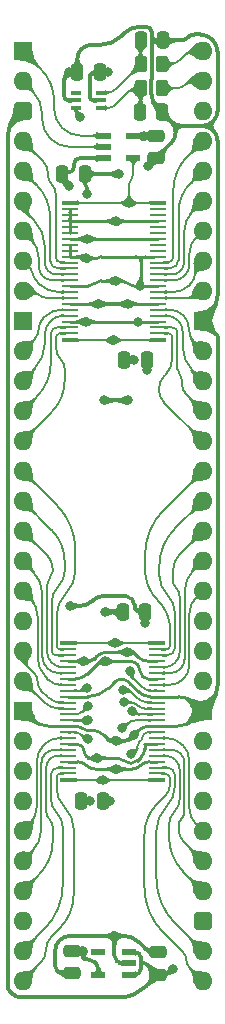
<source format=gtl>
%TF.GenerationSoftware,KiCad,Pcbnew,9.0.2*%
%TF.CreationDate,2025-06-26T18:34:11+02:00*%
%TF.ProjectId,HCP65 Main Memory Address,48435036-3520-44d6-9169-6e204d656d6f,V0*%
%TF.SameCoordinates,Original*%
%TF.FileFunction,Copper,L1,Top*%
%TF.FilePolarity,Positive*%
%FSLAX46Y46*%
G04 Gerber Fmt 4.6, Leading zero omitted, Abs format (unit mm)*
G04 Created by KiCad (PCBNEW 9.0.2) date 2025-06-26 18:34:11*
%MOMM*%
%LPD*%
G01*
G04 APERTURE LIST*
G04 Aperture macros list*
%AMRoundRect*
0 Rectangle with rounded corners*
0 $1 Rounding radius*
0 $2 $3 $4 $5 $6 $7 $8 $9 X,Y pos of 4 corners*
0 Add a 4 corners polygon primitive as box body*
4,1,4,$2,$3,$4,$5,$6,$7,$8,$9,$2,$3,0*
0 Add four circle primitives for the rounded corners*
1,1,$1+$1,$2,$3*
1,1,$1+$1,$4,$5*
1,1,$1+$1,$6,$7*
1,1,$1+$1,$8,$9*
0 Add four rect primitives between the rounded corners*
20,1,$1+$1,$2,$3,$4,$5,0*
20,1,$1+$1,$4,$5,$6,$7,0*
20,1,$1+$1,$6,$7,$8,$9,0*
20,1,$1+$1,$8,$9,$2,$3,0*%
G04 Aperture macros list end*
%TA.AperFunction,SMDPad,CuDef*%
%ADD10RoundRect,0.250000X-0.262500X-0.450000X0.262500X-0.450000X0.262500X0.450000X-0.262500X0.450000X0*%
%TD*%
%TA.AperFunction,SMDPad,CuDef*%
%ADD11R,1.250000X0.600000*%
%TD*%
%TA.AperFunction,SMDPad,CuDef*%
%ADD12RoundRect,0.250000X-0.250000X-0.475000X0.250000X-0.475000X0.250000X0.475000X-0.250000X0.475000X0*%
%TD*%
%TA.AperFunction,SMDPad,CuDef*%
%ADD13RoundRect,0.250000X0.475000X-0.250000X0.475000X0.250000X-0.475000X0.250000X-0.475000X-0.250000X0*%
%TD*%
%TA.AperFunction,SMDPad,CuDef*%
%ADD14R,0.875000X0.450000*%
%TD*%
%TA.AperFunction,SMDPad,CuDef*%
%ADD15RoundRect,0.250000X0.250000X0.475000X-0.250000X0.475000X-0.250000X-0.475000X0.250000X-0.475000X0*%
%TD*%
%TA.AperFunction,ComponentPad*%
%ADD16R,1.600000X1.600000*%
%TD*%
%TA.AperFunction,ComponentPad*%
%ADD17O,1.600000X1.600000*%
%TD*%
%TA.AperFunction,ComponentPad*%
%ADD18RoundRect,0.400000X-0.400000X-0.400000X0.400000X-0.400000X0.400000X0.400000X-0.400000X0.400000X0*%
%TD*%
%TA.AperFunction,SMDPad,CuDef*%
%ADD19RoundRect,0.250000X-0.475000X0.250000X-0.475000X-0.250000X0.475000X-0.250000X0.475000X0.250000X0*%
%TD*%
%TA.AperFunction,SMDPad,CuDef*%
%ADD20R,1.400000X0.400000*%
%TD*%
%TA.AperFunction,SMDPad,CuDef*%
%ADD21R,1.400000X0.280000*%
%TD*%
%TA.AperFunction,SMDPad,CuDef*%
%ADD22R,1.150000X0.600000*%
%TD*%
%TA.AperFunction,ViaPad*%
%ADD23C,0.800000*%
%TD*%
%TA.AperFunction,Conductor*%
%ADD24C,0.280000*%
%TD*%
%TA.AperFunction,Conductor*%
%ADD25C,0.380000*%
%TD*%
%TA.AperFunction,Conductor*%
%ADD26C,0.200000*%
%TD*%
%TA.AperFunction,Conductor*%
%ADD27C,0.250000*%
%TD*%
G04 APERTURE END LIST*
D10*
%TO.P,R2,1*%
%TO.N,Net-(IC3-~{Y})*%
X9986000Y-3165000D03*
%TO.P,R2,2*%
%TO.N,~{CLK}*%
X11811000Y-3165000D03*
%TD*%
D11*
%TO.P,IC2,1,B*%
%TO.N,~{Main Access Slot}*%
X6878000Y-7178000D03*
%TO.P,IC2,2,A*%
%TO.N,~{Main}*%
X6878000Y-8128000D03*
%TO.P,IC2,3,GND*%
%TO.N,GND*%
X6878000Y-9078000D03*
%TO.P,IC2,4,Y*%
%TO.N,/~{Main Access}*%
X9378000Y-9078000D03*
%TO.P,IC2,5,3V*%
%TO.N,/3.3V*%
X9378000Y-7178000D03*
%TD*%
D12*
%TO.P,C5,1*%
%TO.N,/3.3V*%
X8464000Y-47498000D03*
%TO.P,C5,2*%
%TO.N,GND*%
X10364000Y-47498000D03*
%TD*%
%TO.P,C10,1*%
%TO.N,Net-(IC3-Y)*%
X9988000Y889000D03*
%TO.P,C10,2*%
%TO.N,GND*%
X11888000Y889000D03*
%TD*%
D13*
%TO.P,C8,1*%
%TO.N,5V*%
X11430485Y-78220400D03*
%TO.P,C8,2*%
%TO.N,GND*%
X11430485Y-76320400D03*
%TD*%
D14*
%TO.P,IC3,1,n.c.*%
%TO.N,unconnected-(IC3-n.c.-Pad1)*%
X4526000Y-3541000D03*
%TO.P,IC3,2,GND*%
%TO.N,GND*%
X4526000Y-4191000D03*
%TO.P,IC3,3,X1*%
%TO.N,MCLK*%
X4526000Y-4841000D03*
%TO.P,IC3,4,~{Y}*%
%TO.N,Net-(IC3-~{Y})*%
X6650000Y-4841000D03*
%TO.P,IC3,5,3V*%
%TO.N,/3.3V*%
X6650000Y-4191000D03*
%TO.P,IC3,6,Y*%
%TO.N,Net-(IC3-Y)*%
X6650000Y-3541000D03*
%TD*%
D10*
%TO.P,R1,1*%
%TO.N,Net-(IC3-Y)*%
X10009500Y-1133000D03*
%TO.P,R1,2*%
%TO.N,CLK*%
X11834500Y-1133000D03*
%TD*%
D15*
%TO.P,C6,1*%
%TO.N,/3.3V*%
X6522000Y-1778000D03*
%TO.P,C6,2*%
%TO.N,GND*%
X4622000Y-1778000D03*
%TD*%
D16*
%TO.P,J2,1,Pin_1*%
%TO.N,~{Main Access Slot}*%
X0Y0D03*
D17*
%TO.P,J2,2,Pin_2*%
%TO.N,~{Main}*%
X0Y-2540000D03*
D18*
%TO.P,J2,3,Pin_3*%
%TO.N,5V*%
X0Y-5080000D03*
D17*
%TO.P,J2,4,Pin_4*%
%TO.N,~{RD}*%
X0Y-7620000D03*
%TO.P,J2,5,Pin_5*%
%TO.N,~{WD}*%
X0Y-10160000D03*
%TO.P,J2,6,Pin_6*%
%TO.N,A23*%
X0Y-12700000D03*
%TO.P,J2,7,Pin_7*%
%TO.N,A22*%
X0Y-15240000D03*
%TO.P,J2,8,Pin_8*%
%TO.N,A21*%
X0Y-17780000D03*
%TO.P,J2,9,Pin_9*%
%TO.N,A20*%
X0Y-20320000D03*
D16*
%TO.P,J2,10,Pin_10*%
%TO.N,GND*%
X0Y-22860000D03*
D17*
%TO.P,J2,11,Pin_11*%
%TO.N,A19*%
X0Y-25400000D03*
%TO.P,J2,12,Pin_12*%
%TO.N,A18*%
X0Y-27940000D03*
%TO.P,J2,13,Pin_13*%
%TO.N,A17*%
X0Y-30480000D03*
%TO.P,J2,14,Pin_14*%
%TO.N,A16*%
X0Y-33020000D03*
%TO.P,J2,15,Pin_15*%
%TO.N,A15*%
X0Y-35560000D03*
%TO.P,J2,16,Pin_16*%
%TO.N,A14*%
X0Y-38100000D03*
%TO.P,J2,17,Pin_17*%
%TO.N,A13*%
X0Y-40640000D03*
%TO.P,J2,18,Pin_18*%
%TO.N,A12*%
X0Y-43180000D03*
%TO.P,J2,19,Pin_19*%
%TO.N,A11*%
X0Y-45720000D03*
%TO.P,J2,20,Pin_20*%
%TO.N,A10*%
X0Y-48260000D03*
%TO.P,J2,21,Pin_21*%
%TO.N,A9*%
X0Y-50800000D03*
%TO.P,J2,22,Pin_22*%
%TO.N,A8*%
X0Y-53340000D03*
D16*
%TO.P,J2,23,Pin_23*%
%TO.N,GND*%
X0Y-55880000D03*
D17*
%TO.P,J2,24,Pin_24*%
%TO.N,A7*%
X0Y-58420000D03*
%TO.P,J2,25,Pin_25*%
%TO.N,A6*%
X0Y-60960000D03*
%TO.P,J2,26,Pin_26*%
%TO.N,A5*%
X0Y-63500000D03*
%TO.P,J2,27,Pin_27*%
%TO.N,A4*%
X0Y-66040000D03*
%TO.P,J2,28,Pin_28*%
%TO.N,A3*%
X0Y-68580000D03*
%TO.P,J2,29,Pin_29*%
%TO.N,A2*%
X0Y-71120000D03*
%TO.P,J2,30,Pin_30*%
%TO.N,MCLK*%
X0Y-73660000D03*
%TO.P,J2,31,Pin_31*%
%TO.N,A1*%
X0Y-76200000D03*
%TO.P,J2,32,Pin_32*%
%TO.N,A0*%
X0Y-78740000D03*
%TO.P,J2,33,Pin_33*%
%TO.N,MA0*%
X15240000Y-78740000D03*
%TO.P,J2,34,Pin_34*%
%TO.N,MA1*%
X15240000Y-76200000D03*
D18*
%TO.P,J2,35,Pin_35*%
%TO.N,5V*%
X15240000Y-73660000D03*
D17*
%TO.P,J2,36,Pin_36*%
%TO.N,MA2*%
X15240000Y-71120000D03*
%TO.P,J2,37,Pin_37*%
%TO.N,MA3*%
X15240000Y-68580000D03*
%TO.P,J2,38,Pin_38*%
%TO.N,MA4*%
X15240000Y-66040000D03*
%TO.P,J2,39,Pin_39*%
%TO.N,MA5*%
X15240000Y-63500000D03*
%TO.P,J2,40,Pin_40*%
%TO.N,MA6*%
X15240000Y-60960000D03*
%TO.P,J2,41,Pin_41*%
%TO.N,MA7*%
X15240000Y-58420000D03*
D16*
%TO.P,J2,42,Pin_42*%
%TO.N,GND*%
X15240000Y-55880000D03*
D17*
%TO.P,J2,43,Pin_43*%
%TO.N,MA8*%
X15240000Y-53340000D03*
%TO.P,J2,44,Pin_44*%
%TO.N,MA9*%
X15240000Y-50800000D03*
%TO.P,J2,45,Pin_45*%
%TO.N,MA10*%
X15240000Y-48260000D03*
%TO.P,J2,46,Pin_46*%
%TO.N,MA11*%
X15240000Y-45720000D03*
%TO.P,J2,47,Pin_47*%
%TO.N,MA12*%
X15240000Y-43180000D03*
%TO.P,J2,48,Pin_48*%
%TO.N,MA13*%
X15240000Y-40640000D03*
%TO.P,J2,49,Pin_49*%
%TO.N,MA14*%
X15240000Y-38100000D03*
%TO.P,J2,50,Pin_50*%
%TO.N,MA15*%
X15240000Y-35560000D03*
%TO.P,J2,51,Pin_51*%
%TO.N,MA16*%
X15240000Y-33020000D03*
%TO.P,J2,52,Pin_52*%
%TO.N,MA17*%
X15240000Y-30480000D03*
%TO.P,J2,53,Pin_53*%
%TO.N,MA18*%
X15240000Y-27940000D03*
%TO.P,J2,54,Pin_54*%
%TO.N,MA19*%
X15240000Y-25400000D03*
D16*
%TO.P,J2,55,Pin_55*%
%TO.N,GND*%
X15240000Y-22860000D03*
D17*
%TO.P,J2,56,Pin_56*%
%TO.N,MA20*%
X15240000Y-20320000D03*
%TO.P,J2,57,Pin_57*%
%TO.N,MA21*%
X15240000Y-17780000D03*
%TO.P,J2,58,Pin_58*%
%TO.N,MA22*%
X15240000Y-15240000D03*
%TO.P,J2,59,Pin_59*%
%TO.N,MA23*%
X15240000Y-12700000D03*
%TO.P,J2,60,Pin_60*%
%TO.N,M~{WD}*%
X15240000Y-10160000D03*
%TO.P,J2,61,Pin_61*%
%TO.N,M~{RD}*%
X15240000Y-7620000D03*
%TO.P,J2,62,Pin_62*%
%TO.N,unconnected-(J2-Pin_62-Pad62)*%
X15240000Y-5080000D03*
%TO.P,J2,63,Pin_63*%
%TO.N,~{CLK}*%
X15240000Y-2540000D03*
%TO.P,J2,64,Pin_64*%
%TO.N,CLK*%
X15240000Y0D03*
%TD*%
D12*
%TO.P,C4,1*%
%TO.N,/3.3V*%
X4908000Y-63500000D03*
%TO.P,C4,2*%
%TO.N,GND*%
X6808000Y-63500000D03*
%TD*%
D19*
%TO.P,C2,1*%
%TO.N,/3.3V*%
X11303000Y-7194000D03*
%TO.P,C2,2*%
%TO.N,GND*%
X11303000Y-9094000D03*
%TD*%
D15*
%TO.P,C3,1*%
%TO.N,/3.3V*%
X5252000Y-10414000D03*
%TO.P,C3,2*%
%TO.N,GND*%
X3352000Y-10414000D03*
%TD*%
D20*
%TO.P,IC1,1,1~{OE}*%
%TO.N,/~{Main Access}*%
X11497000Y-24479000D03*
D21*
%TO.P,IC1,2,1Y0*%
%TO.N,MA16*%
X11497000Y-23919000D03*
%TO.P,IC1,3,1Y1*%
%TO.N,MA17*%
X11497000Y-23419000D03*
%TO.P,IC1,4,GND*%
%TO.N,GND*%
X11497000Y-22919000D03*
%TO.P,IC1,5,1Y2*%
%TO.N,MA18*%
X11497000Y-22419000D03*
%TO.P,IC1,6,1Y3*%
%TO.N,MA19*%
X11497000Y-21919000D03*
%TO.P,IC1,7,3V*%
%TO.N,/3.3V*%
X11497000Y-21419000D03*
%TO.P,IC1,8,2Y0*%
%TO.N,MA20*%
X11497000Y-20919000D03*
%TO.P,IC1,9,2Y1*%
%TO.N,MA21*%
X11497000Y-20419000D03*
%TO.P,IC1,10,GND*%
%TO.N,GND*%
X11497000Y-19919000D03*
%TO.P,IC1,11,2Y2*%
%TO.N,MA22*%
X11497000Y-19419000D03*
%TO.P,IC1,12,2Y3*%
%TO.N,MA23*%
X11497000Y-18919000D03*
%TO.P,IC1,13,3Y0*%
%TO.N,M~{WD}*%
X11497000Y-18419000D03*
%TO.P,IC1,14,3Y1*%
%TO.N,M~{RD}*%
X11497000Y-17919000D03*
%TO.P,IC1,15,GND*%
%TO.N,GND*%
X11497000Y-17419000D03*
%TO.P,IC1,16,3Y2*%
%TO.N,unconnected-(IC1-3Y2-Pad16)*%
X11497000Y-16919000D03*
%TO.P,IC1,17,3Y3*%
%TO.N,unconnected-(IC1-3Y3-Pad17)*%
X11497000Y-16419000D03*
%TO.P,IC1,18,3V*%
%TO.N,/3.3V*%
X11497000Y-15919000D03*
%TO.P,IC1,19,4Y0*%
%TO.N,unconnected-(IC1-4Y0-Pad19)*%
X11497000Y-15419000D03*
%TO.P,IC1,20,4Y1*%
%TO.N,unconnected-(IC1-4Y1-Pad20)*%
X11497000Y-14919000D03*
%TO.P,IC1,21,GND*%
%TO.N,GND*%
X11497000Y-14419000D03*
%TO.P,IC1,22,4Y2*%
%TO.N,unconnected-(IC1-4Y2-Pad22)*%
X11497000Y-13919000D03*
%TO.P,IC1,23,4Y3*%
%TO.N,unconnected-(IC1-4Y3-Pad23)*%
X11497000Y-13419000D03*
D20*
%TO.P,IC1,24,4~{OE}*%
%TO.N,/~{Main Access}*%
X11497000Y-12859000D03*
%TO.P,IC1,25,3~{OE}*%
X3997000Y-12859000D03*
D21*
%TO.P,IC1,26,4A3*%
%TO.N,GND*%
X3997000Y-13419000D03*
%TO.P,IC1,27,4A2*%
X3997000Y-13919000D03*
%TO.P,IC1,28,GND*%
X3997000Y-14419000D03*
%TO.P,IC1,29,4A1*%
X3997000Y-14919000D03*
%TO.P,IC1,30,4A0*%
X3997000Y-15419000D03*
%TO.P,IC1,31,3V*%
%TO.N,/3.3V*%
X3997000Y-15919000D03*
%TO.P,IC1,32,3A3*%
%TO.N,GND*%
X3997000Y-16419000D03*
%TO.P,IC1,33,3A2*%
X3997000Y-16919000D03*
%TO.P,IC1,34,GND*%
X3997000Y-17419000D03*
%TO.P,IC1,35,3A1*%
%TO.N,~{RD}*%
X3997000Y-17919000D03*
%TO.P,IC1,36,3A0*%
%TO.N,~{WD}*%
X3997000Y-18419000D03*
%TO.P,IC1,37,2A3*%
%TO.N,A23*%
X3997000Y-18919000D03*
%TO.P,IC1,38,2A2*%
%TO.N,A22*%
X3997000Y-19419000D03*
%TO.P,IC1,39,GND*%
%TO.N,GND*%
X3997000Y-19919000D03*
%TO.P,IC1,40,2A1*%
%TO.N,A21*%
X3997000Y-20419000D03*
%TO.P,IC1,41,2A0*%
%TO.N,A20*%
X3997000Y-20919000D03*
%TO.P,IC1,42,3V*%
%TO.N,/3.3V*%
X3997000Y-21419000D03*
%TO.P,IC1,43,1A3*%
%TO.N,A19*%
X3997000Y-21919000D03*
%TO.P,IC1,44,1A2*%
%TO.N,A18*%
X3997000Y-22419000D03*
%TO.P,IC1,45,GND*%
%TO.N,GND*%
X3997000Y-22919000D03*
%TO.P,IC1,46,1A1*%
%TO.N,A17*%
X3997000Y-23419000D03*
%TO.P,IC1,47,1A0*%
%TO.N,A16*%
X3997000Y-23919000D03*
D20*
%TO.P,IC1,48,2~{OE}*%
%TO.N,/~{Main Access}*%
X3997000Y-24479000D03*
%TD*%
D12*
%TO.P,C7,1*%
%TO.N,Net-(IC3-~{Y})*%
X9911000Y-5207000D03*
%TO.P,C7,2*%
%TO.N,GND*%
X11811000Y-5207000D03*
%TD*%
D19*
%TO.P,C9,1*%
%TO.N,/3.3V*%
X4166085Y-76200000D03*
%TO.P,C9,2*%
%TO.N,GND*%
X4166085Y-78100000D03*
%TD*%
D22*
%TO.P,IC5,1,6VIn*%
%TO.N,5V*%
X9022085Y-78211000D03*
%TO.P,IC5,2,GND*%
%TO.N,GND*%
X9022085Y-77261000D03*
%TO.P,IC5,3,EN*%
%TO.N,5V*%
X9022085Y-76311000D03*
%TO.P,IC5,4,ADJ*%
%TO.N,unconnected-(IC5-ADJ-Pad4)*%
X6422085Y-76311000D03*
%TO.P,IC5,5,3.3VOut*%
%TO.N,/3.3V*%
X6422085Y-78211000D03*
%TD*%
D20*
%TO.P,IC4,1,1~{OE}*%
%TO.N,/~{Main Access}*%
X11370000Y-61740800D03*
D21*
%TO.P,IC4,2,1Y0*%
%TO.N,MA0*%
X11370000Y-61180800D03*
%TO.P,IC4,3,1Y1*%
%TO.N,MA1*%
X11370000Y-60680800D03*
%TO.P,IC4,4,GND*%
%TO.N,GND*%
X11370000Y-60180800D03*
%TO.P,IC4,5,1Y2*%
%TO.N,MA2*%
X11370000Y-59680800D03*
%TO.P,IC4,6,1Y3*%
%TO.N,MA3*%
X11370000Y-59180800D03*
%TO.P,IC4,7,3V*%
%TO.N,/3.3V*%
X11370000Y-58680800D03*
%TO.P,IC4,8,2Y0*%
%TO.N,MA4*%
X11370000Y-58180800D03*
%TO.P,IC4,9,2Y1*%
%TO.N,MA5*%
X11370000Y-57680800D03*
%TO.P,IC4,10,GND*%
%TO.N,GND*%
X11370000Y-57180800D03*
%TO.P,IC4,11,2Y2*%
%TO.N,MA6*%
X11370000Y-56680800D03*
%TO.P,IC4,12,2Y3*%
%TO.N,MA7*%
X11370000Y-56180800D03*
%TO.P,IC4,13,3Y0*%
%TO.N,MA8*%
X11370000Y-55680800D03*
%TO.P,IC4,14,3Y1*%
%TO.N,MA9*%
X11370000Y-55180800D03*
%TO.P,IC4,15,GND*%
%TO.N,GND*%
X11370000Y-54680800D03*
%TO.P,IC4,16,3Y2*%
%TO.N,MA10*%
X11370000Y-54180800D03*
%TO.P,IC4,17,3Y3*%
%TO.N,MA11*%
X11370000Y-53680800D03*
%TO.P,IC4,18,3V*%
%TO.N,/3.3V*%
X11370000Y-53180800D03*
%TO.P,IC4,19,4Y0*%
%TO.N,MA12*%
X11370000Y-52680800D03*
%TO.P,IC4,20,4Y1*%
%TO.N,MA13*%
X11370000Y-52180800D03*
%TO.P,IC4,21,GND*%
%TO.N,GND*%
X11370000Y-51680800D03*
%TO.P,IC4,22,4Y2*%
%TO.N,MA14*%
X11370000Y-51180800D03*
%TO.P,IC4,23,4Y3*%
%TO.N,MA15*%
X11370000Y-50680800D03*
D20*
%TO.P,IC4,24,4~{OE}*%
%TO.N,/~{Main Access}*%
X11370000Y-50120800D03*
%TO.P,IC4,25,3~{OE}*%
X3870000Y-50120800D03*
D21*
%TO.P,IC4,26,4A3*%
%TO.N,A15*%
X3870000Y-50680800D03*
%TO.P,IC4,27,4A2*%
%TO.N,A14*%
X3870000Y-51180800D03*
%TO.P,IC4,28,GND*%
%TO.N,GND*%
X3870000Y-51680800D03*
%TO.P,IC4,29,4A1*%
%TO.N,A13*%
X3870000Y-52180800D03*
%TO.P,IC4,30,4A0*%
%TO.N,A12*%
X3870000Y-52680800D03*
%TO.P,IC4,31,3V*%
%TO.N,/3.3V*%
X3870000Y-53180800D03*
%TO.P,IC4,32,3A3*%
%TO.N,A11*%
X3870000Y-53680800D03*
%TO.P,IC4,33,3A2*%
%TO.N,A10*%
X3870000Y-54180800D03*
%TO.P,IC4,34,GND*%
%TO.N,GND*%
X3870000Y-54680800D03*
%TO.P,IC4,35,3A1*%
%TO.N,A9*%
X3870000Y-55180800D03*
%TO.P,IC4,36,3A0*%
%TO.N,A8*%
X3870000Y-55680800D03*
%TO.P,IC4,37,2A3*%
%TO.N,A7*%
X3870000Y-56180800D03*
%TO.P,IC4,38,2A2*%
%TO.N,A6*%
X3870000Y-56680800D03*
%TO.P,IC4,39,GND*%
%TO.N,GND*%
X3870000Y-57180800D03*
%TO.P,IC4,40,2A1*%
%TO.N,A5*%
X3870000Y-57680800D03*
%TO.P,IC4,41,2A0*%
%TO.N,A4*%
X3870000Y-58180800D03*
%TO.P,IC4,42,3V*%
%TO.N,/3.3V*%
X3870000Y-58680800D03*
%TO.P,IC4,43,1A3*%
%TO.N,A3*%
X3870000Y-59180800D03*
%TO.P,IC4,44,1A2*%
%TO.N,A2*%
X3870000Y-59680800D03*
%TO.P,IC4,45,GND*%
%TO.N,GND*%
X3870000Y-60180800D03*
%TO.P,IC4,46,1A1*%
%TO.N,A1*%
X3870000Y-60680800D03*
%TO.P,IC4,47,1A0*%
%TO.N,A0*%
X3870000Y-61180800D03*
D20*
%TO.P,IC4,48,2~{OE}*%
%TO.N,/~{Main Access}*%
X3870000Y-61740800D03*
%TD*%
D12*
%TO.P,C1,1*%
%TO.N,/3.3V*%
X8591000Y-26162000D03*
%TO.P,C1,2*%
%TO.N,GND*%
X10491000Y-26162000D03*
%TD*%
D23*
%TO.N,GND*%
X5334010Y-22919000D03*
X7874008Y-19456400D03*
X5334005Y-17559055D03*
X7772400Y-74930000D03*
X8858179Y-50899000D03*
X10642995Y-9754005D03*
X5207000Y-51680800D03*
X7365998Y-63500000D03*
X3984010Y-46990000D03*
X9416999Y-57930885D03*
X10541000Y-27051006D03*
X3937000Y-1778000D03*
X3937000Y-11430000D03*
X9779000Y-22919000D03*
X10363200Y-48412400D03*
X7924800Y-58389461D03*
X9906000Y-19919000D03*
X7924794Y-60807600D03*
X7874008Y-14419000D03*
%TO.N,5V*%
X12700000Y-77724000D03*
%TO.N,/3.3V*%
X9391000Y-26162000D03*
X7239000Y-1778000D03*
X5462013Y-15918993D03*
X8890000Y-21419000D03*
X10287000Y-7239010D03*
X6270730Y-59864730D03*
X8890000Y-29591000D03*
X6400800Y-21419000D03*
X5120593Y-76200000D03*
X6857994Y-29591000D03*
X8128003Y-10413999D03*
X6973000Y-47498000D03*
X5462013Y-12141200D03*
X7003258Y-51689000D03*
X5708000Y-63500000D03*
%TO.N,/~{Main Access}*%
X7843258Y-50120800D03*
X9017006Y-12859000D03*
X7680000Y-24479000D03*
X6780000Y-61722000D03*
%TO.N,A5*%
X5494800Y-58256673D03*
%TO.N,A7*%
X5494800Y-55481583D03*
%TO.N,MA10*%
X9125903Y-52476355D03*
%TO.N,MA9*%
X8496115Y-54089115D03*
%TO.N,MA5*%
X9204981Y-59525738D03*
%TO.N,MA8*%
X8548805Y-55087729D03*
%TO.N,A10*%
X5427493Y-53901583D03*
%TO.N,MA6*%
X8454800Y-57362351D03*
%TO.N,A6*%
X5494800Y-56680794D03*
%TO.N,MA7*%
X9233593Y-55906687D03*
%TO.N,MCLK*%
X4826000Y-5588000D03*
%TD*%
D24*
%TO.N,/3.3V*%
X5217136Y-59366947D02*
G75*
G03*
X5362932Y-59718934I497784J-3D01*
G01*
D25*
X5252000Y-11173085D02*
G75*
G03*
X5357002Y-11426597I358500J-15D01*
G01*
D24*
X6763052Y-51689000D02*
G75*
G03*
X6352971Y-51858826I-52J-579900D01*
G01*
X10330000Y-59088489D02*
G75*
G02*
X10055875Y-59750328I-936000J-11D01*
G01*
D25*
X5689600Y-3904376D02*
G75*
G03*
X5773543Y-4107057I286600J-24D01*
G01*
X10256495Y-7208505D02*
G75*
G03*
X10182849Y-7178021I-73595J-73595D01*
G01*
D24*
X9715198Y-60090979D02*
G75*
G02*
X9143945Y-60327624I-571298J571279D01*
G01*
X10340000Y-58690800D02*
G75*
G03*
X10330017Y-58714942I24100J-24100D01*
G01*
X5441539Y-52770307D02*
G75*
G02*
X4450523Y-53180818I-991039J991007D01*
G01*
X8577878Y-60096165D02*
G75*
G03*
X8019144Y-59864699I-558778J-558735D01*
G01*
X9733067Y-51966289D02*
G75*
G02*
X9944375Y-52476354I-510067J-510111D01*
G01*
X9700060Y-51933282D02*
G75*
G03*
X9110310Y-51688983I-589760J-589718D01*
G01*
D25*
X6123205Y-1778000D02*
G75*
G03*
X5816598Y-1904998I-5J-433600D01*
G01*
D24*
X9944343Y-52488300D02*
G75*
G03*
X10147180Y-52977962I692457J0D01*
G01*
X5035103Y-58862832D02*
G75*
G03*
X4595638Y-58680774I-439503J-439468D01*
G01*
X10147171Y-52977971D02*
G75*
G03*
X10636842Y-53180770I489629J489671D01*
G01*
X8577878Y-60096165D02*
G75*
G03*
X9136611Y-60327583I558722J558765D01*
G01*
X5035103Y-58862832D02*
G75*
G02*
X5217126Y-59302296I-439503J-439468D01*
G01*
X10364142Y-58680800D02*
G75*
G03*
X10339988Y-58690788I-42J-34100D01*
G01*
D25*
X5357006Y-11426593D02*
G75*
G02*
X5462012Y-11680101I-253506J-253507D01*
G01*
X5816600Y-1905000D02*
G75*
G03*
X5689602Y-2211605I306600J-306600D01*
G01*
X6168397Y-77186797D02*
G75*
G03*
X5719842Y-77000984I-448597J-448603D01*
G01*
D24*
X5362933Y-59718933D02*
G75*
G03*
X5714918Y-59864703I351967J352033D01*
G01*
D25*
X5773550Y-4107050D02*
G75*
G03*
X5976223Y-4190990I202650J202650D01*
G01*
X5288839Y-76832754D02*
G75*
G03*
X5695020Y-77000993I406161J406154D01*
G01*
X6202342Y-77220742D02*
G75*
G02*
X6422111Y-77751247I-530542J-530558D01*
G01*
X5120593Y-76432254D02*
G75*
G03*
X5284819Y-76828738I560707J-6D01*
G01*
%TO.N,5V*%
X9857085Y-76441000D02*
G75*
G03*
X9543237Y-76310960I-313885J-313800D01*
G01*
X-1270000Y-79179358D02*
G75*
G03*
X-1253213Y-79317602I577742J14D01*
G01*
X12700000Y-77787500D02*
G75*
G02*
X12655098Y-77895901I-153300J0D01*
G01*
X-875562Y-79822562D02*
G75*
G03*
X-116444Y-80137000I759119J759116D01*
G01*
X10472185Y-79178700D02*
G75*
G02*
X8158644Y-80137000I-2313545J2313550D01*
G01*
X9987085Y-77761544D02*
G75*
G02*
X9855426Y-78079341I-449485J44D01*
G01*
X-1213214Y-79446916D02*
G75*
G03*
X-1143709Y-79554416I285185J108169D01*
G01*
X-634999Y-5715000D02*
G75*
G03*
X-1270001Y-7248025I1533029J-1533030D01*
G01*
X-1252094Y-79322144D02*
G75*
G03*
X-1213214Y-79446916I1050921J259032D01*
G01*
X9857085Y-76441000D02*
G75*
G02*
X9987040Y-76754847I-313885J-313800D01*
G01*
X12573000Y-77978000D02*
G75*
G02*
X12266394Y-78104998I-306600J306600D01*
G01*
X10206585Y-77216000D02*
G75*
G03*
X9987100Y-77435500I15J-219500D01*
G01*
X9987085Y-76996500D02*
G75*
G03*
X10206585Y-77216015I219515J0D01*
G01*
X9855442Y-78079357D02*
G75*
G02*
X9537629Y-78211007I-317842J317857D01*
G01*
X10581294Y-77371209D02*
G75*
G03*
X10206585Y-77216005I-374694J-374691D01*
G01*
X9987085Y-77435500D02*
X9987085Y-76996500D01*
%TO.N,GND*%
X16510000Y-20691974D02*
G75*
G02*
X15875001Y-22225001I-2168040J4D01*
G01*
X16069531Y948469D02*
G75*
G02*
X16509975Y-114917I-1063431J-1063369D01*
G01*
X10908500Y-3666336D02*
G75*
G03*
X11359747Y-4755753I1540670J-4D01*
G01*
X3606850Y-4089350D02*
G75*
G03*
X3852254Y-4191019I245450J245450D01*
G01*
D24*
X6652233Y-17419000D02*
G75*
G03*
X6483153Y-17489008I-33J-239100D01*
G01*
D25*
X10491000Y-26965650D02*
G75*
G03*
X10515966Y-27026040I85400J-50D01*
G01*
X10800000Y1900000D02*
G75*
G03*
X10481323Y2032010I-318700J-318700D01*
G01*
D24*
X9187711Y-58160173D02*
G75*
G02*
X8634160Y-58389427I-553511J553573D01*
G01*
X6651707Y-19456400D02*
G75*
G03*
X6093298Y-19687698I-7J-789700D01*
G01*
X6483172Y-17489027D02*
G75*
G02*
X6314111Y-17559072I-169072J169027D01*
G01*
D25*
X12954000Y-6896500D02*
G75*
G03*
X12567573Y-5963559I-1319400J0D01*
G01*
X13500500Y-6350000D02*
G75*
G03*
X12954000Y-6896500I0J-546500D01*
G01*
X12567566Y-5963566D02*
G75*
G03*
X13500500Y-6349991I932934J932966D01*
G01*
X2931200Y-77912000D02*
G75*
G03*
X3385072Y-78100012I453900J453900D01*
G01*
D24*
X8892700Y-19687700D02*
G75*
G03*
X8334292Y-19456403I-558400J-558400D01*
G01*
D25*
X4362000Y-9820959D02*
G75*
G02*
X4225497Y-10150497I-466050J9D01*
G01*
X15209184Y-6350000D02*
G75*
G03*
X16129005Y-5969005I16J1300800D01*
G01*
X16129000Y-6731000D02*
G75*
G03*
X15209184Y-6350006I-919800J-919800D01*
G01*
X16129000Y-5969000D02*
G75*
G03*
X16129000Y-6731000I381000J-381000D01*
G01*
X4978000Y151999D02*
G75*
G03*
X4621998Y-707460I859450J-859459D01*
G01*
X7772400Y-76577133D02*
G75*
G03*
X7972701Y-77060699I683870J3D01*
G01*
X16510000Y-5049184D02*
G75*
G02*
X16129005Y-5969005I-1300800J-16D01*
G01*
D24*
X8382000Y-53213000D02*
G75*
G03*
X7731596Y-53482411I0J-919800D01*
G01*
D25*
X4225500Y-10150500D02*
G75*
G02*
X3895959Y-10286954I-329500J329600D01*
G01*
D24*
X10007600Y-19745557D02*
G75*
G02*
X9956812Y-19868212I-173400J-43D01*
G01*
D25*
X10920250Y-2414750D02*
G75*
G03*
X10908507Y-2443117I28350J-28350D01*
G01*
D24*
X7127098Y-58181098D02*
G75*
G03*
X7630130Y-58389449I503002J502998D01*
G01*
D25*
X5837460Y507999D02*
G75*
G03*
X4978002Y151997I0J-1215449D01*
G01*
D24*
X6093300Y-19687700D02*
G75*
G02*
X5534892Y-19918997I-558400J558400D01*
G01*
X7184816Y-50899000D02*
G75*
G03*
X6241095Y-51289895I-16J-1334600D01*
G01*
X9828031Y-54278031D02*
G75*
G03*
X10800400Y-54680811I972369J972331D01*
G01*
D25*
X12954000Y-6896500D02*
G75*
G02*
X12567573Y-7829440I-1319400J0D01*
G01*
X4833161Y-9078000D02*
G75*
G03*
X4500011Y-9216011I39J-471200D01*
G01*
D24*
X5036142Y-57348736D02*
G75*
G03*
X5441577Y-57516689I405458J405436D01*
G01*
D25*
X13974031Y1138969D02*
G75*
G02*
X13370552Y889020I-603431J603431D01*
G01*
D24*
X8892700Y-19687700D02*
G75*
G03*
X9451107Y-19918997I558400J558400D01*
G01*
D25*
X3505200Y-3843945D02*
G75*
G03*
X3606849Y-4089351I347050J-5D01*
G01*
X7972700Y-77060700D02*
G75*
G03*
X8456266Y-77261014I483600J483600D01*
G01*
X10932000Y-2386382D02*
G75*
G02*
X10920255Y-2414755I-40100J-18D01*
G01*
D24*
X10697474Y-57180800D02*
G75*
G03*
X9792049Y-57555850I26J-1280500D01*
G01*
D25*
X16069531Y948469D02*
G75*
G03*
X15006144Y1388975I-1063431J-1063369D01*
G01*
X10800000Y1900000D02*
G75*
G02*
X10932010Y1581323I-318700J-318700D01*
G01*
X9835215Y-75468815D02*
G75*
G03*
X8534400Y-74929991I-1300815J-1300785D01*
G01*
D24*
X5401971Y-60494200D02*
G75*
G03*
X4645356Y-60180804I-756611J-756620D01*
G01*
D25*
X9474600Y-47021717D02*
G75*
G03*
X9614105Y-47358495I476300J17D01*
G01*
X9258791Y-46392791D02*
G75*
G02*
X9474605Y-46913800I-520991J-521009D01*
G01*
X4500000Y-9216000D02*
G75*
G03*
X4361984Y-9549161I333200J-333200D01*
G01*
X6960657Y-46126400D02*
G75*
G03*
X5918203Y-46558203I3J-1474250D01*
G01*
D24*
X14640400Y-55280400D02*
G75*
G03*
X13192837Y-54680784I-1447600J-1447600D01*
G01*
D25*
X10423867Y-76057467D02*
G75*
G03*
X11058642Y-76320372I634733J634767D01*
G01*
D24*
X4946827Y-17489027D02*
G75*
G03*
X4777766Y-17419027I-169027J-169073D01*
G01*
X6899067Y-57953067D02*
G75*
G03*
X5845518Y-57516655I-1053567J-1053533D01*
G01*
D25*
X9233500Y-46367500D02*
G75*
G03*
X8651433Y-46126386I-582100J-582100D01*
G01*
D24*
X9990800Y-60494200D02*
G75*
G02*
X9234185Y-60807594I-756600J756600D01*
G01*
D25*
X16510000Y-53711974D02*
G75*
G02*
X15875001Y-55245001I-2168040J4D01*
G01*
D24*
X14589600Y-56530400D02*
G75*
G02*
X13019395Y-57180798I-1570200J1570200D01*
G01*
D25*
X14577509Y1388938D02*
G75*
G03*
X13974028Y1138972I-9J-853438D01*
G01*
X9614100Y-47358500D02*
G75*
G03*
X9950882Y-47498007I336800J336800D01*
G01*
X11371500Y889000D02*
G75*
G03*
X10932000Y449500I0J-439500D01*
G01*
X10932000Y1328500D02*
G75*
G03*
X11371500Y889000I439500J0D01*
G01*
D24*
X9735500Y-51289900D02*
G75*
G03*
X10679216Y-51680793I943700J943700D01*
G01*
X650400Y-56530400D02*
G75*
G03*
X2220604Y-57180798I1570200J1570200D01*
G01*
D25*
X16129000Y-6731000D02*
G75*
G02*
X16509994Y-7650815I-919800J-919800D01*
G01*
X16445000Y-24065000D02*
G75*
G02*
X16509990Y-24221923I-156900J-156900D01*
G01*
D24*
X4946827Y-17489027D02*
G75*
G03*
X5115888Y-17559073I169073J169027D01*
G01*
X5036142Y-57348736D02*
G75*
G03*
X4630707Y-57180803I-405442J-405464D01*
G01*
X6077605Y-51453394D02*
G75*
G02*
X5528600Y-51680803I-549005J548994D01*
G01*
D25*
X9906000Y2032000D02*
G75*
G03*
X8605190Y1493178I0J-1839600D01*
G01*
X3124200Y-75311000D02*
G75*
G03*
X2743206Y-76230815I919800J-919800D01*
G01*
X4044015Y-74930000D02*
G75*
G03*
X3124195Y-75310995I-15J-1300800D01*
G01*
D24*
X9032407Y-53482407D02*
G75*
G03*
X8382000Y-53212995I-650407J-650393D01*
G01*
X7267100Y-53946900D02*
G75*
G02*
X5495308Y-54680804I-1771800J1771800D01*
G01*
X10007600Y-17812700D02*
G75*
G03*
X9613900Y-17419000I-393700J0D01*
G01*
X10401300Y-17419000D02*
G75*
G03*
X10007600Y-17812700I0J-393700D01*
G01*
X10747414Y-60180800D02*
G75*
G03*
X9990796Y-60494196I-14J-1070000D01*
G01*
D25*
X2743200Y-77458127D02*
G75*
G03*
X2931199Y-77912001I641870J-3D01*
G01*
X3721100Y-1993900D02*
G75*
G03*
X3505212Y-2515128I521200J-521200D01*
G01*
D24*
X9516575Y-51070975D02*
G75*
G03*
X9101389Y-50899019I-415175J-415225D01*
G01*
D25*
X5918200Y-46558200D02*
G75*
G02*
X4875742Y-46989998I-1042460J1042470D01*
G01*
X8382000Y1270000D02*
G75*
G02*
X6542369Y508000I-1839630J1839630D01*
G01*
D24*
X5401971Y-60494200D02*
G75*
G03*
X6158585Y-60807614I756629J756600D01*
G01*
X11939600Y-54680800D02*
X10800400Y-54680800D01*
X16315000Y-23935000D02*
X16445000Y-24065000D01*
D25*
X10932000Y449500D02*
X10932000Y1328500D01*
D24*
X9613900Y-17419000D02*
X10401300Y-17419000D01*
D26*
%TO.N,~{CLK}*%
X13774500Y-2852500D02*
G75*
G02*
X13020058Y-3164953I-754400J754500D01*
G01*
X14528941Y-2540000D02*
G75*
G03*
X13774488Y-2852488I-41J-1066900D01*
G01*
%TO.N,CLK*%
X14663500Y0D02*
G75*
G03*
X13679352Y-407646I0J-1391800D01*
G01*
X13349803Y-737196D02*
G75*
G02*
X12394250Y-1133022I-955603J955596D01*
G01*
%TO.N,MCLK*%
X4526000Y-5075867D02*
G75*
G03*
X4675999Y-5438001I512130J-3D01*
G01*
%TO.N,Net-(IC3-Y)*%
X7937906Y-3204593D02*
G75*
G02*
X7125750Y-3540997I-812156J812163D01*
G01*
%TO.N,MA7*%
X9370649Y-56043743D02*
G75*
G03*
X9701533Y-56180788I330851J330843D01*
G01*
%TO.N,Net-(IC3-~{Y})*%
X9633500Y-3165000D02*
G75*
G03*
X9031747Y-3414258I0J-851000D01*
G01*
X7942643Y-4503356D02*
G75*
G02*
X7127500Y-4840995I-815143J815156D01*
G01*
%TO.N,A13*%
X2070000Y-50842428D02*
G75*
G03*
X2461999Y-51788801I1338370J-2D01*
G01*
X2305000Y-44634200D02*
G75*
G03*
X2069997Y-45201540I567330J-567340D01*
G01*
X2540000Y-44066859D02*
G75*
G02*
X2305002Y-44634202I-802350J-1D01*
G01*
X2494789Y-51821589D02*
G75*
G03*
X3362000Y-52180806I867211J867189D01*
G01*
X2108947Y-42748947D02*
G75*
G02*
X2540001Y-43789600I-1040647J-1040653D01*
G01*
%TO.N,MA3*%
X13375600Y-59502000D02*
G75*
G03*
X12600154Y-59180819I-775400J-775400D01*
G01*
X13452400Y-65014400D02*
G75*
G03*
X13208014Y-65604433I590000J-590000D01*
G01*
X13375600Y-59502000D02*
G75*
G02*
X13696752Y-60277445I-775500J-775400D01*
G01*
X13208000Y-65903400D02*
G75*
G03*
X13663801Y-67003801I1556200J0D01*
G01*
X13696800Y-64424366D02*
G75*
G02*
X13452410Y-65014410I-834400J-34D01*
G01*
%TO.N,MA2*%
X12846000Y-64408000D02*
G75*
G03*
X12395211Y-65496327I1088300J-1088300D01*
G01*
X12943000Y-60034600D02*
G75*
G03*
X12088851Y-59680820I-854100J-854100D01*
G01*
X12395200Y-66567000D02*
G75*
G03*
X13603071Y-69483087I4124000J0D01*
G01*
X13296800Y-63319672D02*
G75*
G02*
X12846001Y-64408001I-1539140J2D01*
G01*
X12943000Y-60034600D02*
G75*
G02*
X13296780Y-60888748I-854100J-854100D01*
G01*
%TO.N,MA12*%
X13716000Y-51464657D02*
G75*
G02*
X13359798Y-52324598I-1216150J7D01*
G01*
X14478000Y-43942000D02*
G75*
G03*
X13716013Y-45781630I1839600J-1839600D01*
G01*
X13359800Y-52324600D02*
G75*
G02*
X12499857Y-52680753I-859900J860000D01*
G01*
%TO.N,A9*%
X955691Y-52644691D02*
G75*
G02*
X1269999Y-53403500I-758811J-758809D01*
G01*
X0Y-51244500D02*
G75*
G03*
X314308Y-52003308I1073106J-5D01*
G01*
X1270000Y-53403500D02*
G75*
G03*
X1584312Y-54162304I1073100J0D01*
G01*
X2154777Y-54732777D02*
G75*
G03*
X3236400Y-55180799I1081623J1081627D01*
G01*
%TO.N,MA6*%
X9630194Y-56673821D02*
G75*
G03*
X8799071Y-57018092I6J-1175379D01*
G01*
%TO.N,A10*%
X5287884Y-54041191D02*
G75*
G02*
X4950839Y-54180814I-337084J337091D01*
G01*
%TO.N,MA14*%
X12239600Y-46021600D02*
G75*
G02*
X12896791Y-47608221I-1586600J-1586600D01*
G01*
X11582400Y-44434978D02*
G75*
G03*
X12239600Y-46021600I2243820J-2D01*
G01*
X12709600Y-50993600D02*
G75*
G02*
X12257659Y-51180783I-451900J451900D01*
G01*
X12857596Y-40482403D02*
G75*
G03*
X11582401Y-43561000I3078604J-3078597D01*
G01*
X12896800Y-50541659D02*
G75*
G02*
X12709612Y-50993612I-639100J-41D01*
G01*
%TO.N,A0*%
X3594000Y-64096800D02*
G75*
G02*
X4318004Y-65844690I-1747900J-1747900D01*
G01*
X2962800Y-61273600D02*
G75*
G03*
X2870016Y-61497639I224000J-224000D01*
G01*
X2448173Y-74971026D02*
G75*
G03*
X1981197Y-76098400I1127367J-1127374D01*
G01*
X2870000Y-62369600D02*
G75*
G03*
X3579371Y-64082167I2421930J0D01*
G01*
X3186839Y-61180800D02*
G75*
G03*
X2962789Y-61273589I-39J-316800D01*
G01*
X4318000Y-71448832D02*
G75*
G02*
X3149600Y-74269600I-3989180J5D01*
G01*
X1981200Y-76098400D02*
G75*
G02*
X1514226Y-77225773I-1594353J4D01*
G01*
%TO.N,A11*%
X1269999Y-51364595D02*
G75*
G03*
X1948398Y-53002400I2316201J-5D01*
G01*
X634999Y-46354999D02*
G75*
G02*
X1269999Y-47888023I-1533030J-1533028D01*
G01*
X2187262Y-53241262D02*
G75*
G03*
X3248400Y-53680793I1061138J1061162D01*
G01*
%TO.N,MA8*%
X9748651Y-55424737D02*
G75*
G03*
X10366841Y-55680757I618149J618237D01*
G01*
X8589278Y-55128202D02*
G75*
G03*
X8686988Y-55168686I97722J97702D01*
G01*
X9748651Y-55424737D02*
G75*
G03*
X9130461Y-55168694I-618151J-618163D01*
G01*
%TO.N,A2*%
X2284200Y-59971000D02*
G75*
G03*
X1994002Y-60671604I700600J-700600D01*
G01*
X2540000Y-66948000D02*
G75*
G02*
X1386001Y-69733998I-3940001J3D01*
G01*
X1994000Y-64383919D02*
G75*
G03*
X2267000Y-65043000I932080J-1D01*
G01*
X2267000Y-65043000D02*
G75*
G02*
X2540008Y-65702080I-659100J-659100D01*
G01*
X2984804Y-59680800D02*
G75*
G03*
X2284199Y-59970999I-4J-990800D01*
G01*
%TO.N,A1*%
X2898800Y-64519200D02*
G75*
G02*
X3403602Y-65737895I-1218700J-1218700D01*
G01*
X2567079Y-60853879D02*
G75*
G03*
X2394012Y-61271728I417821J-417821D01*
G01*
X3403600Y-70542436D02*
G75*
G02*
X1809807Y-74390192I-5441559J4D01*
G01*
X2394000Y-63300504D02*
G75*
G03*
X2898801Y-64519199I1723500J4D01*
G01*
X2984928Y-60680800D02*
G75*
G03*
X2567071Y-60853871I-28J-590900D01*
G01*
%TO.N,A3*%
X1594000Y-65858871D02*
G75*
G02*
X796999Y-67783000I-2721131J1D01*
G01*
X1915200Y-59502000D02*
G75*
G03*
X1594002Y-60277445I775440J-775440D01*
G01*
X2690645Y-59180800D02*
G75*
G03*
X1915198Y-59501998I-5J-1096640D01*
G01*
%TO.N,MA15*%
X12496800Y-50361912D02*
G75*
G02*
X12403396Y-50587396I-318900J12D01*
G01*
X11464424Y-46541624D02*
G75*
G02*
X12496801Y-49034000I-2492374J-2492376D01*
G01*
X11956992Y-38843007D02*
G75*
G03*
X10363202Y-42690763I3847758J-3847753D01*
G01*
X12403400Y-50587400D02*
G75*
G02*
X12177912Y-50680805I-225500J225500D01*
G01*
X10363200Y-43931716D02*
G75*
G03*
X11429999Y-46507201I3642280J-4D01*
G01*
%TO.N,A4*%
X1783399Y-58770199D02*
G75*
G03*
X1194002Y-60193137I1422931J-1422931D01*
G01*
X3121400Y-58180800D02*
G75*
G03*
X1843455Y-58710136I0J-1807300D01*
G01*
X1194000Y-64001714D02*
G75*
G02*
X597000Y-65443000I-2038297J4D01*
G01*
%TO.N,MA5*%
X10253015Y-57857784D02*
G75*
G03*
X10147777Y-58111927I254185J-254116D01*
G01*
X10147746Y-58111927D02*
G75*
G02*
X10042471Y-58366063I-359446J27D01*
G01*
X9870678Y-58537867D02*
G75*
G03*
X9756752Y-58812859I275022J-275033D01*
G01*
X9756773Y-58812859D02*
G75*
G02*
X9642883Y-59087867I-388873J-41D01*
G01*
X10629583Y-57680800D02*
G75*
G03*
X10288889Y-57821943I17J-481800D01*
G01*
%TO.N,MA9*%
X9610922Y-54721322D02*
G75*
G03*
X10720200Y-55180787I1109278J1109322D01*
G01*
X9149339Y-54259739D02*
G75*
G03*
X8737415Y-54089115I-411939J-411961D01*
G01*
%TO.N,MA0*%
X13868400Y-76987400D02*
G75*
G03*
X14137810Y-77637804I919800J0D01*
G01*
X12496800Y-62047400D02*
G75*
G02*
X12080320Y-63052891I-1422000J0D01*
G01*
X10312400Y-70796436D02*
G75*
G03*
X11906190Y-74644194I5441550J-4D01*
G01*
X13598992Y-76336992D02*
G75*
G02*
X13868405Y-76987400I-650392J-650408D01*
G01*
X12358000Y-61319600D02*
G75*
G02*
X12496803Y-61654692I-335100J-335100D01*
G01*
X11404600Y-63728600D02*
G75*
G03*
X10312402Y-66365404I2636800J-2636800D01*
G01*
X12358000Y-61319600D02*
G75*
G03*
X12022907Y-61180797I-335100J-335100D01*
G01*
%TO.N,MA10*%
X10097659Y-53848459D02*
G75*
G03*
X10900000Y-54180794I802341J802359D01*
G01*
X9125903Y-52676529D02*
G75*
G03*
X9267454Y-53018240I483297J29D01*
G01*
%TO.N,MA1*%
X12896800Y-62187773D02*
G75*
G02*
X12112599Y-64080999I-2677430J3D01*
G01*
X12709600Y-60868000D02*
G75*
G03*
X12257659Y-60680817I-451900J-451900D01*
G01*
X12709600Y-60868000D02*
G75*
G02*
X12896783Y-61319940I-451900J-451900D01*
G01*
X11328400Y-70034436D02*
G75*
G03*
X12922190Y-73882194I5441550J-4D01*
G01*
X12112600Y-64081000D02*
G75*
G03*
X11328411Y-65974226I1893200J-1893200D01*
G01*
%TO.N,A8*%
X1800146Y-55140146D02*
G75*
G03*
X3105400Y-55680802I1305254J1305246D01*
G01*
%TO.N,A7*%
X5494800Y-55488791D02*
G75*
G02*
X5489706Y-55501101I-17400J-9D01*
G01*
X5142340Y-55848459D02*
G75*
G02*
X4340000Y-56180794I-802340J802359D01*
G01*
%TO.N,MA11*%
X14122400Y-51971644D02*
G75*
G02*
X13621799Y-53180199I-1709160J4D01*
G01*
X14681200Y-46278800D02*
G75*
G03*
X14122384Y-47627862I1349100J-1349100D01*
G01*
X13621800Y-53180200D02*
G75*
G02*
X12413244Y-53680819I-1208600J1208600D01*
G01*
%TO.N,A12*%
X835000Y-44015000D02*
G75*
G02*
X1670000Y-46030868I-2015874J-2015870D01*
G01*
X1670000Y-51280289D02*
G75*
G03*
X2080200Y-52270600I1400510J-1D01*
G01*
X2080200Y-52270600D02*
G75*
G03*
X3070510Y-52680796I990300J990300D01*
G01*
%TO.N,MA13*%
X12917599Y-51801601D02*
G75*
G02*
X12002131Y-52180813I-915499J915501D01*
G01*
X13400459Y-42479540D02*
G75*
G03*
X12699993Y-44170600I1691041J-1691060D01*
G01*
X12998399Y-45459599D02*
G75*
G02*
X13296799Y-46179997I-720399J-720401D01*
G01*
X13296798Y-50886133D02*
G75*
G02*
X12917600Y-51801602I-1294678J3D01*
G01*
X12700000Y-44739200D02*
G75*
G03*
X12998399Y-45459599I1018800J0D01*
G01*
%TO.N,A15*%
X2876607Y-38436607D02*
G75*
G02*
X4470400Y-42284363I-3847761J-3847758D01*
G01*
X2870000Y-50363960D02*
G75*
G03*
X2962802Y-50587998I316830J0D01*
G01*
X2962800Y-50588000D02*
G75*
G03*
X3186839Y-50680784I224000J224000D01*
G01*
X3670200Y-45935800D02*
G75*
G03*
X2870002Y-47867653I1931850J-1931850D01*
G01*
X4470400Y-44003946D02*
G75*
G02*
X3670200Y-45935800I-2732070J6D01*
G01*
%TO.N,A5*%
X5260669Y-58195517D02*
G75*
G03*
X5408312Y-58256672I147631J147617D01*
G01*
X5033888Y-57968736D02*
G75*
G03*
X4338748Y-57680802I-695138J-695144D01*
G01*
%TO.N,MA4*%
X13534061Y-58746061D02*
G75*
G03*
X12169400Y-58180793I-1364661J-1364639D01*
G01*
X14122400Y-64132137D02*
G75*
G03*
X14681199Y-65481201I1907860J-3D01*
G01*
X13545600Y-58757600D02*
G75*
G02*
X14122392Y-60150118I-1392500J-1392500D01*
G01*
%TO.N,A14*%
X2470000Y-50844841D02*
G75*
G03*
X2568400Y-51082400I335960J1D01*
G01*
X3556000Y-44037682D02*
G75*
G02*
X3013001Y-45348601I-1853930J2D01*
G01*
X3013000Y-45348600D02*
G75*
G03*
X2470007Y-46659517I1310900J-1310900D01*
G01*
X2568400Y-51082400D02*
G75*
G03*
X2805958Y-51180817I237600J237600D01*
G01*
X2442448Y-40542448D02*
G75*
G02*
X3556000Y-43230800I-2688353J-2688353D01*
G01*
%TO.N,~{Main Access Slot}*%
X3335000Y-6510000D02*
G75*
G03*
X4947694Y-7178002I1612700J1612700D01*
G01*
X2667000Y-4897305D02*
G75*
G03*
X3334999Y-6510001I2280690J-5D01*
G01*
X1544467Y-1544467D02*
G75*
G02*
X2667000Y-4254500I-2710030J-2710033D01*
G01*
%TO.N,~{Main}*%
X825500Y-3365500D02*
G75*
G02*
X1651000Y-5358433I-1992937J-1992935D01*
G01*
X2349500Y-7429500D02*
G75*
G03*
X4035828Y-8128001I1686330J1686330D01*
G01*
X1651000Y-5743171D02*
G75*
G03*
X2349501Y-7429499I2384830J1D01*
G01*
%TO.N,M~{RD}*%
X12750800Y-17468665D02*
G75*
G02*
X12618910Y-17787110I-450300J-35D01*
G01*
X12618900Y-17787100D02*
G75*
G02*
X12300465Y-17918986I-318400J318400D01*
G01*
X13995400Y-8864600D02*
G75*
G03*
X12750813Y-11869330I3004700J-3004700D01*
G01*
%TO.N,MA23*%
X13658000Y-17940827D02*
G75*
G02*
X13371492Y-18632492I-978200J27D01*
G01*
X13371500Y-18632500D02*
G75*
G02*
X12679827Y-18919012I-691700J691700D01*
G01*
X14449000Y-13491000D02*
G75*
G03*
X13658018Y-15400642I1909600J-1909600D01*
G01*
%TO.N,A21*%
X863600Y-18897600D02*
G75*
G03*
X1043207Y-19331203I613200J0D01*
G01*
X1497300Y-19785300D02*
G75*
G03*
X3027187Y-20419001I1529890J1529890D01*
G01*
X683994Y-18463994D02*
G75*
G02*
X863597Y-18897600I-433614J-433606D01*
G01*
%TO.N,A17*%
X2907584Y-23419000D02*
G75*
G03*
X2539904Y-23571304I16J-520000D01*
G01*
X2387600Y-26404111D02*
G75*
G02*
X1193800Y-29286200I-4075897J3D01*
G01*
X2539900Y-23571300D02*
G75*
G03*
X2387594Y-23938984I367700J-367700D01*
G01*
%TO.N,A23*%
X943400Y-14315802D02*
G75*
G02*
X1886800Y-16593371I-2277570J-2277569D01*
G01*
X1886800Y-17940827D02*
G75*
G03*
X2173299Y-18632501I978170J-3D01*
G01*
X2173300Y-18632500D02*
G75*
G03*
X2864972Y-18918999I691670J691670D01*
G01*
%TO.N,/~{Main Access}*%
X9197500Y-10868500D02*
G75*
G03*
X9016986Y-11304265I435800J-435800D01*
G01*
X9378000Y-10432734D02*
G75*
G02*
X9197490Y-10868490I-616300J34D01*
G01*
X6789400Y-61731400D02*
G75*
G03*
X6812093Y-61740803I22700J22700D01*
G01*
X6770600Y-61731400D02*
G75*
G02*
X6747906Y-61740803I-22700J22700D01*
G01*
%TO.N,M~{WD}*%
X13208000Y-17675042D02*
G75*
G02*
X12990087Y-18201087I-744000J42D01*
G01*
X14224000Y-11176000D02*
G75*
G03*
X13208017Y-13628840I2452800J-2452800D01*
G01*
X12990100Y-18201100D02*
G75*
G02*
X12464042Y-18419018I-526100J526100D01*
G01*
%TO.N,MA20*%
X14940500Y-20619500D02*
G75*
G02*
X14217443Y-20919018I-723100J723100D01*
G01*
%TO.N,MA19*%
X13601100Y-22389500D02*
G75*
G02*
X14071605Y-23525387I-1135900J-1135900D01*
G01*
X14071600Y-23545800D02*
G75*
G03*
X14556526Y-24716540I1655700J0D01*
G01*
X13601100Y-22389500D02*
G75*
G03*
X12465212Y-21918995I-1135900J-1135900D01*
G01*
%TO.N,~{WD}*%
X2336800Y-17761763D02*
G75*
G03*
X2529301Y-18226499I657240J3D01*
G01*
X1168400Y-11328400D02*
G75*
G02*
X2336800Y-14149167I-2820771J-2820769D01*
G01*
X2529300Y-18226500D02*
G75*
G03*
X2994036Y-18419002I464740J464740D01*
G01*
%TO.N,A16*%
X2844800Y-25201905D02*
G75*
G03*
X3200402Y-26060398I1214100J5D01*
G01*
X3200400Y-26060400D02*
G75*
G02*
X3556002Y-26918894I-858500J-858500D01*
G01*
X2925900Y-24000100D02*
G75*
G03*
X2844797Y-24195892I195800J-195800D01*
G01*
X3556000Y-27940000D02*
G75*
G02*
X2478369Y-30541630I-3679269J4D01*
G01*
X3121692Y-23919000D02*
G75*
G03*
X2925902Y-24000102I8J-276900D01*
G01*
%TO.N,MA16*%
X12568100Y-24000100D02*
G75*
G03*
X12372307Y-23918997I-195800J-195800D01*
G01*
X11998573Y-27523826D02*
G75*
G03*
X11531586Y-28651200I1127327J-1127374D01*
G01*
X12649200Y-26082937D02*
G75*
G02*
X12090398Y-27431998I-1907870J7D01*
G01*
X12568100Y-24000100D02*
G75*
G02*
X12649203Y-24195892I-195800J-195800D01*
G01*
X11531600Y-28651200D02*
G75*
G03*
X11998583Y-29778563I1594300J0D01*
G01*
%TO.N,A19*%
X3231000Y-21919000D02*
G75*
G03*
X1923353Y-22460641I0J-1849300D01*
G01*
X1730810Y-22653189D02*
G75*
G03*
X1371593Y-23520400I867190J-867211D01*
G01*
X1371600Y-23520400D02*
G75*
G02*
X1012389Y-24387610I-1226420J0D01*
G01*
%TO.N,MA22*%
X14115000Y-18107941D02*
G75*
G02*
X13731001Y-19035001I-1311070J1D01*
G01*
X14677500Y-15802500D02*
G75*
G03*
X14114998Y-17160495I1358000J-1358000D01*
G01*
X13731000Y-19035000D02*
G75*
G02*
X12803941Y-19419017I-927100J927100D01*
G01*
%TO.N,A18*%
X3412800Y-22419000D02*
G75*
G03*
X2415505Y-22832088I0J-1410400D01*
G01*
X2354100Y-22893500D02*
G75*
G03*
X1879602Y-24039044I1145540J-1145540D01*
G01*
X1879600Y-24731322D02*
G75*
G02*
X939800Y-27000200I-3208693J6D01*
G01*
%TO.N,MA17*%
X13106400Y-26919352D02*
G75*
G03*
X13284186Y-27348614I607000J-48D01*
G01*
X13284200Y-27348600D02*
G75*
G02*
X13461980Y-27777847I-429200J-429200D01*
G01*
X12979500Y-23545900D02*
G75*
G03*
X12673136Y-23418985I-306400J-306400D01*
G01*
X13462000Y-28114200D02*
G75*
G03*
X13877632Y-29117642I1419100J0D01*
G01*
X12979500Y-23545900D02*
G75*
G02*
X13106415Y-23852263I-306400J-306400D01*
G01*
%TO.N,A22*%
X685800Y-15925800D02*
G75*
G02*
X1371600Y-17581467I-1655668J-1655668D01*
G01*
X1708500Y-19082100D02*
G75*
G03*
X2521848Y-19419001I813350J813350D01*
G01*
X1371600Y-18268751D02*
G75*
G03*
X1708500Y-19082100I1150250J1D01*
G01*
%TO.N,MA21*%
X14047499Y-19886899D02*
G75*
G02*
X12762896Y-20418997I-1284599J1284599D01*
G01*
X14902889Y-18117110D02*
G75*
G03*
X14579606Y-18897600I780511J-780490D01*
G01*
X14579600Y-18897600D02*
G75*
G02*
X14256315Y-19678094I-1103800J0D01*
G01*
%TO.N,~{RD}*%
X2159000Y-10556491D02*
G75*
G03*
X2476501Y-11323003I1084010J1D01*
G01*
X2927000Y-17786000D02*
G75*
G03*
X3248090Y-17919004I321100J321100D01*
G01*
X1725365Y-9345365D02*
G75*
G02*
X2158996Y-10392252I-1046895J-1046885D01*
G01*
X2794000Y-17464909D02*
G75*
G03*
X2927003Y-17785997I454100J9D01*
G01*
X2476500Y-11323004D02*
G75*
G02*
X2793992Y-12089516I-766500J-766496D01*
G01*
%TO.N,A20*%
X1351500Y-20619500D02*
G75*
G03*
X628443Y-20319996I-723060J-723050D01*
G01*
X1351500Y-20619500D02*
G75*
G03*
X2074556Y-20919001I723060J723060D01*
G01*
%TO.N,MA18*%
X13155200Y-22820200D02*
G75*
G03*
X12186617Y-22418993I-968600J-968600D01*
G01*
X13155200Y-22820200D02*
G75*
G02*
X13556407Y-23788782I-968600J-968600D01*
G01*
X13556400Y-25065915D02*
G75*
G03*
X14398199Y-27098201I2874080J-5D01*
G01*
D27*
%TO.N,GND*%
X3997000Y-13919000D02*
X3997000Y-13419000D01*
D25*
X4622000Y-707460D02*
X4622000Y-1778000D01*
X7365998Y-63500000D02*
X6808000Y-63500000D01*
X4833161Y-9078000D02*
X6878000Y-9078000D01*
D24*
X5207000Y-51680800D02*
X3870000Y-51680800D01*
X8334292Y-19456400D02*
X7874008Y-19456400D01*
X9187711Y-58160173D02*
X9416999Y-57930885D01*
D25*
X12567566Y-5963566D02*
X11811000Y-5207000D01*
X10932000Y-2386382D02*
X10932000Y449500D01*
X10516000Y-27026006D02*
X10541000Y-27051006D01*
D24*
X5334010Y-22919000D02*
X3997000Y-22919000D01*
X9451107Y-19919000D02*
X11497000Y-19919000D01*
D25*
X10908500Y-3666336D02*
X10908500Y-2443117D01*
X3852254Y-4191000D02*
X4526000Y-4191000D01*
X11888000Y889000D02*
X11371500Y889000D01*
D24*
X7924794Y-60807600D02*
X6158585Y-60807600D01*
X8634160Y-58389461D02*
X7924800Y-58389461D01*
D25*
X15006144Y1388938D02*
X14577509Y1388938D01*
D24*
X11939600Y-54680800D02*
X13192837Y-54680800D01*
X6241099Y-51289899D02*
X6077605Y-51453394D01*
X5334005Y-17559055D02*
X6314111Y-17559055D01*
D25*
X9258791Y-46392791D02*
X9233500Y-46367500D01*
X3937000Y-1778000D02*
X4622000Y-1778000D01*
X3385072Y-78100000D02*
X4166085Y-78100000D01*
D24*
X7874008Y-14419000D02*
X3997000Y-14419000D01*
D25*
X15875000Y-22225000D02*
X15240000Y-22860000D01*
X16510000Y-20691974D02*
X16510000Y-7650815D01*
X8456266Y-77261000D02*
X9022085Y-77261000D01*
D24*
X3997000Y-14919000D02*
X3997000Y-15419000D01*
X3870000Y-57180800D02*
X2220604Y-57180800D01*
D25*
X16510000Y-53711974D02*
X16510000Y-24221923D01*
X10932000Y1581323D02*
X10932000Y1328500D01*
D24*
X7184816Y-50899000D02*
X8858179Y-50899000D01*
X9828031Y-54278031D02*
X9032407Y-53482407D01*
X3997000Y-17419000D02*
X4777766Y-17419000D01*
D25*
X13500500Y-6350000D02*
X15209184Y-6350000D01*
D24*
X4645356Y-60180800D02*
X3870000Y-60180800D01*
X5334005Y-17559055D02*
X5115888Y-17559055D01*
X9956800Y-19868200D02*
X9906000Y-19919000D01*
D25*
X11303000Y-9094000D02*
X10642995Y-9754005D01*
X7772400Y-76577133D02*
X7772400Y-74930000D01*
X8534400Y-74930000D02*
X7772400Y-74930000D01*
X11303000Y-9094000D02*
X12567566Y-7829433D01*
X3895959Y-10287000D02*
X3606000Y-10287000D01*
D24*
X7127098Y-58181098D02*
X6899067Y-57953067D01*
X7630130Y-58389461D02*
X7924800Y-58389461D01*
X3997000Y-14919000D02*
X3997000Y-14419000D01*
X5495308Y-54680800D02*
X3870000Y-54680800D01*
D25*
X3984010Y-46990000D02*
X4875742Y-46990000D01*
D24*
X5534892Y-19919000D02*
X3997000Y-19919000D01*
X7874008Y-14419000D02*
X11497000Y-14419000D01*
D25*
X13370552Y889000D02*
X11888000Y889000D01*
D24*
X10401300Y-17419000D02*
X11146000Y-17419000D01*
X5441577Y-57516673D02*
X5845518Y-57516673D01*
X3997000Y-16919000D02*
X3997000Y-16419000D01*
X3870000Y-57180800D02*
X4630707Y-57180800D01*
D25*
X6960657Y-46126400D02*
X8651433Y-46126400D01*
X9474600Y-47021717D02*
X9474600Y-46913800D01*
D24*
X10747414Y-60180800D02*
X11370000Y-60180800D01*
X10697474Y-57180800D02*
X11370000Y-57180800D01*
X5207000Y-51680800D02*
X5528600Y-51680800D01*
D25*
X4362000Y-9820959D02*
X4362000Y-9549161D01*
D24*
X8858179Y-50899000D02*
X9101389Y-50899000D01*
D25*
X3937000Y-11430000D02*
X3352000Y-10845000D01*
D27*
X3997000Y-13919000D02*
X3997000Y-14419000D01*
D25*
X9950882Y-47498000D02*
X10364000Y-47498000D01*
X3937000Y-1778000D02*
X3721100Y-1993900D01*
D24*
X10007600Y-19745557D02*
X10007600Y-17812700D01*
D25*
X5837460Y507999D02*
X6542369Y507999D01*
D24*
X16315000Y-23935000D02*
X15240000Y-22860000D01*
D25*
X7772400Y-74930000D02*
X4044015Y-74930000D01*
D24*
X3997000Y-17419000D02*
X3997000Y-16919000D01*
X7731592Y-53482407D02*
X7267100Y-53946900D01*
X5334010Y-22919000D02*
X11497000Y-22919000D01*
X6651707Y-19456400D02*
X7874008Y-19456400D01*
D25*
X15839600Y-55280400D02*
X15875000Y-55245000D01*
D24*
X9416999Y-57930885D02*
X9792041Y-57555842D01*
D25*
X16510000Y-114917D02*
X16510000Y-5049184D01*
D24*
X9735500Y-51289900D02*
X9516575Y-51070975D01*
D25*
X10491000Y-26965650D02*
X10491000Y-26162000D01*
D24*
X6652233Y-17419000D02*
X9613900Y-17419000D01*
D25*
X3505200Y-3843945D02*
X3505200Y-2515128D01*
X8605184Y1493184D02*
X8382000Y1270000D01*
X2743200Y-76230815D02*
X2743200Y-77458127D01*
D24*
X10679216Y-51680800D02*
X11370000Y-51680800D01*
X7924794Y-60807600D02*
X9234185Y-60807600D01*
X13019395Y-57180800D02*
X11370000Y-57180800D01*
D25*
X11359750Y-4755750D02*
X11811000Y-5207000D01*
X10481323Y2032000D02*
X9906000Y2032000D01*
X9835215Y-75468815D02*
X10423867Y-76057467D01*
%TO.N,5V*%
X9537629Y-78211000D02*
X9022085Y-78211000D01*
X-1270000Y-79179358D02*
X-1270000Y-7248025D01*
X-634999Y-5715000D02*
X0Y-5080000D01*
X10472185Y-79178700D02*
X11430485Y-78220400D01*
X12266394Y-78105000D02*
X11545885Y-78105000D01*
X12700000Y-77787500D02*
X12700000Y-77724000D01*
X12655098Y-77895901D02*
X12573000Y-77978000D01*
X-1253213Y-79317602D02*
X-1252094Y-79322144D01*
X9543237Y-76311000D02*
X9157441Y-76311000D01*
X9987085Y-77761544D02*
X9987085Y-77435500D01*
X9987085Y-76754847D02*
X9987085Y-76996500D01*
X-116444Y-80137000D02*
X8158644Y-80137000D01*
X11430485Y-78220400D02*
X10581294Y-77371209D01*
X-875562Y-79822562D02*
X-1143709Y-79554416D01*
%TO.N,/3.3V*%
X6973000Y-47498000D02*
X8464000Y-47498000D01*
X5708000Y-63500000D02*
X4908000Y-63500000D01*
X5719842Y-77001000D02*
X5695020Y-77001000D01*
X5252000Y-10414000D02*
X8128003Y-10413999D01*
X5689600Y-3904376D02*
X5689600Y-2211605D01*
X5252000Y-11173085D02*
X5252000Y-10414000D01*
D24*
X9733067Y-51966289D02*
X9700060Y-51933282D01*
X10330000Y-59088489D02*
X10330000Y-58714942D01*
X5462013Y-15918993D02*
X5462006Y-15919000D01*
X10364142Y-58680800D02*
X11370000Y-58680800D01*
X10055862Y-59750315D02*
X9715198Y-60090979D01*
X4595638Y-58680800D02*
X3870000Y-58680800D01*
X5217136Y-59366947D02*
X5217136Y-59302296D01*
D25*
X5976223Y-4191000D02*
X6650000Y-4191000D01*
D24*
X10636842Y-53180800D02*
X11370000Y-53180800D01*
D25*
X10287000Y-7239010D02*
X11257990Y-7239010D01*
X6400800Y-21419000D02*
X8890000Y-21419000D01*
D24*
X5462013Y-15918993D02*
X5462020Y-15919000D01*
X6270730Y-59864730D02*
X5714918Y-59864730D01*
X9944343Y-52476354D02*
X9944343Y-52488300D01*
D25*
X6422085Y-77751247D02*
X6422085Y-78211000D01*
X8890000Y-29591000D02*
X6857994Y-29591000D01*
D24*
X8890000Y-21419000D02*
X11497000Y-21419000D01*
X6270730Y-59864730D02*
X8019144Y-59864730D01*
X6352995Y-51858850D02*
X5441539Y-52770307D01*
D25*
X5120593Y-76200000D02*
X4166085Y-76200000D01*
D24*
X5462020Y-15919000D02*
X11497000Y-15919000D01*
X5462006Y-15919000D02*
X3997000Y-15919000D01*
X4450523Y-53180800D02*
X3870000Y-53180800D01*
X7003258Y-51689000D02*
X9110310Y-51689000D01*
X6400800Y-21419000D02*
X3997000Y-21419000D01*
D25*
X5288839Y-76832754D02*
X5284821Y-76828736D01*
X9391000Y-26162000D02*
X8591000Y-26162000D01*
X6811200Y-1778000D02*
X7239000Y-1778000D01*
X5462013Y-12141200D02*
X5462013Y-11680101D01*
D24*
X7003258Y-51689000D02*
X6763052Y-51689000D01*
D25*
X10182849Y-7178000D02*
X9378000Y-7178000D01*
X6232800Y-1778000D02*
X6123205Y-1778000D01*
X5120593Y-76200000D02*
X5120593Y-76432254D01*
X10287000Y-7239010D02*
X10256495Y-7208505D01*
X6168397Y-77186797D02*
X6202342Y-77220742D01*
D24*
X9143945Y-60327600D02*
X9136611Y-60327600D01*
D26*
%TO.N,MA18*%
X12186617Y-22419000D02*
X11497000Y-22419000D01*
X14398200Y-27098200D02*
X15240000Y-27940000D01*
X13556400Y-23788782D02*
X13556400Y-25065915D01*
%TO.N,A20*%
X2074556Y-20919000D02*
X3997000Y-20919000D01*
%TO.N,~{RD}*%
X2794000Y-17464909D02*
X2794000Y-12089516D01*
X3248090Y-17919000D02*
X3997000Y-17919000D01*
X2159000Y-10556491D02*
X2159000Y-10392252D01*
X1725365Y-9345365D02*
X0Y-7620000D01*
%TO.N,MA21*%
X12762896Y-20419000D02*
X11497000Y-20419000D01*
X14047499Y-19886899D02*
X14256310Y-19678089D01*
%TO.N,A22*%
X1371600Y-17581467D02*
X1371600Y-18268751D01*
X685800Y-15925800D02*
X0Y-15240000D01*
X2521848Y-19419000D02*
X3997000Y-19419000D01*
%TO.N,MA17*%
X12673136Y-23419000D02*
X11497000Y-23419000D01*
X13106400Y-26919352D02*
X13106400Y-23852263D01*
X13462000Y-27777847D02*
X13462000Y-28114200D01*
X13877637Y-29117637D02*
X15240000Y-30480000D01*
%TO.N,A18*%
X1879600Y-24039044D02*
X1879600Y-24731322D01*
X939800Y-27000200D02*
X0Y-27940000D01*
X2415508Y-22832091D02*
X2354100Y-22893500D01*
%TO.N,MA22*%
X12803941Y-19419000D02*
X11497000Y-19419000D01*
X14677500Y-15802500D02*
X15240000Y-15240000D01*
X14115000Y-18107941D02*
X14115000Y-17160495D01*
%TO.N,A19*%
X1012389Y-24387610D02*
X0Y-25400000D01*
X1923355Y-22460643D02*
X1730810Y-22653189D01*
X3231000Y-21919000D02*
X3997000Y-21919000D01*
%TO.N,MA16*%
X12649200Y-26082937D02*
X12649200Y-24195892D01*
X11998573Y-27523826D02*
X12090400Y-27432000D01*
X11998573Y-29778573D02*
X15240000Y-33020000D01*
X12372307Y-23919000D02*
X11497000Y-23919000D01*
%TO.N,A16*%
X2844800Y-25201905D02*
X2844800Y-24195892D01*
X3121692Y-23919000D02*
X3997000Y-23919000D01*
X3556000Y-26918894D02*
X3556000Y-27940000D01*
X2478369Y-30541630D02*
X0Y-33020000D01*
%TO.N,~{WD}*%
X2336800Y-17761763D02*
X2336800Y-14149167D01*
X1168400Y-11328400D02*
X0Y-10160000D01*
X2994036Y-18419000D02*
X3997000Y-18419000D01*
%TO.N,MA19*%
X12465212Y-21919000D02*
X11497000Y-21919000D01*
X14071600Y-23525387D02*
X14071600Y-23545800D01*
X14556533Y-24716533D02*
X15240000Y-25400000D01*
%TO.N,MA20*%
X14217443Y-20919000D02*
X11497000Y-20919000D01*
%TO.N,M~{WD}*%
X14224000Y-11176000D02*
X15240000Y-10160000D01*
X12464042Y-18419000D02*
X11497000Y-18419000D01*
X13208000Y-17675042D02*
X13208000Y-13628840D01*
%TO.N,/~{Main Access}*%
X7843258Y-50120800D02*
X3870000Y-50120800D01*
X7680000Y-24479000D02*
X11497000Y-24479000D01*
X9378000Y-10432734D02*
X9378000Y-9078000D01*
X6812093Y-61740800D02*
X11370000Y-61740800D01*
X9017006Y-12859000D02*
X3997000Y-12859000D01*
X7843258Y-50120800D02*
X11370000Y-50120800D01*
X6747906Y-61740800D02*
X3870000Y-61740800D01*
X9017000Y-12858994D02*
X9017006Y-12859000D01*
X9017000Y-12858994D02*
X9017000Y-11304265D01*
X6780000Y-61722000D02*
X6789400Y-61731400D01*
X7680000Y-24479000D02*
X3997000Y-24479000D01*
X9017006Y-12859000D02*
X11497000Y-12859000D01*
X6780000Y-61722000D02*
X6770600Y-61731400D01*
%TO.N,A23*%
X1886800Y-16593371D02*
X1886800Y-17940827D01*
X2864972Y-18919000D02*
X3997000Y-18919000D01*
X943400Y-14315802D02*
X0Y-13372402D01*
%TO.N,A17*%
X1193800Y-29286200D02*
X0Y-30480000D01*
X2907584Y-23419000D02*
X3997000Y-23419000D01*
X2387600Y-26404111D02*
X2387600Y-23938984D01*
%TO.N,A21*%
X1043205Y-19331205D02*
X1497300Y-19785300D01*
X683994Y-18463994D02*
X0Y-17780000D01*
X3027187Y-20419000D02*
X3997000Y-20419000D01*
%TO.N,MA23*%
X14449000Y-13491000D02*
X15240000Y-12700000D01*
X13658000Y-17940827D02*
X13658000Y-15400642D01*
X12679827Y-18919000D02*
X11497000Y-18919000D01*
%TO.N,M~{RD}*%
X12300465Y-17919000D02*
X11497000Y-17919000D01*
X12750800Y-17468665D02*
X12750800Y-11869330D01*
X13995400Y-8864600D02*
X15240000Y-7620000D01*
%TO.N,~{Main}*%
X825500Y-3365500D02*
X0Y-2540000D01*
X4035828Y-8128000D02*
X6878000Y-8128000D01*
X1651000Y-5358433D02*
X1651000Y-5743171D01*
%TO.N,~{Main Access Slot}*%
X2667000Y-4897305D02*
X2667000Y-4254500D01*
X4947694Y-7178000D02*
X6878000Y-7178000D01*
X1544467Y-1544467D02*
X0Y0D01*
%TO.N,A14*%
X2470000Y-50844841D02*
X2470000Y-46659517D01*
X2805958Y-51180800D02*
X3870000Y-51180800D01*
X3556000Y-44037682D02*
X3556000Y-43230800D01*
X2442448Y-40542448D02*
X0Y-38100000D01*
%TO.N,MA4*%
X12169400Y-58180800D02*
X11370000Y-58180800D01*
X14122400Y-64132137D02*
X14122400Y-60150118D01*
X13534061Y-58746061D02*
X13545600Y-58757600D01*
X14681200Y-65481200D02*
X15240000Y-66040000D01*
%TO.N,A5*%
X5260669Y-58195517D02*
X5033888Y-57968736D01*
X5494800Y-58256673D02*
X5408312Y-58256673D01*
%TO.N,A15*%
X4470400Y-42284363D02*
X4470400Y-44003946D01*
X2870000Y-50363960D02*
X2870000Y-47867653D01*
X3186839Y-50680800D02*
X3870000Y-50680800D01*
X2876607Y-38436607D02*
X0Y-35560000D01*
%TO.N,MA13*%
X12700000Y-44170600D02*
X12700000Y-44739200D01*
X12002131Y-52180800D02*
X11370000Y-52180800D01*
X13400459Y-42479540D02*
X15240000Y-40640000D01*
X13296798Y-46179997D02*
X13296798Y-50886133D01*
%TO.N,A12*%
X1670000Y-46030868D02*
X1670000Y-51280289D01*
X3070510Y-52680800D02*
X3870000Y-52680800D01*
X835000Y-44015000D02*
X0Y-43180000D01*
%TO.N,MA11*%
X14122400Y-51971644D02*
X14122400Y-47627862D01*
X14681200Y-46278800D02*
X15240000Y-45720000D01*
X12413244Y-53680800D02*
X11370000Y-53680800D01*
%TO.N,A7*%
X5494800Y-55481583D02*
X5494800Y-55488791D01*
X5489702Y-55501097D02*
X5142340Y-55848459D01*
%TO.N,A8*%
X3105400Y-55680800D02*
X3870000Y-55680800D01*
X1800146Y-55140146D02*
X0Y-53340000D01*
%TO.N,MA1*%
X11328400Y-70034436D02*
X11328400Y-65974226D01*
X12922192Y-73882192D02*
X15240000Y-76200000D01*
X12896800Y-62187773D02*
X12896800Y-61319940D01*
X12257659Y-60680800D02*
X11370000Y-60680800D01*
%TO.N,MA10*%
X9125903Y-52476355D02*
X9125903Y-52676529D01*
X10097659Y-53848459D02*
X9267447Y-53018247D01*
%TO.N,MA0*%
X14137807Y-77637807D02*
X15240000Y-78740000D01*
X12022907Y-61180800D02*
X11370000Y-61180800D01*
X11906192Y-74644192D02*
X13598992Y-76336992D01*
X12496800Y-62047400D02*
X12496800Y-61654692D01*
X10312400Y-70796436D02*
X10312400Y-66365404D01*
X12080314Y-63052885D02*
X11404600Y-63728600D01*
%TO.N,MA9*%
X8496115Y-54089115D02*
X8737415Y-54089115D01*
X9610922Y-54721322D02*
X9149339Y-54259739D01*
X10720200Y-55180800D02*
X11370000Y-55180800D01*
%TO.N,MA5*%
X9204981Y-59525738D02*
X9642867Y-59087851D01*
X10253015Y-57857784D02*
X10288873Y-57821927D01*
X10042476Y-58366068D02*
X9870678Y-58537867D01*
X10629583Y-57680800D02*
X11370000Y-57680800D01*
%TO.N,A4*%
X597000Y-65443000D02*
X0Y-66040000D01*
X3121400Y-58180800D02*
X3870000Y-58180800D01*
X1783399Y-58770199D02*
X1843459Y-58710140D01*
X1194000Y-60193137D02*
X1194000Y-64001714D01*
%TO.N,MA15*%
X11464424Y-46541624D02*
X11430000Y-46507200D01*
X12177912Y-50680800D02*
X11370000Y-50680800D01*
X12496800Y-50361912D02*
X12496800Y-49034000D01*
X10363200Y-42690763D02*
X10363200Y-43931716D01*
X11956992Y-38843007D02*
X15240000Y-35560000D01*
%TO.N,A3*%
X2690645Y-59180800D02*
X3870000Y-59180800D01*
X1594000Y-65858871D02*
X1594000Y-60277445D01*
X796999Y-67783000D02*
X0Y-68580000D01*
%TO.N,A1*%
X1809807Y-74390192D02*
X0Y-76200000D01*
X3403600Y-65737895D02*
X3403600Y-70542436D01*
X2394000Y-61271728D02*
X2394000Y-63300504D01*
X2984928Y-60680800D02*
X3870000Y-60680800D01*
%TO.N,A2*%
X2984804Y-59680800D02*
X3870000Y-59680800D01*
X1994000Y-60671604D02*
X1994000Y-64383919D01*
X2540000Y-66948000D02*
X2540000Y-65702080D01*
X1386001Y-69733998D02*
X0Y-71120000D01*
%TO.N,MA8*%
X8686988Y-55168675D02*
X9130461Y-55168675D01*
X10366841Y-55680800D02*
X11370000Y-55680800D01*
X8548805Y-55087729D02*
X8589278Y-55128202D01*
%TO.N,A11*%
X634999Y-46354999D02*
X0Y-45720000D01*
X1269999Y-51364595D02*
X1269999Y-47888023D01*
X3248400Y-53680800D02*
X3870000Y-53680800D01*
X1948399Y-53002399D02*
X2187262Y-53241262D01*
%TO.N,A0*%
X2870000Y-61497639D02*
X2870000Y-62369600D01*
X1514226Y-77225773D02*
X0Y-78740000D01*
X2448173Y-74971026D02*
X3149600Y-74269600D01*
X3186839Y-61180800D02*
X3870000Y-61180800D01*
X3594000Y-64096800D02*
X3579369Y-64082169D01*
X4318000Y-65844690D02*
X4318000Y-71448832D01*
%TO.N,MA14*%
X12857596Y-40482403D02*
X15240000Y-38100000D01*
X12257659Y-51180800D02*
X11370000Y-51180800D01*
X11582400Y-44434978D02*
X11582400Y-43561000D01*
X12896800Y-47608221D02*
X12896800Y-50541659D01*
%TO.N,A10*%
X5287884Y-54041191D02*
X5427493Y-53901583D01*
X4950839Y-54180800D02*
X3870000Y-54180800D01*
%TO.N,MA6*%
X9630194Y-56673821D02*
X11363021Y-56673821D01*
X8454800Y-57362351D02*
X8799065Y-57018086D01*
%TO.N,A6*%
X5494800Y-56680794D02*
X5494794Y-56680800D01*
X5494794Y-56680800D02*
X3870000Y-56680800D01*
%TO.N,A9*%
X1584308Y-54162308D02*
X2154777Y-54732777D01*
X3236400Y-55180800D02*
X3870000Y-55180800D01*
X955691Y-52644691D02*
X314308Y-52003308D01*
%TO.N,MA12*%
X13716000Y-51464657D02*
X13716000Y-45781630D01*
X14478000Y-43942000D02*
X15240000Y-43180000D01*
X12499857Y-52680800D02*
X11370000Y-52680800D01*
%TO.N,MA2*%
X12395200Y-65496327D02*
X12395200Y-66567000D01*
X13603079Y-69483079D02*
X15240000Y-71120000D01*
X12088851Y-59680800D02*
X11370000Y-59680800D01*
X13296800Y-63319672D02*
X13296800Y-60888748D01*
%TO.N,MA3*%
X13696800Y-60277445D02*
X13696800Y-64424366D01*
X12600154Y-59180800D02*
X11370000Y-59180800D01*
X13208000Y-65604433D02*
X13208000Y-65903400D01*
X13663801Y-67003801D02*
X15240000Y-68580000D01*
%TO.N,A13*%
X2070000Y-50842428D02*
X2070000Y-45201540D01*
X2108947Y-42748947D02*
X0Y-40640000D01*
X2540000Y-44066859D02*
X2540000Y-43789600D01*
X2462000Y-51788800D02*
X2494789Y-51821589D01*
%TO.N,Net-(IC3-~{Y})*%
X7127500Y-4841000D02*
X6650000Y-4841000D01*
X9031744Y-3414255D02*
X7942643Y-4503356D01*
X9986000Y-3165000D02*
X9986000Y-5132000D01*
%TO.N,MA7*%
X9701533Y-56180800D02*
X11370000Y-56180800D01*
X9233593Y-55906687D02*
X9370649Y-56043743D01*
%TO.N,Net-(IC3-Y)*%
X7125750Y-3541000D02*
X6650000Y-3541000D01*
X9988000Y889000D02*
X9988000Y-1111500D01*
X7937906Y-3204593D02*
X10009500Y-1133000D01*
%TO.N,MCLK*%
X4826000Y-5588000D02*
X4676000Y-5438000D01*
X4526000Y-5075867D02*
X4526000Y-4841000D01*
%TO.N,CLK*%
X12394250Y-1133000D02*
X11834500Y-1133000D01*
X13679352Y-407646D02*
X13349803Y-737196D01*
%TO.N,~{CLK}*%
X14528941Y-2540000D02*
X15240000Y-2540000D01*
X13020058Y-3165000D02*
X11811000Y-3165000D01*
%TD*%
%TA.AperFunction,Conductor*%
%TO.N,/3.3V*%
G36*
X6787518Y-51366071D02*
G01*
X7001247Y-51684248D01*
X7003016Y-51693026D01*
X7003007Y-51693070D01*
X6927746Y-52068714D01*
X6922761Y-52076153D01*
X6913976Y-52077888D01*
X6912913Y-52077623D01*
X6802741Y-52044585D01*
X6801242Y-52044021D01*
X6702457Y-51998911D01*
X6702344Y-51998858D01*
X6639725Y-51969452D01*
X6639724Y-51969451D01*
X6560575Y-51947503D01*
X6555314Y-51946044D01*
X6555310Y-51946043D01*
X6517130Y-51947502D01*
X6517129Y-51947502D01*
X6477659Y-51959016D01*
X6477655Y-51959018D01*
X6430673Y-51986050D01*
X6430669Y-51986053D01*
X6387630Y-52023309D01*
X6379132Y-52026133D01*
X6371700Y-52022736D01*
X6189954Y-51840990D01*
X6186527Y-51832717D01*
X6189954Y-51824444D01*
X6190186Y-51824218D01*
X6431953Y-51597570D01*
X6433199Y-51596556D01*
X6667159Y-51432002D01*
X6667383Y-51431849D01*
X6771335Y-51362846D01*
X6780123Y-51361127D01*
X6787518Y-51366071D01*
G37*
%TD.AperFunction*%
%TD*%
%TA.AperFunction,Conductor*%
%TO.N,/3.3V*%
G36*
X6036377Y-1427121D02*
G01*
X6513179Y-1770497D01*
X6517890Y-1778112D01*
X6516133Y-1786396D01*
X6112546Y-2403296D01*
X6105149Y-2408343D01*
X6096350Y-2406682D01*
X6091303Y-2399285D01*
X6091156Y-2398420D01*
X6087532Y-2370477D01*
X6046293Y-2188518D01*
X6001968Y-2103208D01*
X5983390Y-2091186D01*
X5958028Y-2074773D01*
X5958027Y-2074773D01*
X5930690Y-2077440D01*
X5907670Y-2091186D01*
X5898810Y-2092485D01*
X5898644Y-2092441D01*
X5558139Y-2001210D01*
X5551035Y-1995759D01*
X5549866Y-1986881D01*
X5553666Y-1980930D01*
X5569262Y-1967901D01*
X5811260Y-1752958D01*
X5939015Y-1608617D01*
X6003469Y-1499424D01*
X6018124Y-1434054D01*
X6023277Y-1426732D01*
X6032099Y-1425198D01*
X6036377Y-1427121D01*
G37*
%TD.AperFunction*%
%TD*%
%TA.AperFunction,Conductor*%
%TO.N,/3.3V*%
G36*
X5499691Y-76275396D02*
G01*
X5507132Y-76280377D01*
X5508872Y-76289161D01*
X5508437Y-76290750D01*
X5473793Y-76389290D01*
X5472895Y-76391245D01*
X5419539Y-76483952D01*
X5419429Y-76484140D01*
X5388510Y-76535616D01*
X5361382Y-76605140D01*
X5370673Y-76659902D01*
X5370674Y-76659905D01*
X5395618Y-76690446D01*
X5429448Y-76714437D01*
X5434214Y-76722018D01*
X5432813Y-76729831D01*
X5254394Y-77038865D01*
X5247289Y-77044316D01*
X5238411Y-77043148D01*
X5237754Y-77042739D01*
X5116626Y-76961684D01*
X5114918Y-76960291D01*
X5032588Y-76879108D01*
X5030950Y-76877086D01*
X4977909Y-76794250D01*
X4977119Y-76792800D01*
X4944160Y-76720602D01*
X4934602Y-76699665D01*
X4916867Y-76659902D01*
X4893560Y-76607646D01*
X4893554Y-76607635D01*
X4852555Y-76535617D01*
X4793380Y-76431671D01*
X4792266Y-76422787D01*
X4797026Y-76416170D01*
X5115688Y-76202212D01*
X5124464Y-76200447D01*
X5499691Y-76275396D01*
G37*
%TD.AperFunction*%
%TD*%
%TA.AperFunction,Conductor*%
%TO.N,5V*%
G36*
X9593720Y-76101585D02*
G01*
X9599810Y-76108149D01*
X9600206Y-76109438D01*
X9603849Y-76124326D01*
X9622729Y-76149644D01*
X9622732Y-76149647D01*
X9688393Y-76194132D01*
X9688394Y-76194133D01*
X9872111Y-76264270D01*
X9976423Y-76302738D01*
X9982999Y-76308814D01*
X9983351Y-76317762D01*
X9980490Y-76322141D01*
X9726962Y-76566328D01*
X9718626Y-76569599D01*
X9712430Y-76567685D01*
X9700896Y-76560121D01*
X9700889Y-76560117D01*
X9644486Y-76529606D01*
X9644485Y-76529606D01*
X9614082Y-76537778D01*
X9601710Y-76563629D01*
X9598770Y-76593735D01*
X9594555Y-76601636D01*
X9585988Y-76604243D01*
X9581709Y-76602968D01*
X9383630Y-76499499D01*
X9044718Y-76322464D01*
X9038972Y-76315596D01*
X9039765Y-76306677D01*
X9046063Y-76301126D01*
X9584773Y-76101250D01*
X9593720Y-76101585D01*
G37*
%TD.AperFunction*%
%TD*%
%TA.AperFunction,Conductor*%
%TO.N,5V*%
G36*
X-783955Y-4799640D02*
G01*
X-4192Y-5077447D01*
X2446Y-5083447D01*
X370131Y-5861906D01*
X370566Y-5870850D01*
X364549Y-5877482D01*
X358718Y-5878573D01*
X303530Y-5874629D01*
X303517Y-5874628D01*
X191283Y-5876685D01*
X191269Y-5876686D01*
X78895Y-5889785D01*
X78886Y-5889786D01*
X-44269Y-5915836D01*
X-44290Y-5915842D01*
X-165247Y-5952685D01*
X-292667Y-6003282D01*
X-292679Y-6003288D01*
X-414484Y-6063159D01*
X-414516Y-6063177D01*
X-533214Y-6133143D01*
X-533227Y-6133151D01*
X-642477Y-6209184D01*
X-642489Y-6209193D01*
X-820392Y-6365995D01*
X-820393Y-6365996D01*
X-928867Y-6501626D01*
X-936709Y-6505946D01*
X-942480Y-6505127D01*
X-1273010Y-6368215D01*
X-1279342Y-6361883D01*
X-1279342Y-6352929D01*
X-1278623Y-6351485D01*
X-1195911Y-6210702D01*
X-1195907Y-6210694D01*
X-1195900Y-6210682D01*
X-1031639Y-5871138D01*
X-1031626Y-5871106D01*
X-905384Y-5533139D01*
X-905383Y-5533136D01*
X-827698Y-5235914D01*
X-795089Y-4990185D01*
X-799573Y-4810955D01*
X-796354Y-4802598D01*
X-788170Y-4798966D01*
X-783955Y-4799640D01*
G37*
%TD.AperFunction*%
%TD*%
%TA.AperFunction,Conductor*%
%TO.N,5V*%
G36*
X12377187Y-77508398D02*
G01*
X12378478Y-77509144D01*
X12537001Y-77614748D01*
X12696944Y-77721298D01*
X12701929Y-77728737D01*
X12701938Y-77728781D01*
X12775925Y-78105566D01*
X12774156Y-78114344D01*
X12767449Y-78119127D01*
X12596488Y-78164561D01*
X12596462Y-78164570D01*
X12471573Y-78214722D01*
X12429769Y-78232739D01*
X12428680Y-78233145D01*
X12290824Y-78276938D01*
X12288925Y-78277371D01*
X12198498Y-78290195D01*
X12197322Y-78290302D01*
X12091926Y-78294513D01*
X12083523Y-78291419D01*
X12079768Y-78283289D01*
X12079759Y-78282822D01*
X12079759Y-77925073D01*
X12083186Y-77916800D01*
X12089720Y-77913503D01*
X12173927Y-77900850D01*
X12229775Y-77861419D01*
X12260984Y-77801237D01*
X12281235Y-77724835D01*
X12311217Y-77615820D01*
X12312002Y-77613756D01*
X12361512Y-77513694D01*
X12368252Y-77507801D01*
X12377187Y-77508398D01*
G37*
%TD.AperFunction*%
%TD*%
%TA.AperFunction,Conductor*%
%TO.N,5V*%
G36*
X9598557Y-77923430D02*
G01*
X9599729Y-77926931D01*
X9607693Y-77974918D01*
X9607694Y-77974920D01*
X9619369Y-77988448D01*
X9633884Y-77992649D01*
X9667201Y-77981956D01*
X9699193Y-77960610D01*
X9710709Y-77952869D01*
X9719485Y-77951099D01*
X9725347Y-77954150D01*
X9978943Y-78198218D01*
X9982528Y-78206424D01*
X9979260Y-78214761D01*
X9974920Y-78217610D01*
X9870063Y-78256738D01*
X9869721Y-78256859D01*
X9809250Y-78277309D01*
X9809231Y-78277316D01*
X9677403Y-78332439D01*
X9677396Y-78332443D01*
X9615422Y-78379142D01*
X9615421Y-78379143D01*
X9601356Y-78413637D01*
X9595059Y-78420004D01*
X9586472Y-78420196D01*
X9046143Y-78220851D01*
X9039568Y-78214772D01*
X9039216Y-78205824D01*
X9044774Y-78199506D01*
X9582771Y-77918476D01*
X9591690Y-77917684D01*
X9598557Y-77923430D01*
G37*
%TD.AperFunction*%
%TD*%
%TA.AperFunction,Conductor*%
%TO.N,GND*%
G36*
X16230000Y-21311809D02*
G01*
X16574809Y-21404200D01*
X16581913Y-21409651D01*
X16583082Y-21418529D01*
X16582073Y-21421066D01*
X16572111Y-21439488D01*
X16572095Y-21439519D01*
X16380054Y-21838503D01*
X16380053Y-21838507D01*
X16220237Y-22246120D01*
X16112340Y-22605103D01*
X16054901Y-22900627D01*
X16040973Y-23119380D01*
X16037028Y-23127419D01*
X16028554Y-23130313D01*
X16025511Y-23129707D01*
X15244339Y-22862537D01*
X15237620Y-22856618D01*
X15237611Y-22856600D01*
X14856527Y-22075994D01*
X14855977Y-22067056D01*
X14861908Y-22060347D01*
X14866496Y-22059174D01*
X14969857Y-22054374D01*
X15097166Y-22036917D01*
X15191012Y-22015860D01*
X15222948Y-22008696D01*
X15222953Y-22008694D01*
X15222964Y-22008692D01*
X15355983Y-21967369D01*
X15484882Y-21916112D01*
X15614597Y-21853014D01*
X15736986Y-21782025D01*
X15850993Y-21704456D01*
X15954759Y-21622130D01*
X16118395Y-21458515D01*
X16217377Y-21316421D01*
X16224915Y-21311594D01*
X16230000Y-21311809D01*
G37*
%TD.AperFunction*%
%TD*%
%TA.AperFunction,Conductor*%
%TO.N,GND*%
G36*
X11217177Y-4215412D02*
G01*
X11244280Y-4252347D01*
X11244281Y-4252348D01*
X11244282Y-4252349D01*
X11362022Y-4369875D01*
X11492581Y-4455499D01*
X11619569Y-4501651D01*
X11699522Y-4507389D01*
X11739498Y-4510258D01*
X11739498Y-4510257D01*
X11739499Y-4510258D01*
X11838627Y-4485802D01*
X11847480Y-4487147D01*
X11852788Y-4494358D01*
X11853109Y-4497846D01*
X11811903Y-5200208D01*
X11807997Y-5208266D01*
X11804219Y-5210519D01*
X11325271Y-5384570D01*
X11316325Y-5384175D01*
X11310279Y-5377570D01*
X11309623Y-5374635D01*
X11309510Y-5373396D01*
X11299044Y-5258459D01*
X11264865Y-5121438D01*
X11213473Y-4982304D01*
X11149874Y-4844666D01*
X11006095Y-4588313D01*
X11006092Y-4588309D01*
X11006088Y-4588301D01*
X10879685Y-4390771D01*
X10878112Y-4381956D01*
X10883234Y-4374610D01*
X10884206Y-4374052D01*
X11202432Y-4211908D01*
X11211360Y-4211207D01*
X11217177Y-4215412D01*
G37*
%TD.AperFunction*%
%TD*%
%TA.AperFunction,Conductor*%
%TO.N,GND*%
G36*
X9094180Y-57715257D02*
G01*
X9095363Y-57715947D01*
X9275123Y-57835601D01*
X9413920Y-57927988D01*
X9418908Y-57935425D01*
X9418918Y-57935474D01*
X9492869Y-58312165D01*
X9491100Y-58320943D01*
X9484096Y-58325801D01*
X9288821Y-58372265D01*
X9150477Y-58417488D01*
X9079350Y-58441906D01*
X9078864Y-58442061D01*
X8965669Y-58475486D01*
X8964946Y-58475675D01*
X8817599Y-58509117D01*
X8808772Y-58507606D01*
X8803599Y-58500297D01*
X8803546Y-58500046D01*
X8753270Y-58247219D01*
X8755017Y-58238438D01*
X8760986Y-58233859D01*
X8862435Y-58199439D01*
X8899498Y-58173545D01*
X8926944Y-58143295D01*
X8961181Y-58070737D01*
X8981514Y-57983856D01*
X8981550Y-57983712D01*
X9020203Y-57835599D01*
X9021094Y-57833255D01*
X9078450Y-57720387D01*
X9085253Y-57714564D01*
X9094180Y-57715257D01*
G37*
%TD.AperFunction*%
%TD*%
%TA.AperFunction,Conductor*%
%TO.N,GND*%
G36*
X7843125Y-58001973D02*
G01*
X7848994Y-58008737D01*
X7849367Y-58010140D01*
X7924561Y-58385377D01*
X7922826Y-58394162D01*
X7922801Y-58394200D01*
X7708795Y-58712784D01*
X7701337Y-58717741D01*
X7693024Y-58716269D01*
X7541452Y-58624518D01*
X7541453Y-58624518D01*
X7541449Y-58624516D01*
X7482065Y-58595131D01*
X7420632Y-58564732D01*
X7420264Y-58564542D01*
X7257839Y-58476879D01*
X7256373Y-58475941D01*
X7173209Y-58413524D01*
X7172400Y-58412858D01*
X7079582Y-58329229D01*
X7075730Y-58321145D01*
X7078722Y-58312705D01*
X7078960Y-58312448D01*
X7257456Y-58127505D01*
X7265666Y-58123933D01*
X7273392Y-58126666D01*
X7312040Y-58159083D01*
X7355137Y-58183491D01*
X7395283Y-58194757D01*
X7433437Y-58194756D01*
X7507606Y-58168463D01*
X7585280Y-58119646D01*
X7585366Y-58119593D01*
X7718730Y-58040141D01*
X7721005Y-58039098D01*
X7834194Y-58001340D01*
X7843125Y-58001973D01*
G37*
%TD.AperFunction*%
%TD*%
%TA.AperFunction,Conductor*%
%TO.N,GND*%
G36*
X8462063Y-76968812D02*
G01*
X9001464Y-77250145D01*
X9007213Y-77257009D01*
X9006426Y-77265929D01*
X9000788Y-77271217D01*
X8460260Y-77510488D01*
X8451308Y-77510703D01*
X8444825Y-77504525D01*
X8444083Y-77502233D01*
X8439887Y-77482542D01*
X8419917Y-77455278D01*
X8419914Y-77455276D01*
X8419914Y-77455275D01*
X8351398Y-77416892D01*
X8351392Y-77416889D01*
X8260980Y-77394336D01*
X8168186Y-77380806D01*
X8168068Y-77380788D01*
X8099242Y-77370038D01*
X8091597Y-77365375D01*
X8089488Y-77356672D01*
X8090236Y-77354007D01*
X8225909Y-77026490D01*
X8232241Y-77020159D01*
X8240136Y-77019780D01*
X8262272Y-77026547D01*
X8323362Y-77044427D01*
X8389084Y-77048638D01*
X8429332Y-77026115D01*
X8442366Y-76999736D01*
X8445041Y-76977770D01*
X8449443Y-76969974D01*
X8458070Y-76967573D01*
X8462063Y-76968812D01*
G37*
%TD.AperFunction*%
%TD*%
%TA.AperFunction,Conductor*%
%TO.N,GND*%
G36*
X13774484Y-54623698D02*
G01*
X13886179Y-54672403D01*
X14090019Y-54761289D01*
X14521009Y-54910183D01*
X14919476Y-55013567D01*
X15029401Y-55031647D01*
X15249249Y-55067807D01*
X15277123Y-55069133D01*
X15490088Y-55079267D01*
X15498188Y-55083083D01*
X15501218Y-55091510D01*
X15500640Y-55094626D01*
X15242489Y-55875646D01*
X15236639Y-55882425D01*
X15236630Y-55882429D01*
X15236621Y-55882434D01*
X14455816Y-56273655D01*
X14446884Y-56274298D01*
X14440115Y-56268436D01*
X14438898Y-56263924D01*
X14429362Y-56111080D01*
X14429361Y-56111076D01*
X14407453Y-55979066D01*
X14374807Y-55848456D01*
X14329604Y-55712686D01*
X14329602Y-55712682D01*
X14329599Y-55712672D01*
X14274819Y-55581363D01*
X14210345Y-55453412D01*
X14138644Y-55333268D01*
X14138642Y-55333264D01*
X13983969Y-55128187D01*
X13983968Y-55128186D01*
X13983965Y-55128182D01*
X13829920Y-54979910D01*
X13829919Y-54979909D01*
X13829918Y-54979908D01*
X13696678Y-54893351D01*
X13691607Y-54885971D01*
X13691750Y-54880516D01*
X13758506Y-54631393D01*
X13763957Y-54624290D01*
X13772835Y-54623122D01*
X13774484Y-54623698D01*
G37*
%TD.AperFunction*%
%TD*%
%TA.AperFunction,Conductor*%
%TO.N,GND*%
G36*
X10452353Y-75814285D02*
G01*
X10530700Y-75863158D01*
X10530702Y-75863159D01*
X10530707Y-75863162D01*
X10611270Y-75898215D01*
X10701397Y-75925875D01*
X10901421Y-75955310D01*
X11111315Y-75947126D01*
X11317190Y-75901572D01*
X11491611Y-75828516D01*
X11500564Y-75828482D01*
X11506921Y-75834789D01*
X11507683Y-75841150D01*
X11432239Y-76314535D01*
X11427553Y-76322166D01*
X11425008Y-76323566D01*
X10725533Y-76601725D01*
X10716580Y-76601598D01*
X10710338Y-76595176D01*
X10709781Y-76593355D01*
X10700237Y-76549751D01*
X10700236Y-76549750D01*
X10700236Y-76549747D01*
X10667658Y-76490394D01*
X10667655Y-76490391D01*
X10667655Y-76490390D01*
X10558251Y-76369364D01*
X10558247Y-76369361D01*
X10558245Y-76369358D01*
X10549355Y-76362045D01*
X10416499Y-76252747D01*
X10274375Y-76149557D01*
X10274375Y-76149556D01*
X10186865Y-76086112D01*
X10182179Y-76078482D01*
X10184261Y-76069772D01*
X10185454Y-76068373D01*
X10437889Y-75815938D01*
X10446161Y-75812512D01*
X10452353Y-75814285D01*
G37*
%TD.AperFunction*%
%TD*%
%TA.AperFunction,Conductor*%
%TO.N,GND*%
G36*
X5253070Y-17170929D02*
G01*
X5258275Y-17178216D01*
X5258347Y-17178545D01*
X5334041Y-17554273D01*
X5332315Y-17563060D01*
X5332286Y-17563104D01*
X5118793Y-17881189D01*
X5111337Y-17886149D01*
X5102558Y-17884384D01*
X5101865Y-17883881D01*
X5036704Y-17832859D01*
X4993297Y-17798871D01*
X4992226Y-17797919D01*
X4909558Y-17714830D01*
X4907362Y-17712769D01*
X4872183Y-17679745D01*
X4870463Y-17677715D01*
X4841552Y-17634448D01*
X4841551Y-17634447D01*
X4775231Y-17590133D01*
X4720761Y-17579297D01*
X4718877Y-17578755D01*
X4716541Y-17577864D01*
X4716538Y-17577863D01*
X4716537Y-17577863D01*
X4644898Y-17563858D01*
X4629984Y-17563060D01*
X4565178Y-17559592D01*
X4557100Y-17555728D01*
X4554103Y-17547909D01*
X4554103Y-17290092D01*
X4557530Y-17281819D01*
X4565178Y-17278409D01*
X4672163Y-17272707D01*
X4819997Y-17264828D01*
X4819999Y-17264827D01*
X4820001Y-17264827D01*
X5004934Y-17224887D01*
X5244238Y-17169458D01*
X5253070Y-17170929D01*
G37*
%TD.AperFunction*%
%TD*%
%TA.AperFunction,Conductor*%
%TO.N,GND*%
G36*
X16230000Y-54331809D02*
G01*
X16574809Y-54424200D01*
X16581913Y-54429651D01*
X16583082Y-54438529D01*
X16582073Y-54441066D01*
X16572111Y-54459488D01*
X16572095Y-54459519D01*
X16380054Y-54858503D01*
X16380053Y-54858507D01*
X16220237Y-55266120D01*
X16112340Y-55625103D01*
X16054901Y-55920627D01*
X16040973Y-56139380D01*
X16037028Y-56147419D01*
X16028554Y-56150313D01*
X16025511Y-56149707D01*
X15244339Y-55882537D01*
X15237620Y-55876618D01*
X15237611Y-55876600D01*
X14856527Y-55095994D01*
X14855977Y-55087056D01*
X14861908Y-55080347D01*
X14866496Y-55079174D01*
X14969857Y-55074374D01*
X15097166Y-55056917D01*
X15191012Y-55035860D01*
X15222948Y-55028696D01*
X15222953Y-55028694D01*
X15222964Y-55028692D01*
X15355983Y-54987369D01*
X15484882Y-54936112D01*
X15614597Y-54873014D01*
X15736986Y-54802025D01*
X15850993Y-54724456D01*
X15954759Y-54642130D01*
X16118395Y-54478515D01*
X16217377Y-54336421D01*
X16224915Y-54331594D01*
X16230000Y-54331809D01*
G37*
%TD.AperFunction*%
%TD*%
%TA.AperFunction,Conductor*%
%TO.N,GND*%
G36*
X14455345Y-55500305D02*
G01*
X15236546Y-55877505D01*
X15242506Y-55884187D01*
X15242514Y-55884208D01*
X15513227Y-56665141D01*
X15512699Y-56674080D01*
X15506004Y-56680028D01*
X15502666Y-56680663D01*
X15339294Y-56687567D01*
X15274631Y-56695916D01*
X15161816Y-56710483D01*
X15161812Y-56710483D01*
X15161810Y-56710484D01*
X15089078Y-56724695D01*
X14977525Y-56746493D01*
X14977520Y-56746494D01*
X14977511Y-56746496D01*
X14759637Y-56801966D01*
X14543441Y-56868842D01*
X14543422Y-56868848D01*
X14543415Y-56868851D01*
X14445802Y-56904042D01*
X14321270Y-56948938D01*
X14321253Y-56948945D01*
X14114779Y-57034052D01*
X13811990Y-57183797D01*
X13803055Y-57184392D01*
X13796315Y-57178496D01*
X13796003Y-57177805D01*
X13697288Y-56939487D01*
X13697288Y-56930533D01*
X13701552Y-56925312D01*
X13789498Y-56866000D01*
X13874359Y-56792430D01*
X13958005Y-56705049D01*
X13977803Y-56680663D01*
X14041976Y-56601618D01*
X14041979Y-56601613D01*
X14041996Y-56601593D01*
X14121800Y-56486711D01*
X14260557Y-56234804D01*
X14361616Y-55974511D01*
X14420959Y-55723937D01*
X14438600Y-55509880D01*
X14442694Y-55501917D01*
X14451221Y-55499182D01*
X14455345Y-55500305D01*
G37*
%TD.AperFunction*%
%TD*%
%TA.AperFunction,Conductor*%
%TO.N,GND*%
G36*
X9974916Y-46856863D02*
G01*
X9975238Y-46857364D01*
X10358628Y-47489681D01*
X10359987Y-47498532D01*
X10355418Y-47505271D01*
X9878471Y-47845543D01*
X9869746Y-47847559D01*
X9862152Y-47842814D01*
X9860241Y-47838493D01*
X9849173Y-47787337D01*
X9849173Y-47787335D01*
X9849171Y-47787332D01*
X9849171Y-47787330D01*
X9808626Y-47712407D01*
X9808624Y-47712404D01*
X9808623Y-47712402D01*
X9748246Y-47633753D01*
X9673939Y-47554073D01*
X9507121Y-47402358D01*
X9355342Y-47278736D01*
X9342781Y-47268709D01*
X9338453Y-47260869D01*
X9340936Y-47252266D01*
X9347049Y-47248265D01*
X9687275Y-47157093D01*
X9695797Y-47158065D01*
X9728707Y-47175582D01*
X9758424Y-47179416D01*
X9789420Y-47173372D01*
X9821932Y-47155735D01*
X9853829Y-47125550D01*
X9885593Y-47079207D01*
X9914383Y-47016765D01*
X9939803Y-46933936D01*
X9953743Y-46861224D01*
X9958666Y-46853747D01*
X9967436Y-46851939D01*
X9974916Y-46856863D01*
G37*
%TD.AperFunction*%
%TD*%
%TA.AperFunction,Conductor*%
%TO.N,GND*%
G36*
X799769Y-55505999D02*
G01*
X800917Y-55510477D01*
X807449Y-55635711D01*
X807449Y-55635714D01*
X826911Y-55769103D01*
X826913Y-55769115D01*
X857339Y-55902007D01*
X900817Y-56042212D01*
X954259Y-56178747D01*
X954272Y-56178777D01*
X1018278Y-56313808D01*
X1018283Y-56313817D01*
X1089974Y-56441566D01*
X1246601Y-56663462D01*
X1246602Y-56663463D01*
X1246601Y-56663463D01*
X1403586Y-56827187D01*
X1403595Y-56827196D01*
X1403601Y-56827200D01*
X1538891Y-56925236D01*
X1543580Y-56932865D01*
X1542835Y-56939187D01*
X1444259Y-57177173D01*
X1437927Y-57183505D01*
X1428973Y-57183505D01*
X1428056Y-57183079D01*
X1416687Y-57177173D01*
X1267390Y-57099614D01*
X1238355Y-57086430D01*
X1077683Y-57013477D01*
X1077676Y-57013474D01*
X673230Y-56861094D01*
X673221Y-56861091D01*
X372047Y-56775791D01*
X294503Y-56753829D01*
X294495Y-56753827D01*
X294485Y-56753825D01*
X-24840Y-56695580D01*
X-24852Y-56695579D01*
X-262992Y-56680945D01*
X-271039Y-56677017D01*
X-273952Y-56668549D01*
X-273329Y-56665435D01*
X-195724Y-56441566D01*
X-2513Y-55884206D01*
X3430Y-55877516D01*
X784146Y-55500549D01*
X793086Y-55500039D01*
X799769Y-55505999D01*
G37*
%TD.AperFunction*%
%TD*%
%TA.AperFunction,Conductor*%
%TO.N,GND*%
G36*
X5297106Y-51291792D02*
G01*
X5366626Y-51310835D01*
X5368120Y-51311356D01*
X5436716Y-51340591D01*
X5438133Y-51341311D01*
X5551239Y-51408949D01*
X5551447Y-51409076D01*
X5609294Y-51445723D01*
X5692715Y-51480606D01*
X5733375Y-51484752D01*
X5777535Y-51479165D01*
X5831657Y-51459796D01*
X5883888Y-51429834D01*
X5892770Y-51428691D01*
X5899438Y-51433484D01*
X6042192Y-51647127D01*
X6043939Y-51655909D01*
X6038964Y-51663355D01*
X6038615Y-51663580D01*
X5868909Y-51768466D01*
X5868110Y-51768917D01*
X5739191Y-51835240D01*
X5739036Y-51835318D01*
X5676093Y-51866523D01*
X5570398Y-51924330D01*
X5570370Y-51924346D01*
X5438843Y-52007322D01*
X5430017Y-52008838D01*
X5422888Y-52003951D01*
X5309548Y-51835240D01*
X5208886Y-51685400D01*
X5207118Y-51676625D01*
X5282568Y-51300778D01*
X5287556Y-51293342D01*
X5296342Y-51291611D01*
X5297106Y-51291792D01*
G37*
%TD.AperFunction*%
%TD*%
%TA.AperFunction,Conductor*%
%TO.N,GND*%
G36*
X3932411Y-1776080D02*
G01*
X3939868Y-1781037D01*
X3939896Y-1781078D01*
X4152102Y-2099883D01*
X4153833Y-2108669D01*
X4148845Y-2116106D01*
X4147899Y-2116673D01*
X4037794Y-2175820D01*
X4036210Y-2176525D01*
X3930800Y-2214366D01*
X3930533Y-2214458D01*
X3888382Y-2228449D01*
X3888356Y-2228459D01*
X3800668Y-2270023D01*
X3800664Y-2270026D01*
X3768496Y-2297726D01*
X3740853Y-2334611D01*
X3740852Y-2334612D01*
X3715710Y-2389083D01*
X3715705Y-2389095D01*
X3699231Y-2450670D01*
X3693783Y-2457776D01*
X3685647Y-2459121D01*
X3335888Y-2389562D01*
X3328442Y-2384588D01*
X3326695Y-2375805D01*
X3326854Y-2375116D01*
X3337488Y-2334612D01*
X3377832Y-2180946D01*
X3378317Y-2179498D01*
X3434192Y-2043540D01*
X3482794Y-1928005D01*
X3514163Y-1830211D01*
X3542112Y-1710947D01*
X3547335Y-1703675D01*
X3555755Y-1702137D01*
X3932411Y-1776080D01*
G37*
%TD.AperFunction*%
%TD*%
%TA.AperFunction,Conductor*%
%TO.N,GND*%
G36*
X9090092Y-50572807D02*
G01*
X9220919Y-50659203D01*
X9220949Y-50659223D01*
X9338501Y-50737373D01*
X9339181Y-50737860D01*
X9486147Y-50851495D01*
X9487070Y-50852289D01*
X9673509Y-51030311D01*
X9677126Y-51038503D01*
X9673891Y-51046853D01*
X9673702Y-51047046D01*
X9491386Y-51229362D01*
X9483113Y-51232789D01*
X9476053Y-51230418D01*
X9438411Y-51201930D01*
X9396246Y-51170018D01*
X9396244Y-51170017D01*
X9356542Y-51155891D01*
X9326557Y-51152989D01*
X9318380Y-51152198D01*
X9318376Y-51152198D01*
X9242738Y-51169112D01*
X9242731Y-51169115D01*
X9161518Y-51206742D01*
X9161475Y-51206762D01*
X9124536Y-51224238D01*
X9075677Y-51247355D01*
X9074182Y-51247940D01*
X8948637Y-51287408D01*
X8939717Y-51286620D01*
X8933967Y-51279756D01*
X8933659Y-51278557D01*
X8858429Y-50903069D01*
X8860164Y-50894285D01*
X8860189Y-50894248D01*
X8888658Y-50851867D01*
X9073935Y-50576045D01*
X9081392Y-50571090D01*
X9090092Y-50572807D01*
G37*
%TD.AperFunction*%
%TD*%
%TA.AperFunction,Conductor*%
%TO.N,~{CLK}*%
G36*
X14802055Y-1884545D02*
G01*
X14802142Y-1884673D01*
X15238016Y-2535270D01*
X15239774Y-2544050D01*
X15239770Y-2544073D01*
X15086342Y-3312535D01*
X15081361Y-3319977D01*
X15072577Y-3321718D01*
X15071978Y-3321581D01*
X14989218Y-3300483D01*
X14988057Y-3300122D01*
X14901553Y-3268199D01*
X14900096Y-3267545D01*
X14745474Y-3185041D01*
X14744095Y-3184177D01*
X14610478Y-3086884D01*
X14609789Y-3086342D01*
X14491246Y-2985614D01*
X14491183Y-2985560D01*
X14418571Y-2922962D01*
X14418569Y-2922960D01*
X14290711Y-2829015D01*
X14188960Y-2786067D01*
X14188958Y-2786066D01*
X14188960Y-2786066D01*
X14095318Y-2781596D01*
X14090849Y-2781383D01*
X14090848Y-2781383D01*
X14073330Y-2785730D01*
X14037257Y-2794682D01*
X14037254Y-2794683D01*
X14037251Y-2794684D01*
X13980826Y-2820126D01*
X13914636Y-2863624D01*
X13852032Y-2917522D01*
X13843526Y-2920322D01*
X13835943Y-2916742D01*
X13752038Y-2829015D01*
X13713437Y-2788655D01*
X13710196Y-2780310D01*
X13713773Y-2772146D01*
X13911193Y-2581901D01*
X14203156Y-2307453D01*
X14203863Y-2306842D01*
X14436440Y-2122401D01*
X14437045Y-2121954D01*
X14785784Y-1881551D01*
X14794538Y-1879678D01*
X14802055Y-1884545D01*
G37*
%TD.AperFunction*%
%TD*%
%TA.AperFunction,Conductor*%
%TO.N,CLK*%
G36*
X14802055Y655454D02*
G01*
X14802140Y655329D01*
X15238013Y4733D01*
X15239771Y-4047D01*
X15239767Y-4070D01*
X15086442Y-772035D01*
X15081461Y-779477D01*
X15072677Y-781218D01*
X15071623Y-780956D01*
X14901721Y-730262D01*
X14899861Y-729528D01*
X14743853Y-652034D01*
X14742572Y-651294D01*
X14606378Y-560575D01*
X14605745Y-560121D01*
X14484252Y-466518D01*
X14429289Y-423714D01*
X14401551Y-402112D01*
X14268002Y-314545D01*
X14161189Y-275877D01*
X14058242Y-275194D01*
X14058241Y-275194D01*
X14002310Y-290709D01*
X14002298Y-290714D01*
X13943592Y-318491D01*
X13875231Y-364498D01*
X13810520Y-420864D01*
X13802030Y-423714D01*
X13794413Y-420163D01*
X13671393Y-292580D01*
X13668117Y-284246D01*
X13671652Y-276077D01*
X13895089Y-58534D01*
X14218328Y245984D01*
X14219138Y246680D01*
X14447596Y425472D01*
X14448154Y425881D01*
X14781249Y655329D01*
X14785783Y658452D01*
X14794540Y660323D01*
X14802055Y655454D01*
G37*
%TD.AperFunction*%
%TD*%
%TA.AperFunction,Conductor*%
%TO.N,MCLK*%
G36*
X4624043Y-4896270D02*
G01*
X4627365Y-4902982D01*
X4641157Y-5005430D01*
X4641159Y-5005437D01*
X4659327Y-5044971D01*
X4659328Y-5044972D01*
X4683860Y-5075973D01*
X4683864Y-5075977D01*
X4749955Y-5120316D01*
X4749961Y-5120319D01*
X4835217Y-5154278D01*
X4835261Y-5154295D01*
X4835289Y-5154306D01*
X4913988Y-5184456D01*
X4915262Y-5185035D01*
X5036787Y-5249356D01*
X5042496Y-5256255D01*
X5041655Y-5265170D01*
X5041051Y-5266184D01*
X4828701Y-5584944D01*
X4821262Y-5589929D01*
X4821218Y-5589938D01*
X4445496Y-5663716D01*
X4436718Y-5661947D01*
X4431761Y-5654489D01*
X4431702Y-5654164D01*
X4430473Y-5646814D01*
X4407958Y-5512089D01*
X4407841Y-5511146D01*
X4398497Y-5395719D01*
X4398477Y-5394139D01*
X4406395Y-5249356D01*
X4408845Y-5204546D01*
X4408883Y-5204069D01*
X4412512Y-5167925D01*
X4425454Y-4903969D01*
X4429282Y-4895875D01*
X4437140Y-4892843D01*
X4615770Y-4892843D01*
X4624043Y-4896270D01*
G37*
%TD.AperFunction*%
%TD*%
%TA.AperFunction,Conductor*%
%TO.N,MA7*%
G36*
X9571990Y-55694647D02*
G01*
X9572403Y-55695315D01*
X9623686Y-55784776D01*
X9624210Y-55785804D01*
X9664424Y-55875408D01*
X9664450Y-55875466D01*
X9692007Y-55937767D01*
X9692009Y-55937770D01*
X9742017Y-56015458D01*
X9742019Y-56015461D01*
X9767139Y-56036890D01*
X9772845Y-56041758D01*
X9811677Y-56061682D01*
X9867668Y-56075910D01*
X9928670Y-56080058D01*
X9936691Y-56084038D01*
X9939576Y-56091731D01*
X9939576Y-56268641D01*
X9936149Y-56276914D01*
X9927876Y-56280341D01*
X9927426Y-56280332D01*
X9702160Y-56271657D01*
X9702140Y-56271648D01*
X9702120Y-56271656D01*
X9571367Y-56266163D01*
X9571366Y-56266163D01*
X9571364Y-56266163D01*
X9571363Y-56266163D01*
X9516953Y-56270023D01*
X9462541Y-56273884D01*
X9322786Y-56297144D01*
X9314062Y-56295122D01*
X9309395Y-56287914D01*
X9307869Y-56280341D01*
X9234143Y-55914381D01*
X9235869Y-55905595D01*
X9239123Y-55902336D01*
X9555766Y-55691396D01*
X9564551Y-55689662D01*
X9571990Y-55694647D01*
G37*
%TD.AperFunction*%
%TD*%
%TA.AperFunction,Conductor*%
%TO.N,Net-(IC3-~{Y})*%
G36*
X9488249Y-2782901D02*
G01*
X9978110Y-3157715D01*
X9982598Y-3165464D01*
X9980816Y-3173374D01*
X9584869Y-3783836D01*
X9577492Y-3788912D01*
X9568686Y-3787285D01*
X9563639Y-3780040D01*
X9554928Y-3741333D01*
X9530282Y-3678368D01*
X9498174Y-3624478D01*
X9455776Y-3575124D01*
X9428854Y-3553075D01*
X9407884Y-3535900D01*
X9350714Y-3503701D01*
X9291687Y-3482688D01*
X9291678Y-3482685D01*
X9291674Y-3482684D01*
X9291671Y-3482683D01*
X9291666Y-3482682D01*
X9252092Y-3475624D01*
X9232302Y-3472094D01*
X9176323Y-3471714D01*
X9176322Y-3471714D01*
X9176321Y-3471714D01*
X9099571Y-3492613D01*
X9090688Y-3491480D01*
X9088224Y-3489597D01*
X8961845Y-3363218D01*
X8958418Y-3354945D01*
X8961845Y-3346672D01*
X8963763Y-3345122D01*
X9050855Y-3288874D01*
X9091859Y-3262393D01*
X9091861Y-3262390D01*
X9091866Y-3262388D01*
X9270206Y-3111415D01*
X9391482Y-2972756D01*
X9454888Y-2860369D01*
X9469688Y-2789791D01*
X9474740Y-2782398D01*
X9483540Y-2780742D01*
X9488249Y-2782901D01*
G37*
%TD.AperFunction*%
%TD*%
%TA.AperFunction,Conductor*%
%TO.N,A13*%
G36*
X3289537Y-52073030D02*
G01*
X3289533Y-52073030D01*
X3304064Y-52073221D01*
X3561213Y-52076615D01*
X3856219Y-52042298D01*
X3864833Y-52044746D01*
X3869193Y-52052568D01*
X3869270Y-52053766D01*
X3870815Y-52170853D01*
X3867498Y-52179170D01*
X3860800Y-52182585D01*
X3178781Y-52281801D01*
X3170101Y-52279601D01*
X3166402Y-52274966D01*
X3158498Y-52257145D01*
X3129228Y-52242910D01*
X3048777Y-52234239D01*
X3017205Y-52231706D01*
X3009233Y-52227628D01*
X3006478Y-52219107D01*
X3007012Y-52216433D01*
X3061191Y-52049691D01*
X3067006Y-52042883D01*
X3073997Y-52041729D01*
X3289537Y-52073030D01*
G37*
%TD.AperFunction*%
%TD*%
%TA.AperFunction,Conductor*%
%TO.N,A9*%
G36*
X772397Y-50953630D02*
G01*
X779839Y-50958611D01*
X781580Y-50967395D01*
X781410Y-50968122D01*
X744017Y-51108171D01*
X743584Y-51109478D01*
X690443Y-51243050D01*
X689890Y-51244241D01*
X568185Y-51471900D01*
X466554Y-51664804D01*
X466552Y-51664809D01*
X433760Y-51781684D01*
X433759Y-51781691D01*
X438356Y-51889831D01*
X438356Y-51889834D01*
X456451Y-51947296D01*
X486809Y-52007147D01*
X486814Y-52007155D01*
X486815Y-52007157D01*
X535671Y-52076310D01*
X594920Y-52141721D01*
X597934Y-52150154D01*
X594521Y-52157849D01*
X469457Y-52282913D01*
X461184Y-52286340D01*
X452911Y-52282913D01*
X452707Y-52282704D01*
X169705Y-51985190D01*
X169573Y-51985050D01*
X134823Y-51947296D01*
X100772Y-51910301D01*
X79668Y-51889831D01*
X-88553Y-51726666D01*
X-236729Y-51609942D01*
X-236738Y-51609935D01*
X-435055Y-51471727D01*
X-439883Y-51464185D01*
X-438101Y-51455640D01*
X-363584Y-51343821D01*
X-5050Y-50805811D01*
X2387Y-50800828D01*
X6972Y-50800826D01*
X772397Y-50953630D01*
G37*
%TD.AperFunction*%
%TD*%
%TA.AperFunction,Conductor*%
%TO.N,A9*%
G36*
X3810730Y-55168908D02*
G01*
X3818171Y-55173890D01*
X3819909Y-55182675D01*
X3814927Y-55190116D01*
X3810519Y-55191894D01*
X3179357Y-55306066D01*
X3170606Y-55304167D01*
X3166430Y-55298946D01*
X3158680Y-55279814D01*
X3158679Y-55279813D01*
X3130067Y-55266449D01*
X3130064Y-55266448D01*
X3053049Y-55263627D01*
X3053040Y-55263627D01*
X3053039Y-55263627D01*
X3050171Y-55263646D01*
X3029219Y-55263788D01*
X3020923Y-55260417D01*
X3017440Y-55252167D01*
X3017583Y-55250268D01*
X3044786Y-55078518D01*
X3049464Y-55070884D01*
X3058171Y-55068794D01*
X3058734Y-55068898D01*
X3072062Y-55071728D01*
X3112333Y-55080051D01*
X3152979Y-55075806D01*
X3165372Y-55063203D01*
X3167648Y-55052184D01*
X3172676Y-55044777D01*
X3181398Y-55043079D01*
X3810730Y-55168908D01*
G37*
%TD.AperFunction*%
%TD*%
%TA.AperFunction,Conductor*%
%TO.N,A10*%
G36*
X5104660Y-53685913D02*
G01*
X5105579Y-53686466D01*
X5388412Y-53874882D01*
X5421959Y-53897230D01*
X5426944Y-53904669D01*
X5426942Y-53909278D01*
X5351624Y-54283139D01*
X5346630Y-54290572D01*
X5338582Y-54292422D01*
X5125923Y-54263581D01*
X4967882Y-54269737D01*
X4736297Y-54280245D01*
X4727877Y-54277197D01*
X4724079Y-54269087D01*
X4724067Y-54268557D01*
X4724067Y-54091090D01*
X4727494Y-54082817D01*
X4734272Y-54079486D01*
X4838229Y-54066108D01*
X4878752Y-54048427D01*
X4910910Y-54024463D01*
X4958139Y-53959506D01*
X4995945Y-53874882D01*
X5019580Y-53818904D01*
X5020062Y-53817901D01*
X5088806Y-53690645D01*
X5095752Y-53684996D01*
X5104660Y-53685913D01*
G37*
%TD.AperFunction*%
%TD*%
%TA.AperFunction,Conductor*%
%TO.N,A0*%
G36*
X3805415Y-61170278D02*
G01*
X3813074Y-61174917D01*
X3815209Y-61183614D01*
X3810570Y-61191273D01*
X3805944Y-61193315D01*
X3181130Y-61318568D01*
X3172344Y-61316834D01*
X3167433Y-61309741D01*
X3163290Y-61291887D01*
X3163289Y-61291886D01*
X3163290Y-61291886D01*
X3146538Y-61283729D01*
X3146534Y-61283729D01*
X3103169Y-61298548D01*
X3103159Y-61298552D01*
X3096275Y-61301646D01*
X3087324Y-61301911D01*
X3081346Y-61296824D01*
X3078496Y-61291887D01*
X2995267Y-61147718D01*
X2994100Y-61138841D01*
X2999551Y-61131737D01*
X3003715Y-61130292D01*
X3043005Y-61124586D01*
X3043100Y-61124574D01*
X3094681Y-61118327D01*
X3152441Y-61100643D01*
X3152442Y-61100643D01*
X3152442Y-61100642D01*
X3152444Y-61100642D01*
X3165906Y-61079425D01*
X3173231Y-61074278D01*
X3177550Y-61074131D01*
X3805415Y-61170278D01*
G37*
%TD.AperFunction*%
%TD*%
%TA.AperFunction,Conductor*%
%TO.N,A11*%
G36*
X3810314Y-53668825D02*
G01*
X3817754Y-53673806D01*
X3819492Y-53682591D01*
X3814510Y-53690032D01*
X3810073Y-53691815D01*
X3179326Y-53804268D01*
X3170579Y-53802347D01*
X3166435Y-53797158D01*
X3158825Y-53778429D01*
X3158824Y-53778428D01*
X3130542Y-53765104D01*
X3092322Y-53763442D01*
X3054104Y-53761780D01*
X3047289Y-53761763D01*
X3029266Y-53761720D01*
X3021001Y-53758273D01*
X3017594Y-53749992D01*
X3017737Y-53748199D01*
X3044929Y-53576517D01*
X3049608Y-53568882D01*
X3058315Y-53566792D01*
X3059071Y-53566938D01*
X3067956Y-53568971D01*
X3072272Y-53569959D01*
X3080613Y-53571824D01*
X3112496Y-53578954D01*
X3152982Y-53575432D01*
X3165373Y-53563079D01*
X3167638Y-53552168D01*
X3172676Y-53544767D01*
X3181385Y-53543076D01*
X3810314Y-53668825D01*
G37*
%TD.AperFunction*%
%TD*%
%TA.AperFunction,Conductor*%
%TO.N,MA9*%
G36*
X11233870Y-55153540D02*
G01*
X11311279Y-55169018D01*
X11318720Y-55174000D01*
X11320458Y-55182785D01*
X11315476Y-55190226D01*
X11311107Y-55191997D01*
X10679396Y-55308478D01*
X10670638Y-55306608D01*
X10666424Y-55301350D01*
X10658480Y-55281665D01*
X10638591Y-55272486D01*
X10629413Y-55268251D01*
X10551591Y-55266125D01*
X10551588Y-55266125D01*
X10551587Y-55266125D01*
X10529159Y-55266557D01*
X10520821Y-55263290D01*
X10517236Y-55255084D01*
X10517378Y-55253029D01*
X10544591Y-55081209D01*
X10549270Y-55073574D01*
X10557977Y-55071483D01*
X10558310Y-55071540D01*
X10571740Y-55074097D01*
X10612109Y-55081524D01*
X10652974Y-55076305D01*
X10665372Y-55063369D01*
X10667661Y-55052202D01*
X10672679Y-55044789D01*
X10681414Y-55043082D01*
X11233870Y-55153540D01*
G37*
%TD.AperFunction*%
%TD*%
%TA.AperFunction,Conductor*%
%TO.N,MA9*%
G36*
X8727802Y-53763427D02*
G01*
X8728141Y-53763664D01*
X8936289Y-53915278D01*
X8970221Y-53939994D01*
X8971498Y-53941072D01*
X9139185Y-54104502D01*
X9139391Y-54104708D01*
X9282509Y-54251295D01*
X9285836Y-54259608D01*
X9282410Y-54267741D01*
X9156329Y-54393822D01*
X9148056Y-54397249D01*
X9141051Y-54394921D01*
X9122431Y-54381004D01*
X9058781Y-54333430D01*
X9018043Y-54319916D01*
X8998506Y-54318680D01*
X8978971Y-54317444D01*
X8978970Y-54317444D01*
X8940452Y-54327839D01*
X8901933Y-54338234D01*
X8901932Y-54338234D01*
X8901930Y-54338235D01*
X8819865Y-54381004D01*
X8819828Y-54381023D01*
X8710543Y-54437476D01*
X8708749Y-54438221D01*
X8586625Y-54477424D01*
X8577700Y-54476690D01*
X8571909Y-54469860D01*
X8571577Y-54468582D01*
X8554034Y-54381023D01*
X8496365Y-54093184D01*
X8498100Y-54084400D01*
X8498125Y-54084363D01*
X8595102Y-53939994D01*
X8711567Y-53766614D01*
X8719024Y-53761658D01*
X8727802Y-53763427D01*
G37*
%TD.AperFunction*%
%TD*%
%TA.AperFunction,Conductor*%
%TO.N,MA0*%
G36*
X12070264Y-61072707D02*
G01*
X12073840Y-61076917D01*
X12082548Y-61094235D01*
X12114537Y-61109228D01*
X12202903Y-61121924D01*
X12238462Y-61126291D01*
X12246256Y-61130701D01*
X12248649Y-61139330D01*
X12247168Y-61143754D01*
X12161018Y-61292969D01*
X12158129Y-61295185D01*
X12155613Y-61297822D01*
X12154664Y-61297843D01*
X12153914Y-61298420D01*
X12146661Y-61298029D01*
X12139374Y-61295207D01*
X12139206Y-61295141D01*
X12119615Y-61287205D01*
X12119611Y-61287204D01*
X12086427Y-61284236D01*
X12086424Y-61284237D01*
X12074553Y-61295578D01*
X12074552Y-61295579D01*
X12072118Y-61309062D01*
X12067275Y-61316595D01*
X12058525Y-61318497D01*
X12058304Y-61318455D01*
X11433095Y-61193122D01*
X11425657Y-61188136D01*
X11423923Y-61179350D01*
X11428909Y-61171912D01*
X11433564Y-61170094D01*
X12061557Y-61070617D01*
X12070264Y-61072707D01*
G37*
%TD.AperFunction*%
%TD*%
%TA.AperFunction,Conductor*%
%TO.N,MA10*%
G36*
X10786366Y-54065636D02*
G01*
X10913360Y-54074194D01*
X10913362Y-54074193D01*
X10913363Y-54074194D01*
X10915003Y-54074187D01*
X11053867Y-54073618D01*
X11204913Y-54062894D01*
X11357536Y-54042562D01*
X11366188Y-54044867D01*
X11370678Y-54052615D01*
X11370780Y-54054147D01*
X11370911Y-54170867D01*
X11367493Y-54179144D01*
X11360691Y-54182486D01*
X10678531Y-54269452D01*
X10669891Y-54267099D01*
X10666416Y-54262723D01*
X10658372Y-54245178D01*
X10628710Y-54230325D01*
X10628709Y-54230324D01*
X10628708Y-54230324D01*
X10546603Y-54218696D01*
X10511901Y-54214551D01*
X10504093Y-54210167D01*
X10501672Y-54201546D01*
X10502477Y-54198464D01*
X10569513Y-54036622D01*
X10575845Y-54030291D01*
X10582355Y-54029579D01*
X10786366Y-54065636D01*
G37*
%TD.AperFunction*%
%TD*%
%TA.AperFunction,Conductor*%
%TO.N,MA10*%
G36*
X9505859Y-52551915D02*
G01*
X9513298Y-52556900D01*
X9515033Y-52565685D01*
X9514831Y-52566530D01*
X9486034Y-52669790D01*
X9485625Y-52670997D01*
X9447847Y-52765319D01*
X9447819Y-52765390D01*
X9421603Y-52829628D01*
X9401115Y-52918317D01*
X9403911Y-52958185D01*
X9403912Y-52958191D01*
X9416857Y-52999260D01*
X9416861Y-52999268D01*
X9445773Y-53048243D01*
X9445779Y-53048252D01*
X9485220Y-53093537D01*
X9488069Y-53102026D01*
X9484670Y-53109494D01*
X9359675Y-53234489D01*
X9351402Y-53237916D01*
X9343129Y-53234489D01*
X9342720Y-53234059D01*
X9184729Y-53059181D01*
X9184670Y-53059116D01*
X9131417Y-52999268D01*
X9095264Y-52958638D01*
X9095262Y-52958636D01*
X9095260Y-52958634D01*
X9049199Y-52918317D01*
X9018195Y-52891179D01*
X8912841Y-52815525D01*
X8908119Y-52807915D01*
X8909921Y-52799545D01*
X8995359Y-52670997D01*
X9120851Y-52482185D01*
X9128283Y-52477192D01*
X9132892Y-52477190D01*
X9505859Y-52551915D01*
G37*
%TD.AperFunction*%
%TD*%
%TA.AperFunction,Conductor*%
%TO.N,A7*%
G36*
X4666202Y-56031589D02*
G01*
X4670601Y-56036900D01*
X4686443Y-56075147D01*
X4729062Y-56178040D01*
X4737519Y-56198456D01*
X4737519Y-56207410D01*
X4731187Y-56213742D01*
X4728098Y-56214550D01*
X4693505Y-56218682D01*
X4693287Y-56218706D01*
X4641921Y-56223869D01*
X4587489Y-56240720D01*
X4573908Y-56263876D01*
X4566766Y-56269279D01*
X4562336Y-56269563D01*
X4560108Y-56269279D01*
X4461125Y-56256659D01*
X3879308Y-56182486D01*
X3871535Y-56178040D01*
X3869088Y-56170868D01*
X3869219Y-56053941D01*
X3872655Y-56045673D01*
X3880932Y-56042255D01*
X3882269Y-56042334D01*
X4116131Y-56069855D01*
X4269141Y-56075147D01*
X4269146Y-56075146D01*
X4269152Y-56075147D01*
X4269163Y-56075147D01*
X4358342Y-56071729D01*
X4406998Y-56069865D01*
X4544888Y-56053389D01*
X4657405Y-56029923D01*
X4666202Y-56031589D01*
G37*
%TD.AperFunction*%
%TD*%
%TA.AperFunction,Conductor*%
%TO.N,MA13*%
G36*
X12068644Y-52044565D02*
G01*
X12073257Y-52050615D01*
X12079720Y-52070090D01*
X12079722Y-52070093D01*
X12104063Y-52079886D01*
X12104065Y-52079886D01*
X12104067Y-52079887D01*
X12162655Y-52070356D01*
X12167695Y-52069537D01*
X12167697Y-52069536D01*
X12167713Y-52069534D01*
X12180787Y-52066470D01*
X12189622Y-52067918D01*
X12194846Y-52075191D01*
X12195011Y-52076030D01*
X12222202Y-52247683D01*
X12221984Y-52248587D01*
X12222346Y-52249445D01*
X12220965Y-52252833D01*
X12220112Y-52256391D01*
X12219318Y-52256877D01*
X12218968Y-52257738D01*
X12215597Y-52259157D01*
X12212477Y-52261070D01*
X12210715Y-52261214D01*
X12185481Y-52261362D01*
X12185394Y-52261362D01*
X12136088Y-52261286D01*
X12136085Y-52261286D01*
X12087342Y-52273397D01*
X12074668Y-52286262D01*
X12074667Y-52286264D01*
X12072595Y-52294792D01*
X12067311Y-52302022D01*
X12059180Y-52303549D01*
X11430041Y-52191796D01*
X11422494Y-52186975D01*
X11420567Y-52178230D01*
X11425388Y-52170683D01*
X11429790Y-52168804D01*
X12059860Y-52042827D01*
X12068644Y-52044565D01*
G37*
%TD.AperFunction*%
%TD*%
%TA.AperFunction,Conductor*%
%TO.N,A15*%
G36*
X3181639Y-50543133D02*
G01*
X3805941Y-50668283D01*
X3813378Y-50673269D01*
X3815112Y-50682055D01*
X3810126Y-50689493D01*
X3805411Y-50691320D01*
X3178406Y-50787321D01*
X3169709Y-50785186D01*
X3166181Y-50781010D01*
X3161288Y-50771271D01*
X3158163Y-50765050D01*
X3127857Y-50750483D01*
X3043013Y-50736998D01*
X3003722Y-50731291D01*
X2996027Y-50726711D01*
X2993826Y-50718031D01*
X2995270Y-50713866D01*
X3081346Y-50564758D01*
X3084463Y-50562366D01*
X3087325Y-50559670D01*
X3087952Y-50559688D01*
X3088450Y-50559307D01*
X3096276Y-50559937D01*
X3100665Y-50561910D01*
X3103082Y-50562996D01*
X3103221Y-50563060D01*
X3114413Y-50568360D01*
X3121394Y-50571667D01*
X3121395Y-50571667D01*
X3121397Y-50571668D01*
X3153637Y-50576756D01*
X3165455Y-50566127D01*
X3167891Y-50552551D01*
X3172725Y-50545014D01*
X3181473Y-50543102D01*
X3181639Y-50543133D01*
G37*
%TD.AperFunction*%
%TD*%
%TA.AperFunction,Conductor*%
%TO.N,A5*%
G36*
X4570202Y-57604177D02*
G01*
X4573541Y-57608433D01*
X4580804Y-57624185D01*
X4608521Y-57638605D01*
X4686517Y-57651817D01*
X4726133Y-57658080D01*
X4733769Y-57662756D01*
X4735861Y-57671463D01*
X4735114Y-57674113D01*
X4668226Y-57835597D01*
X4661894Y-57841929D01*
X4654385Y-57842420D01*
X4563798Y-57818116D01*
X4453796Y-57799416D01*
X4329960Y-57789198D01*
X4329938Y-57789197D01*
X4192816Y-57788586D01*
X4037902Y-57798779D01*
X3880769Y-57819074D01*
X3872125Y-57816735D01*
X3867666Y-57808969D01*
X3867571Y-57807341D01*
X3868954Y-57690736D01*
X3872479Y-57682506D01*
X3879330Y-57679252D01*
X4561595Y-57601707D01*
X4570202Y-57604177D01*
G37*
%TD.AperFunction*%
%TD*%
%TA.AperFunction,Conductor*%
%TO.N,MA20*%
G36*
X14584570Y-19882092D02*
G01*
X14585371Y-19882581D01*
X15165720Y-20269775D01*
X15234483Y-20315652D01*
X15239464Y-20323094D01*
X15239462Y-20327682D01*
X15086187Y-21093342D01*
X15081203Y-21100781D01*
X15072606Y-21102553D01*
X14785346Y-21049919D01*
X14785324Y-21049916D01*
X14785323Y-21049916D01*
X14570608Y-21022761D01*
X14570604Y-21022760D01*
X14570590Y-21022759D01*
X14570592Y-21022759D01*
X14384411Y-21014396D01*
X14384406Y-21014396D01*
X14376045Y-21014461D01*
X14171346Y-21016055D01*
X14171340Y-21016056D01*
X14146796Y-21016278D01*
X13859087Y-21018892D01*
X13850783Y-21015540D01*
X13847281Y-21007298D01*
X13847281Y-20829956D01*
X13850708Y-20821683D01*
X13858211Y-20818281D01*
X13976100Y-20810538D01*
X14078283Y-20785982D01*
X14157947Y-20746579D01*
X14219208Y-20693573D01*
X14266182Y-20628212D01*
X14302987Y-20551741D01*
X14302988Y-20551738D01*
X14362538Y-20370491D01*
X14362550Y-20370452D01*
X14392802Y-20270478D01*
X14393042Y-20269775D01*
X14471483Y-20061687D01*
X14472199Y-20060142D01*
X14568659Y-19886632D01*
X14575674Y-19881067D01*
X14584570Y-19882092D01*
G37*
%TD.AperFunction*%
%TD*%
%TA.AperFunction,Conductor*%
%TO.N,A18*%
G36*
X3935923Y-22408186D02*
G01*
X3943496Y-22412963D01*
X3945473Y-22421697D01*
X3940696Y-22429271D01*
X3936236Y-22431190D01*
X3307346Y-22556931D01*
X3298561Y-22555193D01*
X3293877Y-22548923D01*
X3288185Y-22530557D01*
X3277136Y-22526149D01*
X3266088Y-22521741D01*
X3266084Y-22521741D01*
X3208149Y-22534052D01*
X3196999Y-22537253D01*
X3188101Y-22536241D01*
X3182525Y-22529235D01*
X3182217Y-22527846D01*
X3155094Y-22356596D01*
X3155288Y-22355787D01*
X3154953Y-22355026D01*
X3156310Y-22351530D01*
X3157185Y-22347890D01*
X3157893Y-22347455D01*
X3158195Y-22346679D01*
X3161627Y-22345167D01*
X3164820Y-22343211D01*
X3166387Y-22343070D01*
X3190820Y-22342528D01*
X3190886Y-22342527D01*
X3231936Y-22342341D01*
X3279751Y-22330666D01*
X3292344Y-22317859D01*
X3294441Y-22309124D01*
X3299704Y-22301883D01*
X3307797Y-22300328D01*
X3935923Y-22408186D01*
G37*
%TD.AperFunction*%
%TD*%
%TA.AperFunction,Conductor*%
%TO.N,MA21*%
G36*
X15241297Y-17782294D02*
G01*
X15244542Y-17785538D01*
X15677414Y-18434617D01*
X15679153Y-18443402D01*
X15674172Y-18450843D01*
X15673361Y-18451337D01*
X15541412Y-18524622D01*
X15539745Y-18525384D01*
X15403225Y-18575244D01*
X15401849Y-18575653D01*
X15272056Y-18605691D01*
X15271259Y-18605846D01*
X15149402Y-18625265D01*
X15004524Y-18650035D01*
X14885815Y-18690172D01*
X14798262Y-18753467D01*
X14761011Y-18799056D01*
X14728492Y-18855939D01*
X14728487Y-18855951D01*
X14698813Y-18932235D01*
X14698813Y-18932237D01*
X14677982Y-19014801D01*
X14672636Y-19021985D01*
X14664355Y-19023414D01*
X14490347Y-18988802D01*
X14482902Y-18983827D01*
X14481110Y-18975282D01*
X14530128Y-18699352D01*
X14545074Y-18496301D01*
X14527332Y-18306716D01*
X14480290Y-18059897D01*
X14457682Y-17947552D01*
X14459409Y-17938768D01*
X14466843Y-17933776D01*
X15232513Y-17780557D01*
X15241297Y-17782294D01*
G37*
%TD.AperFunction*%
%TD*%
%TA.AperFunction,Conductor*%
%TO.N,A20*%
G36*
X453919Y-19661718D02*
G01*
X454289Y-19661976D01*
X632323Y-19791468D01*
X633161Y-19792140D01*
X770167Y-19912884D01*
X770967Y-19913661D01*
X874480Y-20024097D01*
X874973Y-20024657D01*
X962073Y-20130334D01*
X1060894Y-20249493D01*
X1060896Y-20249495D01*
X1060897Y-20249496D01*
X1230179Y-20417892D01*
X1341216Y-20507659D01*
X1470404Y-20599261D01*
X1475171Y-20606842D01*
X1473365Y-20615305D01*
X1374667Y-20763016D01*
X1367222Y-20767991D01*
X1359080Y-20766643D01*
X1258855Y-20708661D01*
X1161625Y-20672083D01*
X1161628Y-20672083D01*
X1096234Y-20662326D01*
X1074437Y-20659074D01*
X1074436Y-20659074D01*
X994824Y-20666298D01*
X994823Y-20666298D01*
X920333Y-20690418D01*
X920325Y-20690421D01*
X848486Y-20728108D01*
X848477Y-20728113D01*
X702946Y-20830822D01*
X702915Y-20830844D01*
X516483Y-20961494D01*
X515052Y-20962352D01*
X344714Y-21048572D01*
X342752Y-21049352D01*
X168356Y-21100990D01*
X159450Y-21100053D01*
X153815Y-21093093D01*
X153561Y-21092064D01*
X127566Y-20961976D01*
X121Y-20324210D01*
X1859Y-20315429D01*
X437688Y-19664925D01*
X445139Y-19659960D01*
X453919Y-19661718D01*
G37*
%TD.AperFunction*%
%TD*%
%TA.AperFunction,Conductor*%
%TO.N,MA18*%
G36*
X12196320Y-22289784D02*
G01*
X12200585Y-22295087D01*
X12208776Y-22315460D01*
X12208777Y-22315461D01*
X12238424Y-22328910D01*
X12238423Y-22328910D01*
X12238426Y-22328911D01*
X12317241Y-22330100D01*
X12337910Y-22329368D01*
X12346299Y-22332500D01*
X12350017Y-22340647D01*
X12349880Y-22342891D01*
X12322648Y-22514811D01*
X12317969Y-22522447D01*
X12309262Y-22524537D01*
X12309227Y-22524531D01*
X12295814Y-22522365D01*
X12255165Y-22516120D01*
X12255164Y-22516120D01*
X12255163Y-22516120D01*
X12234598Y-22519416D01*
X12214031Y-22522713D01*
X12201629Y-22536141D01*
X12201629Y-22536143D01*
X12199316Y-22547561D01*
X12194315Y-22554989D01*
X12185555Y-22556711D01*
X11554969Y-22430631D01*
X11547528Y-22425649D01*
X11545790Y-22416864D01*
X11550772Y-22409423D01*
X11555082Y-22407663D01*
X12187556Y-22287955D01*
X12196320Y-22289784D01*
G37*
%TD.AperFunction*%
%TD*%
%TA.AperFunction,Conductor*%
%TO.N,GND*%
G36*
X4005244Y-13426303D02*
G01*
X4123915Y-13545821D01*
X4127312Y-13554107D01*
X4123856Y-13562368D01*
X4119464Y-13565113D01*
X4110101Y-13568377D01*
X4101561Y-13592290D01*
X4106244Y-13618357D01*
X4113444Y-13658443D01*
X4113447Y-13658456D01*
X4119022Y-13684885D01*
X4117377Y-13693688D01*
X4109989Y-13698748D01*
X4107574Y-13699000D01*
X3886426Y-13699000D01*
X3878153Y-13695573D01*
X3874726Y-13687300D01*
X3874978Y-13684885D01*
X3880519Y-13658618D01*
X3880599Y-13658266D01*
X3890313Y-13618360D01*
X3888999Y-13576202D01*
X3888998Y-13576201D01*
X3888999Y-13576201D01*
X3877880Y-13563650D01*
X3877702Y-13563610D01*
X3877125Y-13563205D01*
X3876289Y-13562713D01*
X3876328Y-13562646D01*
X3870373Y-13558467D01*
X3868828Y-13549646D01*
X3871943Y-13543949D01*
X3988697Y-13426361D01*
X3996958Y-13422906D01*
X4005244Y-13426303D01*
G37*
%TD.AperFunction*%
%TD*%
%TA.AperFunction,Conductor*%
%TO.N,GND*%
G36*
X4115847Y-13642427D02*
G01*
X4119274Y-13650700D01*
X4119022Y-13653115D01*
X4113480Y-13679381D01*
X4113400Y-13679733D01*
X4103687Y-13719639D01*
X4103686Y-13719642D01*
X4105001Y-13761798D01*
X4105000Y-13761798D01*
X4114823Y-13772886D01*
X4116120Y-13774350D01*
X4116294Y-13774388D01*
X4116863Y-13774787D01*
X4117711Y-13775287D01*
X4117671Y-13775354D01*
X4123623Y-13779529D01*
X4125172Y-13788349D01*
X4122054Y-13794052D01*
X4005303Y-13911637D01*
X3997042Y-13915093D01*
X3988756Y-13911696D01*
X3988698Y-13911637D01*
X3870085Y-13792178D01*
X3866687Y-13783892D01*
X3870143Y-13775632D01*
X3874534Y-13772887D01*
X3883897Y-13769623D01*
X3883897Y-13769622D01*
X3883898Y-13769622D01*
X3892438Y-13745709D01*
X3892438Y-13745708D01*
X3880556Y-13679557D01*
X3874978Y-13653115D01*
X3876623Y-13644312D01*
X3884011Y-13639252D01*
X3886426Y-13639000D01*
X4107574Y-13639000D01*
X4115847Y-13642427D01*
G37*
%TD.AperFunction*%
%TD*%
%TA.AperFunction,Conductor*%
%TO.N,GND*%
G36*
X4448575Y-584217D02*
G01*
X4802095Y-640208D01*
X4809729Y-644887D01*
X4811920Y-650747D01*
X4815435Y-691036D01*
X4824945Y-800060D01*
X4830693Y-821440D01*
X4866638Y-955148D01*
X4928747Y-1074179D01*
X4928752Y-1074185D01*
X5007232Y-1157166D01*
X5090072Y-1200571D01*
X5095810Y-1207447D01*
X5095006Y-1216365D01*
X5093594Y-1218469D01*
X4630798Y-1768347D01*
X4622848Y-1772470D01*
X4614312Y-1769765D01*
X4612892Y-1768344D01*
X4151838Y-1220179D01*
X4149135Y-1211642D01*
X4153261Y-1203694D01*
X4155493Y-1202218D01*
X4207457Y-1175900D01*
X4253067Y-1140037D01*
X4301035Y-1084807D01*
X4340280Y-1020309D01*
X4380939Y-923174D01*
X4408884Y-821447D01*
X4429679Y-691033D01*
X4435078Y-595115D01*
X4438965Y-587050D01*
X4447418Y-584093D01*
X4448575Y-584217D01*
G37*
%TD.AperFunction*%
%TD*%
%TA.AperFunction,Conductor*%
%TO.N,GND*%
G36*
X7299557Y-63020109D02*
G01*
X7303017Y-63028368D01*
X7303017Y-63028419D01*
X7302987Y-63121209D01*
X7303577Y-63219242D01*
X7315076Y-63285183D01*
X7315077Y-63285185D01*
X7334047Y-63304398D01*
X7356319Y-63308303D01*
X7363875Y-63313106D01*
X7365998Y-63319826D01*
X7365998Y-63680683D01*
X7362571Y-63688956D01*
X7356918Y-63692086D01*
X7328887Y-63698526D01*
X7328884Y-63698528D01*
X7310003Y-63728474D01*
X7310002Y-63728478D01*
X7302987Y-63878814D01*
X7303017Y-63971580D01*
X7299593Y-63979854D01*
X7291321Y-63983284D01*
X7283047Y-63979860D01*
X7283011Y-63979824D01*
X7274833Y-63971580D01*
X6815173Y-63508239D01*
X6811780Y-63499953D01*
X6815173Y-63491760D01*
X7283013Y-63020174D01*
X7291270Y-63016715D01*
X7299557Y-63020109D01*
G37*
%TD.AperFunction*%
%TD*%
%TA.AperFunction,Conductor*%
%TO.N,GND*%
G36*
X7150288Y-63177133D02*
G01*
X7150481Y-63177411D01*
X7362621Y-63493480D01*
X7364386Y-63502259D01*
X7362621Y-63506520D01*
X7150481Y-63822588D01*
X7143025Y-63827548D01*
X7134246Y-63825783D01*
X7133986Y-63825603D01*
X7059757Y-63772613D01*
X6961851Y-63711223D01*
X6961850Y-63711222D01*
X6914839Y-63699246D01*
X6898770Y-63695153D01*
X6891534Y-63694742D01*
X6819037Y-63690626D01*
X6810971Y-63686736D01*
X6808000Y-63678945D01*
X6808000Y-63321083D01*
X6811427Y-63312810D01*
X6819065Y-63309401D01*
X6895872Y-63305244D01*
X6957584Y-63290433D01*
X7007443Y-63264753D01*
X7059756Y-63227388D01*
X7133968Y-63174408D01*
X7142692Y-63172391D01*
X7150288Y-63177133D01*
G37*
%TD.AperFunction*%
%TD*%
%TA.AperFunction,Conductor*%
%TO.N,GND*%
G36*
X6267478Y-8784938D02*
G01*
X6490701Y-8891914D01*
X6856983Y-9067449D01*
X6862963Y-9074115D01*
X6862478Y-9083056D01*
X6856983Y-9088551D01*
X6267015Y-9371283D01*
X6258074Y-9371768D01*
X6251408Y-9365788D01*
X6250421Y-9362673D01*
X6246003Y-9336415D01*
X6246003Y-9336414D01*
X6226731Y-9306003D01*
X6226730Y-9306001D01*
X6197764Y-9285121D01*
X6161676Y-9272121D01*
X6078480Y-9263192D01*
X6078473Y-9263192D01*
X6078472Y-9263192D01*
X6051562Y-9264142D01*
X5997727Y-9266043D01*
X5965211Y-9267465D01*
X5956796Y-9264403D01*
X5953011Y-9256287D01*
X5953000Y-9255776D01*
X5953000Y-8900222D01*
X5956427Y-8891949D01*
X5964700Y-8888522D01*
X5965161Y-8888531D01*
X5997743Y-8889957D01*
X6104981Y-8891914D01*
X6187575Y-8875529D01*
X6234899Y-8840263D01*
X6248237Y-8812993D01*
X6250834Y-8793912D01*
X6255345Y-8786178D01*
X6264005Y-8783898D01*
X6267478Y-8784938D01*
G37*
%TD.AperFunction*%
%TD*%
%TA.AperFunction,Conductor*%
%TO.N,GND*%
G36*
X5125948Y-51292762D02*
G01*
X5131264Y-51299968D01*
X5131378Y-51300472D01*
X5207534Y-51678489D01*
X5207534Y-51683111D01*
X5131399Y-52061024D01*
X5126405Y-52068457D01*
X5117618Y-52070183D01*
X5117018Y-52070045D01*
X5018197Y-52044663D01*
X5016846Y-52044227D01*
X4930943Y-52010624D01*
X4929376Y-52009873D01*
X4799282Y-51935126D01*
X4799055Y-51934992D01*
X4715401Y-51884385D01*
X4715392Y-51884381D01*
X4674244Y-51868943D01*
X4671854Y-51867717D01*
X4648231Y-51851933D01*
X4608027Y-51843935D01*
X4606201Y-51843415D01*
X4593778Y-51838755D01*
X4593781Y-51838755D01*
X4513637Y-51825546D01*
X4513634Y-51825545D01*
X4513629Y-51825545D01*
X4446678Y-51822334D01*
X4425825Y-51821334D01*
X4417726Y-51817514D01*
X4414686Y-51809647D01*
X4414686Y-51551716D01*
X4418113Y-51543443D01*
X4425575Y-51540044D01*
X4549175Y-51531473D01*
X4590444Y-51521172D01*
X4590918Y-51521067D01*
X4648231Y-51509667D01*
X4660118Y-51501723D01*
X4661695Y-51500841D01*
X4728715Y-51469969D01*
X4799173Y-51426536D01*
X4822121Y-51411778D01*
X4822900Y-51411320D01*
X4953916Y-51340826D01*
X4955494Y-51340122D01*
X5032240Y-51312520D01*
X5033375Y-51312177D01*
X5117096Y-51291427D01*
X5125948Y-51292762D01*
G37*
%TD.AperFunction*%
%TD*%
%TA.AperFunction,Conductor*%
%TO.N,GND*%
G36*
X8105733Y-19129395D02*
G01*
X8287307Y-19236138D01*
X8287314Y-19236141D01*
X8287319Y-19236144D01*
X8433262Y-19291869D01*
X8636369Y-19366966D01*
X8642940Y-19373049D01*
X8643285Y-19381998D01*
X8643120Y-19382417D01*
X8544553Y-19620383D01*
X8538221Y-19626715D01*
X8530710Y-19627206D01*
X8490168Y-19616319D01*
X8432952Y-19600954D01*
X8432950Y-19600954D01*
X8351118Y-19609939D01*
X8351117Y-19609940D01*
X8284362Y-19646114D01*
X8284362Y-19646115D01*
X8221939Y-19698769D01*
X8178428Y-19736871D01*
X8177265Y-19737767D01*
X8076561Y-19805734D01*
X8073799Y-19807107D01*
X7964667Y-19844400D01*
X7955731Y-19843833D01*
X7949813Y-19837112D01*
X7949414Y-19835635D01*
X7929556Y-19736871D01*
X7874046Y-19460798D01*
X7875773Y-19452015D01*
X8090093Y-19132955D01*
X8097550Y-19128000D01*
X8105733Y-19129395D01*
G37*
%TD.AperFunction*%
%TD*%
%TA.AperFunction,Conductor*%
%TO.N,GND*%
G36*
X12304219Y-5006640D02*
G01*
X12310537Y-5012986D01*
X12311377Y-5016455D01*
X12318899Y-5105548D01*
X12338691Y-5199134D01*
X12376534Y-5312667D01*
X12400433Y-5365799D01*
X12426594Y-5423959D01*
X12426598Y-5423967D01*
X12426600Y-5423971D01*
X12503133Y-5559510D01*
X12588289Y-5684999D01*
X12694707Y-5819137D01*
X12694713Y-5819144D01*
X12694715Y-5819147D01*
X12763652Y-5894113D01*
X12774341Y-5905737D01*
X12784491Y-5916774D01*
X12787569Y-5925184D01*
X12783799Y-5933306D01*
X12782756Y-5934160D01*
X12493264Y-6144482D01*
X12484557Y-6146572D01*
X12478966Y-6144061D01*
X12340195Y-6030201D01*
X12340194Y-6030200D01*
X12191429Y-5947629D01*
X12191428Y-5947628D01*
X12191425Y-5947627D01*
X12055280Y-5905738D01*
X12055278Y-5905737D01*
X12055277Y-5905737D01*
X11935020Y-5901337D01*
X11935013Y-5901338D01*
X11842470Y-5927833D01*
X11833573Y-5926816D01*
X11828002Y-5919805D01*
X11827553Y-5916867D01*
X11821961Y-5684999D01*
X11810606Y-5214227D01*
X11813833Y-5205877D01*
X11817846Y-5203131D01*
X12295266Y-5006620D01*
X12304219Y-5006640D01*
G37*
%TD.AperFunction*%
%TD*%
%TA.AperFunction,Conductor*%
%TO.N,GND*%
G36*
X5252958Y-22530962D02*
G01*
X5258274Y-22538168D01*
X5258388Y-22538672D01*
X5334544Y-22916689D01*
X5334544Y-22921311D01*
X5258409Y-23299224D01*
X5253415Y-23306657D01*
X5244628Y-23308383D01*
X5244028Y-23308245D01*
X5145207Y-23282863D01*
X5143856Y-23282427D01*
X5057953Y-23248824D01*
X5056386Y-23248073D01*
X4926292Y-23173326D01*
X4926065Y-23173192D01*
X4842411Y-23122585D01*
X4842402Y-23122581D01*
X4801231Y-23107134D01*
X4798841Y-23105908D01*
X4775231Y-23090133D01*
X4735046Y-23082139D01*
X4733219Y-23081618D01*
X4720798Y-23076957D01*
X4720790Y-23076955D01*
X4640647Y-23063746D01*
X4640644Y-23063745D01*
X4640639Y-23063745D01*
X4573688Y-23060534D01*
X4552835Y-23059534D01*
X4544736Y-23055714D01*
X4541696Y-23047847D01*
X4541696Y-22789916D01*
X4545123Y-22781643D01*
X4552585Y-22778244D01*
X4676185Y-22769673D01*
X4717504Y-22759360D01*
X4717957Y-22759259D01*
X4775231Y-22747867D01*
X4787099Y-22739936D01*
X4788670Y-22739057D01*
X4855725Y-22708169D01*
X4926183Y-22664736D01*
X4949131Y-22649978D01*
X4949910Y-22649520D01*
X5080926Y-22579026D01*
X5082504Y-22578322D01*
X5159250Y-22550720D01*
X5160385Y-22550377D01*
X5244106Y-22529627D01*
X5252958Y-22530962D01*
G37*
%TD.AperFunction*%
%TD*%
%TA.AperFunction,Conductor*%
%TO.N,GND*%
G36*
X9678852Y-19934398D02*
G01*
X9680603Y-19934716D01*
X9744027Y-19951334D01*
X9771047Y-19958414D01*
X9772665Y-19958968D01*
X9779835Y-19962024D01*
X9786103Y-19968420D01*
X9786011Y-19977374D01*
X9780777Y-19983098D01*
X9678669Y-20037845D01*
X9675714Y-20038947D01*
X9595751Y-20056980D01*
X9590228Y-20056889D01*
X9545142Y-20045147D01*
X9539530Y-20041799D01*
X9525799Y-20027051D01*
X9523398Y-20023159D01*
X9514032Y-19997967D01*
X9513506Y-19996079D01*
X9513502Y-19996058D01*
X9513295Y-19993931D01*
X9513178Y-19971884D01*
X9514309Y-19966803D01*
X9520822Y-19953096D01*
X9525225Y-19948174D01*
X9549431Y-19933179D01*
X9553946Y-19931543D01*
X9593801Y-19925911D01*
X9596641Y-19925860D01*
X9678852Y-19934398D01*
G37*
%TD.AperFunction*%
%TA.AperFunction,Conductor*%
G36*
X9894884Y-19910182D02*
G01*
X9898314Y-19918454D01*
X9898314Y-19937010D01*
X9897006Y-19940166D01*
X9896339Y-19943514D01*
X9895344Y-19944177D01*
X9894887Y-19945283D01*
X9888892Y-19948486D01*
X9880624Y-19950127D01*
X9873161Y-19949140D01*
X9872912Y-19949017D01*
X9870408Y-19950931D01*
X9865581Y-19953111D01*
X9861135Y-19953993D01*
X9852353Y-19952242D01*
X9847382Y-19944794D01*
X9849133Y-19936012D01*
X9851749Y-19933225D01*
X9857514Y-19928818D01*
X9866873Y-19921664D01*
X9878338Y-19910188D01*
X9886609Y-19906759D01*
X9894884Y-19910182D01*
G37*
%TD.AperFunction*%
%TA.AperFunction,Conductor*%
G36*
X9910920Y-19779989D02*
G01*
X9917566Y-19780511D01*
X9920744Y-19781215D01*
X9935648Y-19786788D01*
X9940849Y-19790646D01*
X9945361Y-19796558D01*
X9947656Y-19805212D01*
X9947651Y-19805251D01*
X9944461Y-19828421D01*
X9942643Y-19833258D01*
X9919787Y-19867983D01*
X9912376Y-19873009D01*
X9903581Y-19871323D01*
X9898555Y-19863912D01*
X9898314Y-19861550D01*
X9898314Y-19791654D01*
X9898501Y-19791202D01*
X9898350Y-19790738D01*
X9900189Y-19787126D01*
X9901741Y-19783381D01*
X9902192Y-19783193D01*
X9902414Y-19782759D01*
X9906266Y-19781506D01*
X9910014Y-19779954D01*
X9910920Y-19779989D01*
G37*
%TD.AperFunction*%
%TD*%
%TA.AperFunction,Conductor*%
%TO.N,GND*%
G36*
X4102734Y-3973303D02*
G01*
X4487922Y-4170948D01*
X4506712Y-4180590D01*
X4512509Y-4187416D01*
X4511781Y-4196341D01*
X4506712Y-4201410D01*
X4102915Y-4408603D01*
X4093990Y-4409331D01*
X4087164Y-4403534D01*
X4086014Y-4399997D01*
X4084354Y-4389301D01*
X4072818Y-4371190D01*
X4072817Y-4371189D01*
X4072816Y-4371188D01*
X4072817Y-4371188D01*
X4032985Y-4355547D01*
X3979821Y-4358708D01*
X3924306Y-4370273D01*
X3923952Y-4370341D01*
X3877232Y-4378579D01*
X3868489Y-4376641D01*
X3863678Y-4369089D01*
X3863500Y-4367057D01*
X3863500Y-4014943D01*
X3866927Y-4006670D01*
X3875200Y-4003243D01*
X3877231Y-4003420D01*
X3924138Y-4011691D01*
X4001667Y-4023053D01*
X4027510Y-4026841D01*
X4027510Y-4026840D01*
X4027511Y-4026841D01*
X4070706Y-4012721D01*
X4083776Y-3994220D01*
X4085858Y-3981782D01*
X4090603Y-3974190D01*
X4099328Y-3972175D01*
X4102734Y-3973303D01*
G37*
%TD.AperFunction*%
%TD*%
%TA.AperFunction,Conductor*%
%TO.N,GND*%
G36*
X11402235Y1264010D02*
G01*
X11879663Y896664D01*
X11884130Y888903D01*
X11882134Y880712D01*
X11464238Y279674D01*
X11456702Y274838D01*
X11447953Y276747D01*
X11443129Y284220D01*
X11425109Y381476D01*
X11401957Y442701D01*
X11373753Y491036D01*
X11340142Y528973D01*
X11303841Y555007D01*
X11262398Y571320D01*
X11221436Y576099D01*
X11181190Y570437D01*
X11151256Y557871D01*
X11142304Y557829D01*
X11140888Y558522D01*
X10833920Y735747D01*
X10828471Y742851D01*
X10829639Y751729D01*
X10833697Y755878D01*
X10981966Y845954D01*
X10981988Y845969D01*
X11181041Y987331D01*
X11181054Y987341D01*
X11306022Y1105005D01*
X11306024Y1105008D01*
X11306027Y1105011D01*
X11369357Y1198686D01*
X11383735Y1257515D01*
X11389028Y1264738D01*
X11397878Y1266102D01*
X11402235Y1264010D01*
G37*
%TD.AperFunction*%
%TD*%
%TA.AperFunction,Conductor*%
%TO.N,GND*%
G36*
X7843742Y-60419562D02*
G01*
X7849058Y-60426768D01*
X7849172Y-60427272D01*
X7925328Y-60805289D01*
X7925328Y-60809911D01*
X7849193Y-61187824D01*
X7844199Y-61195257D01*
X7835412Y-61196983D01*
X7834812Y-61196845D01*
X7735991Y-61171463D01*
X7734640Y-61171027D01*
X7648737Y-61137424D01*
X7647170Y-61136673D01*
X7517076Y-61061926D01*
X7516849Y-61061792D01*
X7433195Y-61011185D01*
X7433186Y-61011181D01*
X7311582Y-60965557D01*
X7311574Y-60965555D01*
X7231431Y-60952346D01*
X7231428Y-60952345D01*
X7231423Y-60952345D01*
X7164472Y-60949134D01*
X7143619Y-60948134D01*
X7135520Y-60944314D01*
X7132480Y-60936447D01*
X7132480Y-60678516D01*
X7135907Y-60670243D01*
X7143369Y-60666844D01*
X7266969Y-60658273D01*
X7367411Y-60633205D01*
X7446509Y-60596769D01*
X7516967Y-60553336D01*
X7539915Y-60538578D01*
X7540694Y-60538120D01*
X7671710Y-60467626D01*
X7673288Y-60466922D01*
X7750034Y-60439320D01*
X7751169Y-60438977D01*
X7834890Y-60418227D01*
X7843742Y-60419562D01*
G37*
%TD.AperFunction*%
%TD*%
%TA.AperFunction,Conductor*%
%TO.N,GND*%
G36*
X8014963Y-58000545D02*
G01*
X8105932Y-58026035D01*
X8107698Y-58026689D01*
X8188118Y-58064102D01*
X8189960Y-58065173D01*
X8312420Y-58152349D01*
X8312943Y-58152744D01*
X8339974Y-58174389D01*
X8339982Y-58174394D01*
X8432631Y-58234273D01*
X8432630Y-58234273D01*
X8534987Y-58261380D01*
X8534991Y-58261381D01*
X8602721Y-58261799D01*
X8672875Y-58252085D01*
X8681540Y-58254344D01*
X8685955Y-58261392D01*
X8736212Y-58514124D01*
X8734465Y-58522907D01*
X8727431Y-58527792D01*
X8612784Y-58554915D01*
X8516022Y-58586651D01*
X8370616Y-58653480D01*
X8370610Y-58653483D01*
X8224626Y-58720484D01*
X8223383Y-58720970D01*
X8128163Y-58752110D01*
X8127217Y-58752376D01*
X8014606Y-58778992D01*
X8005767Y-58777560D01*
X8000529Y-58770297D01*
X8000446Y-58769917D01*
X7924284Y-58391963D01*
X7924284Y-58387351D01*
X8000348Y-58009504D01*
X8005340Y-58002071D01*
X8014127Y-58000344D01*
X8014963Y-58000545D01*
G37*
%TD.AperFunction*%
%TD*%
%TA.AperFunction,Conductor*%
%TO.N,GND*%
G36*
X5423984Y-17169808D02*
G01*
X5459108Y-17178830D01*
X5522807Y-17195191D01*
X5524158Y-17195627D01*
X5610061Y-17229230D01*
X5611628Y-17229981D01*
X5741722Y-17304727D01*
X5741949Y-17304861D01*
X5825605Y-17355470D01*
X5825613Y-17355473D01*
X5947217Y-17401097D01*
X5947225Y-17401099D01*
X6027376Y-17414310D01*
X6115180Y-17418520D01*
X6123279Y-17422340D01*
X6126319Y-17430207D01*
X6126319Y-17688138D01*
X6122892Y-17696411D01*
X6115429Y-17699810D01*
X5991828Y-17708382D01*
X5925017Y-17725056D01*
X5891387Y-17733450D01*
X5891385Y-17733450D01*
X5891384Y-17733451D01*
X5812291Y-17769884D01*
X5741807Y-17813335D01*
X5718889Y-17828071D01*
X5718105Y-17828533D01*
X5587091Y-17899025D01*
X5585507Y-17899732D01*
X5508770Y-17927331D01*
X5507625Y-17927677D01*
X5423911Y-17948426D01*
X5415056Y-17947090D01*
X5409740Y-17939885D01*
X5409626Y-17939381D01*
X5387201Y-17828071D01*
X5333470Y-17561363D01*
X5333470Y-17556746D01*
X5409605Y-17178828D01*
X5414599Y-17171397D01*
X5423386Y-17169671D01*
X5423984Y-17169808D01*
G37*
%TD.AperFunction*%
%TD*%
%TA.AperFunction,Conductor*%
%TO.N,GND*%
G36*
X4136381Y-1394671D02*
G01*
X4613893Y-1770358D01*
X4618277Y-1778167D01*
X4616152Y-1786392D01*
X4190940Y-2376665D01*
X4183324Y-2381374D01*
X4174608Y-2379319D01*
X4169926Y-2371864D01*
X4155419Y-2289850D01*
X4155419Y-2289848D01*
X4133746Y-2232539D01*
X4133743Y-2232534D01*
X4133742Y-2232531D01*
X4133741Y-2232530D01*
X4106606Y-2187393D01*
X4106605Y-2187392D01*
X4072373Y-2150852D01*
X4072370Y-2150849D01*
X4034798Y-2126027D01*
X4034795Y-2126025D01*
X4025601Y-2122840D01*
X3988130Y-2109859D01*
X3988125Y-2109858D01*
X3976535Y-2108873D01*
X3941771Y-2105919D01*
X3941768Y-2105919D01*
X3895110Y-2112750D01*
X3895109Y-2112750D01*
X3895104Y-2112751D01*
X3862574Y-2125464D01*
X3853621Y-2125284D01*
X3850042Y-2122840D01*
X3597884Y-1870682D01*
X3594457Y-1862409D01*
X3597884Y-1854136D01*
X3600623Y-1852101D01*
X3607359Y-1848484D01*
X3607381Y-1848472D01*
X3740593Y-1774938D01*
X3925330Y-1654820D01*
X4042458Y-1550329D01*
X4103402Y-1461591D01*
X4117767Y-1401161D01*
X4123015Y-1393906D01*
X4131856Y-1392485D01*
X4136381Y-1394671D01*
G37*
%TD.AperFunction*%
%TD*%
%TA.AperFunction,Conductor*%
%TO.N,GND*%
G36*
X4028235Y-1391196D02*
G01*
X4104537Y-1423049D01*
X4107376Y-1424740D01*
X4187558Y-1489421D01*
X4188886Y-1490675D01*
X4260191Y-1569449D01*
X4260747Y-1570111D01*
X4321548Y-1648159D01*
X4321559Y-1648172D01*
X4385320Y-1726547D01*
X4412710Y-1742727D01*
X4427089Y-1725129D01*
X4431039Y-1681334D01*
X4435196Y-1673403D01*
X4442692Y-1670686D01*
X4799454Y-1670686D01*
X4807727Y-1674113D01*
X4811154Y-1682386D01*
X4811126Y-1683201D01*
X4806372Y-1751296D01*
X4806029Y-1753403D01*
X4790148Y-1814971D01*
X4789117Y-1817603D01*
X4764148Y-1863900D01*
X4762260Y-1866480D01*
X4728986Y-1900882D01*
X4726731Y-1902698D01*
X4685361Y-1928290D01*
X4683478Y-1929232D01*
X4634483Y-1948446D01*
X4633002Y-1948916D01*
X4514487Y-1978030D01*
X4514193Y-1978098D01*
X4460605Y-1989804D01*
X4460579Y-1989811D01*
X4298958Y-2037815D01*
X4168519Y-2105749D01*
X4159599Y-2106531D01*
X4153396Y-2101886D01*
X3939701Y-1783030D01*
X3937942Y-1774250D01*
X4012252Y-1399715D01*
X4017223Y-1392268D01*
X4026005Y-1390517D01*
X4028235Y-1391196D01*
G37*
%TD.AperFunction*%
%TD*%
%TA.AperFunction,Conductor*%
%TO.N,GND*%
G36*
X3604574Y-77627458D02*
G01*
X3607607Y-77629308D01*
X3839371Y-77824678D01*
X4154736Y-78090521D01*
X4158853Y-78098474D01*
X4156141Y-78107008D01*
X4153562Y-78109283D01*
X3526568Y-78516019D01*
X3517763Y-78517646D01*
X3510385Y-78512570D01*
X3508886Y-78509179D01*
X3504944Y-78494193D01*
X3478482Y-78442692D01*
X3457319Y-78416891D01*
X3438300Y-78393703D01*
X3438294Y-78393697D01*
X3363125Y-78329357D01*
X3272272Y-78270879D01*
X3272263Y-78270874D01*
X3272255Y-78270869D01*
X3158110Y-78212002D01*
X3042176Y-78162145D01*
X3042177Y-78162145D01*
X3042174Y-78162144D01*
X2861768Y-78098560D01*
X2855104Y-78092578D01*
X2854622Y-78083636D01*
X2857241Y-78079398D01*
X3103857Y-77824132D01*
X3112067Y-77820565D01*
X3113895Y-77820676D01*
X3241534Y-77838604D01*
X3367248Y-77824680D01*
X3469172Y-77782677D01*
X3545227Y-77715162D01*
X3573610Y-77671265D01*
X3589270Y-77633747D01*
X3595619Y-77627433D01*
X3604574Y-77627458D01*
G37*
%TD.AperFunction*%
%TD*%
%TA.AperFunction,Conductor*%
%TO.N,GND*%
G36*
X7792956Y-14030962D02*
G01*
X7798272Y-14038168D01*
X7798386Y-14038672D01*
X7874542Y-14416689D01*
X7874542Y-14421311D01*
X7798407Y-14799224D01*
X7793413Y-14806657D01*
X7784626Y-14808383D01*
X7784026Y-14808245D01*
X7685205Y-14782863D01*
X7683854Y-14782427D01*
X7597951Y-14748824D01*
X7596384Y-14748073D01*
X7466290Y-14673326D01*
X7466063Y-14673192D01*
X7382409Y-14622585D01*
X7382400Y-14622581D01*
X7260796Y-14576957D01*
X7260788Y-14576955D01*
X7180645Y-14563746D01*
X7180642Y-14563745D01*
X7180637Y-14563745D01*
X7113686Y-14560534D01*
X7092833Y-14559534D01*
X7084734Y-14555714D01*
X7081694Y-14547847D01*
X7081694Y-14289916D01*
X7085121Y-14281643D01*
X7092583Y-14278244D01*
X7216183Y-14269673D01*
X7316625Y-14244605D01*
X7395723Y-14208169D01*
X7466181Y-14164736D01*
X7489129Y-14149978D01*
X7489908Y-14149520D01*
X7620924Y-14079026D01*
X7622502Y-14078322D01*
X7699248Y-14050720D01*
X7700383Y-14050377D01*
X7784104Y-14029627D01*
X7792956Y-14030962D01*
G37*
%TD.AperFunction*%
%TD*%
%TA.AperFunction,Conductor*%
%TO.N,GND*%
G36*
X8777127Y-50510962D02*
G01*
X8782443Y-50518168D01*
X8782557Y-50518672D01*
X8858713Y-50896689D01*
X8858713Y-50901311D01*
X8782578Y-51279224D01*
X8777584Y-51286657D01*
X8768797Y-51288383D01*
X8768197Y-51288245D01*
X8669376Y-51262863D01*
X8668025Y-51262427D01*
X8582122Y-51228824D01*
X8580555Y-51228073D01*
X8450461Y-51153326D01*
X8450234Y-51153192D01*
X8366580Y-51102585D01*
X8366571Y-51102581D01*
X8244967Y-51056957D01*
X8244959Y-51056955D01*
X8164816Y-51043746D01*
X8164813Y-51043745D01*
X8164808Y-51043745D01*
X8097857Y-51040534D01*
X8077004Y-51039534D01*
X8068905Y-51035714D01*
X8065865Y-51027847D01*
X8065865Y-50769916D01*
X8069292Y-50761643D01*
X8076754Y-50758244D01*
X8200354Y-50749673D01*
X8300796Y-50724605D01*
X8379894Y-50688169D01*
X8450352Y-50644736D01*
X8473300Y-50629978D01*
X8474079Y-50629520D01*
X8605095Y-50559026D01*
X8606673Y-50558322D01*
X8683419Y-50530720D01*
X8684554Y-50530377D01*
X8768275Y-50509627D01*
X8777127Y-50510962D01*
G37*
%TD.AperFunction*%
%TD*%
%TA.AperFunction,Conductor*%
%TO.N,GND*%
G36*
X11304016Y-9096713D02*
G01*
X11306775Y-9100736D01*
X11503895Y-9578932D01*
X11503880Y-9587887D01*
X11497537Y-9594208D01*
X11493844Y-9595066D01*
X11349478Y-9604532D01*
X11349471Y-9604533D01*
X11242164Y-9625353D01*
X11143829Y-9655317D01*
X11143818Y-9655321D01*
X11041714Y-9698840D01*
X11041712Y-9698841D01*
X10951261Y-9749533D01*
X10951253Y-9749538D01*
X10855690Y-9817933D01*
X10855675Y-9817944D01*
X10785595Y-9880938D01*
X10777152Y-9883920D01*
X10769501Y-9880510D01*
X10516541Y-9627550D01*
X10513114Y-9619277D01*
X10516164Y-9611399D01*
X10516231Y-9611324D01*
X10534951Y-9590773D01*
X10597374Y-9489810D01*
X10628358Y-9375427D01*
X10623877Y-9249926D01*
X10606723Y-9182880D01*
X10584332Y-9127542D01*
X10584406Y-9118590D01*
X10590789Y-9112310D01*
X10594875Y-9111460D01*
X11295658Y-9093499D01*
X11304016Y-9096713D01*
G37*
%TD.AperFunction*%
%TD*%
%TA.AperFunction,Conductor*%
%TO.N,GND*%
G36*
X11076826Y-9067335D02*
G01*
X11329752Y-9320261D01*
X11333179Y-9328534D01*
X11330182Y-9336354D01*
X11246357Y-9429642D01*
X11187918Y-9515971D01*
X11150647Y-9594214D01*
X11122961Y-9671373D01*
X11122895Y-9671553D01*
X11075386Y-9797402D01*
X11074653Y-9798978D01*
X10981748Y-9965202D01*
X10974720Y-9970752D01*
X10965827Y-9969707D01*
X10965059Y-9969238D01*
X10644251Y-9756016D01*
X10640983Y-9752748D01*
X10535610Y-9594207D01*
X10427740Y-9431909D01*
X10426015Y-9423124D01*
X10431009Y-9415691D01*
X10431736Y-9415244D01*
X10592311Y-9324897D01*
X10593875Y-9324165D01*
X10725445Y-9274104D01*
X10725674Y-9274020D01*
X10787674Y-9252215D01*
X10914215Y-9188880D01*
X10986235Y-9135377D01*
X11060637Y-9066993D01*
X11069046Y-9063918D01*
X11076826Y-9067335D01*
G37*
%TD.AperFunction*%
%TD*%
%TA.AperFunction,Conductor*%
%TO.N,GND*%
G36*
X8152361Y-75005547D02*
G01*
X8159794Y-75010541D01*
X8161520Y-75019328D01*
X8161317Y-75020170D01*
X8111664Y-75197578D01*
X8111071Y-75199215D01*
X8053456Y-75327602D01*
X8053331Y-75327872D01*
X8024919Y-75387111D01*
X8024912Y-75387129D01*
X7980221Y-75521380D01*
X7967127Y-75610146D01*
X7962872Y-75711107D01*
X7959099Y-75719228D01*
X7951182Y-75722314D01*
X7593491Y-75722314D01*
X7585218Y-75718887D01*
X7581808Y-75711238D01*
X7575116Y-75585998D01*
X7555394Y-75483629D01*
X7526427Y-75401961D01*
X7491438Y-75327811D01*
X7491373Y-75327670D01*
X7491342Y-75327602D01*
X7435964Y-75205057D01*
X7435368Y-75203424D01*
X7383526Y-75020195D01*
X7384571Y-75011302D01*
X7391599Y-75005752D01*
X7392460Y-75005542D01*
X7770092Y-74929465D01*
X7774708Y-74929465D01*
X8152361Y-75005547D01*
G37*
%TD.AperFunction*%
%TD*%
%TA.AperFunction,Conductor*%
%TO.N,GND*%
G36*
X7862580Y-74541125D02*
G01*
X8024707Y-74587034D01*
X8034836Y-74589903D01*
X8036549Y-74590536D01*
X8160676Y-74647795D01*
X8160980Y-74647940D01*
X8212034Y-74673329D01*
X8342376Y-74719601D01*
X8428198Y-74733800D01*
X8525836Y-74739379D01*
X8533900Y-74743272D01*
X8536867Y-74751221D01*
X8531930Y-75108950D01*
X8528389Y-75117176D01*
X8520757Y-75120477D01*
X8401932Y-75125828D01*
X8304560Y-75145148D01*
X8227056Y-75174393D01*
X8227048Y-75174397D01*
X8156958Y-75209949D01*
X8156733Y-75210060D01*
X8034441Y-75268830D01*
X8032629Y-75269523D01*
X7862650Y-75318774D01*
X7853750Y-75317785D01*
X7848156Y-75310792D01*
X7847924Y-75309847D01*
X7839801Y-75269523D01*
X7771866Y-74932295D01*
X7771866Y-74927678D01*
X7847940Y-74550072D01*
X7852933Y-74542642D01*
X7861720Y-74540916D01*
X7862580Y-74541125D01*
G37*
%TD.AperFunction*%
%TD*%
%TA.AperFunction,Conductor*%
%TO.N,GND*%
G36*
X12026017Y-8118208D02*
G01*
X12278627Y-8370817D01*
X12282054Y-8379090D01*
X12278773Y-8387215D01*
X12263640Y-8402895D01*
X12139481Y-8559486D01*
X12139479Y-8559489D01*
X12051152Y-8717179D01*
X12006271Y-8855996D01*
X11999842Y-8974287D01*
X12024009Y-9061674D01*
X12022911Y-9070562D01*
X12015851Y-9076070D01*
X12013032Y-9076489D01*
X11310341Y-9094500D01*
X11301983Y-9091286D01*
X11299224Y-9087263D01*
X11294610Y-9076070D01*
X11102361Y-8609688D01*
X11102376Y-8600734D01*
X11108719Y-8594413D01*
X11112203Y-8593570D01*
X11200025Y-8586252D01*
X11293032Y-8566634D01*
X11405670Y-8529066D01*
X11516020Y-8479301D01*
X11650626Y-8402975D01*
X11775265Y-8317940D01*
X11910235Y-8210142D01*
X12009793Y-8117898D01*
X12018190Y-8114789D01*
X12026017Y-8118208D01*
G37*
%TD.AperFunction*%
%TD*%
%TA.AperFunction,Conductor*%
%TO.N,GND*%
G36*
X4074178Y-46601081D02*
G01*
X4251591Y-46650735D01*
X4253224Y-46651327D01*
X4381646Y-46708958D01*
X4381854Y-46709054D01*
X4441133Y-46737485D01*
X4485709Y-46752323D01*
X4575390Y-46782178D01*
X4575393Y-46782178D01*
X4575395Y-46782179D01*
X4664154Y-46795272D01*
X4765118Y-46799527D01*
X4773238Y-46803300D01*
X4776324Y-46811217D01*
X4776324Y-47168908D01*
X4772897Y-47177181D01*
X4765248Y-47180591D01*
X4640008Y-47187283D01*
X4568017Y-47201153D01*
X4537638Y-47207006D01*
X4537635Y-47207006D01*
X4537635Y-47207007D01*
X4455970Y-47235973D01*
X4455968Y-47235973D01*
X4381854Y-47270945D01*
X4381679Y-47271026D01*
X4259068Y-47326434D01*
X4257435Y-47327030D01*
X4074205Y-47378873D01*
X4065312Y-47377828D01*
X4059762Y-47370800D01*
X4059550Y-47369926D01*
X4050908Y-47327030D01*
X3983475Y-46992308D01*
X3983475Y-46987691D01*
X4059557Y-46610036D01*
X4064551Y-46602605D01*
X4073338Y-46600879D01*
X4074178Y-46601081D01*
G37*
%TD.AperFunction*%
%TD*%
%TA.AperFunction,Conductor*%
%TO.N,GND*%
G36*
X7963987Y-14029753D02*
G01*
X7999111Y-14038775D01*
X8062810Y-14055136D01*
X8064161Y-14055572D01*
X8150064Y-14089175D01*
X8151631Y-14089926D01*
X8281725Y-14164672D01*
X8281952Y-14164806D01*
X8365608Y-14215415D01*
X8365616Y-14215418D01*
X8487220Y-14261042D01*
X8487228Y-14261044D01*
X8567379Y-14274255D01*
X8655183Y-14278465D01*
X8663282Y-14282285D01*
X8666322Y-14290152D01*
X8666322Y-14548083D01*
X8662895Y-14556356D01*
X8655432Y-14559755D01*
X8531831Y-14568327D01*
X8465020Y-14585001D01*
X8431390Y-14593395D01*
X8431388Y-14593395D01*
X8431387Y-14593396D01*
X8352294Y-14629829D01*
X8281810Y-14673280D01*
X8258892Y-14688016D01*
X8258108Y-14688478D01*
X8127094Y-14758970D01*
X8125510Y-14759677D01*
X8048773Y-14787276D01*
X8047628Y-14787622D01*
X7963914Y-14808371D01*
X7955059Y-14807035D01*
X7949743Y-14799830D01*
X7949629Y-14799326D01*
X7927204Y-14688016D01*
X7873473Y-14421308D01*
X7873473Y-14416691D01*
X7949608Y-14038773D01*
X7954602Y-14031342D01*
X7963389Y-14029616D01*
X7963987Y-14029753D01*
G37*
%TD.AperFunction*%
%TD*%
%TA.AperFunction,Conductor*%
%TO.N,GND*%
G36*
X12381970Y1371322D02*
G01*
X12385378Y1364117D01*
X12387021Y1346737D01*
X12402033Y1297508D01*
X12426758Y1254344D01*
X12426761Y1254341D01*
X12468826Y1208563D01*
X12468832Y1208558D01*
X12520718Y1170951D01*
X12520730Y1170944D01*
X12603458Y1131083D01*
X12603461Y1131082D01*
X12603463Y1131081D01*
X12603464Y1131081D01*
X12691797Y1103815D01*
X12691798Y1103814D01*
X12691804Y1103813D01*
X12799337Y1084601D01*
X12877038Y1079692D01*
X12885078Y1075750D01*
X12888000Y1068015D01*
X12888000Y710279D01*
X12884573Y702006D01*
X12876729Y698587D01*
X12840827Y697274D01*
X12678706Y670884D01*
X12546779Y621630D01*
X12456239Y557771D01*
X12456237Y557769D01*
X12456236Y557768D01*
X12402501Y481556D01*
X12402501Y481555D01*
X12388332Y437837D01*
X12385677Y413401D01*
X12381376Y405547D01*
X12372781Y403033D01*
X12365741Y406423D01*
X11895173Y880760D01*
X11891780Y889047D01*
X11895173Y897239D01*
X12365424Y1371256D01*
X12373683Y1374716D01*
X12381970Y1371322D01*
G37*
%TD.AperFunction*%
%TD*%
%TA.AperFunction,Conductor*%
%TO.N,GND*%
G36*
X3842105Y-10286964D02*
G01*
X3847534Y-10294085D01*
X3847622Y-10299716D01*
X3842020Y-10323923D01*
X3842018Y-10323930D01*
X3823352Y-10438369D01*
X3815684Y-10550626D01*
X3818576Y-10666768D01*
X3818577Y-10666775D01*
X3831784Y-10778302D01*
X3855341Y-10888544D01*
X3855343Y-10888553D01*
X3887620Y-10991295D01*
X3927233Y-11085084D01*
X3927240Y-11085098D01*
X3965810Y-11155804D01*
X3972995Y-11168974D01*
X4065021Y-11287498D01*
X4067388Y-11296133D01*
X4064053Y-11302945D01*
X3811023Y-11555975D01*
X3802750Y-11559402D01*
X3794477Y-11555975D01*
X3794377Y-11555874D01*
X3748802Y-11509180D01*
X3560595Y-11325576D01*
X3560587Y-11325568D01*
X3414065Y-11214345D01*
X3414063Y-11214344D01*
X3293504Y-11155804D01*
X3204473Y-11141017D01*
X3196873Y-11136281D01*
X3194848Y-11127558D01*
X3194954Y-11127006D01*
X3349764Y-10420271D01*
X3354882Y-10412924D01*
X3358198Y-10411465D01*
X3833231Y-10285767D01*
X3842105Y-10286964D01*
G37*
%TD.AperFunction*%
%TD*%
%TA.AperFunction,Conductor*%
%TO.N,GND*%
G36*
X3519349Y-10742812D02*
G01*
X3519828Y-10743242D01*
X3612640Y-10826638D01*
X3698971Y-10885078D01*
X3777201Y-10922343D01*
X3854366Y-10950031D01*
X3854547Y-10950098D01*
X3980397Y-10997607D01*
X3981973Y-10998340D01*
X4032274Y-11026454D01*
X4148197Y-11091246D01*
X4153747Y-11098274D01*
X4152702Y-11107167D01*
X4152233Y-11107935D01*
X3939011Y-11428743D01*
X3935743Y-11432011D01*
X3614906Y-11645253D01*
X3606119Y-11646979D01*
X3598686Y-11641985D01*
X3598233Y-11641246D01*
X3507896Y-11480689D01*
X3507158Y-11479113D01*
X3457108Y-11347572D01*
X3457006Y-11347293D01*
X3435210Y-11285320D01*
X3371875Y-11158779D01*
X3326286Y-11097412D01*
X3318373Y-11086760D01*
X3318360Y-11086745D01*
X3249989Y-11012358D01*
X3246913Y-11003948D01*
X3250329Y-10996169D01*
X3503257Y-10743241D01*
X3511529Y-10739815D01*
X3519349Y-10742812D01*
G37*
%TD.AperFunction*%
%TD*%
%TA.AperFunction,Conductor*%
%TO.N,GND*%
G36*
X4005244Y-13926303D02*
G01*
X4123915Y-14045821D01*
X4127312Y-14054107D01*
X4123856Y-14062368D01*
X4119464Y-14065113D01*
X4110101Y-14068377D01*
X4101561Y-14092290D01*
X4106244Y-14118357D01*
X4113444Y-14158443D01*
X4113447Y-14158456D01*
X4119022Y-14184885D01*
X4117377Y-14193688D01*
X4109989Y-14198748D01*
X4107574Y-14199000D01*
X3886426Y-14199000D01*
X3878153Y-14195573D01*
X3874726Y-14187300D01*
X3874978Y-14184885D01*
X3880519Y-14158618D01*
X3880599Y-14158266D01*
X3890313Y-14118360D01*
X3888999Y-14076202D01*
X3888998Y-14076201D01*
X3888999Y-14076201D01*
X3877880Y-14063650D01*
X3877702Y-14063610D01*
X3877125Y-14063205D01*
X3876289Y-14062713D01*
X3876328Y-14062646D01*
X3870373Y-14058467D01*
X3868828Y-14049646D01*
X3871943Y-14043949D01*
X3988697Y-13926361D01*
X3996958Y-13922906D01*
X4005244Y-13926303D01*
G37*
%TD.AperFunction*%
%TD*%
%TA.AperFunction,Conductor*%
%TO.N,GND*%
G36*
X4115847Y-14142427D02*
G01*
X4119274Y-14150700D01*
X4119022Y-14153115D01*
X4113480Y-14179381D01*
X4113400Y-14179733D01*
X4103687Y-14219639D01*
X4103686Y-14219642D01*
X4105001Y-14261798D01*
X4105000Y-14261798D01*
X4114823Y-14272886D01*
X4116120Y-14274350D01*
X4116294Y-14274388D01*
X4116863Y-14274787D01*
X4117711Y-14275287D01*
X4117671Y-14275354D01*
X4123623Y-14279529D01*
X4125172Y-14288349D01*
X4122054Y-14294052D01*
X4005303Y-14411637D01*
X3997042Y-14415093D01*
X3988756Y-14411696D01*
X3988698Y-14411637D01*
X3870085Y-14292178D01*
X3866687Y-14283892D01*
X3870143Y-14275632D01*
X3874534Y-14272887D01*
X3883897Y-14269623D01*
X3883897Y-14269622D01*
X3883898Y-14269622D01*
X3892438Y-14245709D01*
X3892438Y-14245708D01*
X3880556Y-14179557D01*
X3874978Y-14153115D01*
X3876623Y-14144312D01*
X3884011Y-14139252D01*
X3886426Y-14139000D01*
X4107574Y-14139000D01*
X4115847Y-14142427D01*
G37*
%TD.AperFunction*%
%TD*%
%TA.AperFunction,Conductor*%
%TO.N,GND*%
G36*
X10144597Y-19139873D02*
G01*
X10148016Y-19147714D01*
X10152790Y-19276892D01*
X10152790Y-19276896D01*
X10167113Y-19381934D01*
X10215663Y-19546239D01*
X10237186Y-19608274D01*
X10237448Y-19609138D01*
X10295165Y-19828971D01*
X10293952Y-19837843D01*
X10286820Y-19843258D01*
X10286160Y-19843412D01*
X9910781Y-19919036D01*
X9901994Y-19917310D01*
X9901950Y-19917281D01*
X9583611Y-19703617D01*
X9578651Y-19696161D01*
X9580416Y-19687382D01*
X9580729Y-19686939D01*
X9652930Y-19589917D01*
X9653492Y-19589222D01*
X9722648Y-19510556D01*
X9801824Y-19415164D01*
X9828363Y-19368340D01*
X9848415Y-19313270D01*
X9862702Y-19235937D01*
X9867052Y-19147570D01*
X9870882Y-19139476D01*
X9878738Y-19136446D01*
X10136324Y-19136446D01*
X10144597Y-19139873D01*
G37*
%TD.AperFunction*%
%TD*%
%TA.AperFunction,Conductor*%
%TO.N,GND*%
G36*
X16033403Y-22535060D02*
G01*
X16039728Y-22541399D01*
X16040606Y-22545443D01*
X16045504Y-22681223D01*
X16045504Y-22681227D01*
X16062476Y-22841479D01*
X16062480Y-22841507D01*
X16089937Y-23000090D01*
X16089939Y-23000099D01*
X16128221Y-23160108D01*
X16128222Y-23160110D01*
X16175507Y-23314349D01*
X16175509Y-23314356D01*
X16290449Y-23592914D01*
X16418123Y-23812547D01*
X16537270Y-23957807D01*
X16539867Y-23966377D01*
X16536497Y-23973500D01*
X16353866Y-24156131D01*
X16345593Y-24159558D01*
X16337752Y-24156542D01*
X16276433Y-24101171D01*
X16276434Y-24101171D01*
X16276431Y-24101169D01*
X16179485Y-24029210D01*
X16068484Y-23960846D01*
X16068475Y-23960841D01*
X16068471Y-23960839D01*
X15940101Y-23894621D01*
X15940091Y-23894617D01*
X15860470Y-23860290D01*
X15800480Y-23834426D01*
X15800477Y-23834425D01*
X15800470Y-23834422D01*
X15500115Y-23737648D01*
X15500110Y-23737647D01*
X15500107Y-23737646D01*
X15195988Y-23679042D01*
X15195982Y-23679041D01*
X15195979Y-23679041D01*
X14924889Y-23661077D01*
X14916861Y-23657111D01*
X14913989Y-23648629D01*
X14914849Y-23644937D01*
X15051367Y-23314357D01*
X15237438Y-22863783D01*
X15243759Y-22857448D01*
X16024449Y-22535051D01*
X16033403Y-22535060D01*
G37*
%TD.AperFunction*%
%TD*%
%TA.AperFunction,Conductor*%
%TO.N,GND*%
G36*
X7691097Y-74542171D02*
G01*
X7696647Y-74549199D01*
X7696859Y-74550073D01*
X7772934Y-74927689D01*
X7772934Y-74932311D01*
X7696852Y-75309961D01*
X7691858Y-75317394D01*
X7683071Y-75319120D01*
X7682229Y-75318917D01*
X7504820Y-75269264D01*
X7503183Y-75268671D01*
X7374795Y-75211056D01*
X7374525Y-75210931D01*
X7315286Y-75182519D01*
X7315281Y-75182517D01*
X7315277Y-75182515D01*
X7315273Y-75182513D01*
X7315269Y-75182512D01*
X7181019Y-75137821D01*
X7092253Y-75124727D01*
X6991293Y-75120472D01*
X6983172Y-75116699D01*
X6980086Y-75108782D01*
X6980086Y-74751091D01*
X6983513Y-74742818D01*
X6991161Y-74739408D01*
X7116401Y-74732716D01*
X7218770Y-74712994D01*
X7300438Y-74684027D01*
X7374650Y-74649009D01*
X7497345Y-74593562D01*
X7498969Y-74592969D01*
X7682205Y-74541126D01*
X7691097Y-74542171D01*
G37*
%TD.AperFunction*%
%TD*%
%TA.AperFunction,Conductor*%
%TO.N,GND*%
G36*
X9551852Y-22934398D02*
G01*
X9553603Y-22934716D01*
X9617027Y-22951334D01*
X9644047Y-22958414D01*
X9645665Y-22958968D01*
X9652835Y-22962024D01*
X9659103Y-22968420D01*
X9659011Y-22977374D01*
X9653777Y-22983098D01*
X9551669Y-23037845D01*
X9548714Y-23038947D01*
X9468751Y-23056980D01*
X9463228Y-23056889D01*
X9418142Y-23045147D01*
X9412530Y-23041799D01*
X9398799Y-23027051D01*
X9396398Y-23023159D01*
X9387032Y-22997967D01*
X9386506Y-22996079D01*
X9386502Y-22996058D01*
X9386295Y-22993931D01*
X9386178Y-22971884D01*
X9387309Y-22966803D01*
X9393822Y-22953096D01*
X9398225Y-22948174D01*
X9422431Y-22933179D01*
X9426946Y-22931543D01*
X9466801Y-22925911D01*
X9469641Y-22925860D01*
X9551852Y-22934398D01*
G37*
%TD.AperFunction*%
%TA.AperFunction,Conductor*%
G36*
X9767884Y-22910182D02*
G01*
X9771314Y-22918454D01*
X9771314Y-22937010D01*
X9770006Y-22940166D01*
X9769339Y-22943514D01*
X9768344Y-22944177D01*
X9767887Y-22945283D01*
X9761892Y-22948486D01*
X9753624Y-22950127D01*
X9746161Y-22949140D01*
X9745912Y-22949017D01*
X9743408Y-22950931D01*
X9738581Y-22953111D01*
X9734135Y-22953993D01*
X9725353Y-22952242D01*
X9720382Y-22944794D01*
X9722133Y-22936012D01*
X9724749Y-22933225D01*
X9730514Y-22928818D01*
X9739873Y-22921664D01*
X9751338Y-22910188D01*
X9759609Y-22906759D01*
X9767884Y-22910182D01*
G37*
%TD.AperFunction*%
%TA.AperFunction,Conductor*%
G36*
X9783920Y-22779989D02*
G01*
X9790566Y-22780511D01*
X9793744Y-22781215D01*
X9808648Y-22786788D01*
X9813849Y-22790646D01*
X9818361Y-22796558D01*
X9820656Y-22805212D01*
X9820651Y-22805251D01*
X9817461Y-22828421D01*
X9815643Y-22833258D01*
X9792787Y-22867983D01*
X9785376Y-22873009D01*
X9776581Y-22871323D01*
X9771555Y-22863912D01*
X9771314Y-22861550D01*
X9771314Y-22791654D01*
X9771501Y-22791202D01*
X9771350Y-22790738D01*
X9773189Y-22787126D01*
X9774741Y-22783381D01*
X9775192Y-22783193D01*
X9775414Y-22782759D01*
X9779266Y-22781506D01*
X9783014Y-22779954D01*
X9783920Y-22779989D01*
G37*
%TD.AperFunction*%
%TD*%
%TA.AperFunction,Conductor*%
%TO.N,GND*%
G36*
X5423989Y-22529753D02*
G01*
X5459113Y-22538775D01*
X5522812Y-22555136D01*
X5524163Y-22555572D01*
X5610066Y-22589175D01*
X5611633Y-22589926D01*
X5741727Y-22664672D01*
X5741954Y-22664806D01*
X5825610Y-22715415D01*
X5825618Y-22715418D01*
X5947222Y-22761042D01*
X5947230Y-22761044D01*
X6027381Y-22774255D01*
X6115185Y-22778465D01*
X6123284Y-22782285D01*
X6126324Y-22790152D01*
X6126324Y-23048083D01*
X6122897Y-23056356D01*
X6115434Y-23059755D01*
X5991833Y-23068327D01*
X5925022Y-23085001D01*
X5891392Y-23093395D01*
X5891390Y-23093395D01*
X5891389Y-23093396D01*
X5812296Y-23129829D01*
X5741812Y-23173280D01*
X5718894Y-23188016D01*
X5718110Y-23188478D01*
X5587096Y-23258970D01*
X5585512Y-23259677D01*
X5508775Y-23287276D01*
X5507630Y-23287622D01*
X5423916Y-23308371D01*
X5415061Y-23307035D01*
X5409745Y-23299830D01*
X5409631Y-23299326D01*
X5387206Y-23188016D01*
X5333475Y-22921308D01*
X5333475Y-22916691D01*
X5409610Y-22538773D01*
X5414604Y-22531342D01*
X5423391Y-22529616D01*
X5423989Y-22529753D01*
G37*
%TD.AperFunction*%
%TD*%
%TA.AperFunction,Conductor*%
%TO.N,GND*%
G36*
X7792956Y-19068362D02*
G01*
X7798272Y-19075568D01*
X7798386Y-19076072D01*
X7874542Y-19454089D01*
X7874542Y-19458711D01*
X7798407Y-19836624D01*
X7793413Y-19844057D01*
X7784626Y-19845783D01*
X7784026Y-19845645D01*
X7685205Y-19820263D01*
X7683854Y-19819827D01*
X7597951Y-19786224D01*
X7596384Y-19785473D01*
X7466290Y-19710726D01*
X7466063Y-19710592D01*
X7382409Y-19659985D01*
X7382400Y-19659981D01*
X7260796Y-19614357D01*
X7260788Y-19614355D01*
X7180645Y-19601146D01*
X7180642Y-19601145D01*
X7180637Y-19601145D01*
X7113686Y-19597934D01*
X7092833Y-19596934D01*
X7084734Y-19593114D01*
X7081694Y-19585247D01*
X7081694Y-19327316D01*
X7085121Y-19319043D01*
X7092583Y-19315644D01*
X7216183Y-19307073D01*
X7316625Y-19282005D01*
X7395723Y-19245569D01*
X7466181Y-19202136D01*
X7489129Y-19187378D01*
X7489908Y-19186920D01*
X7620924Y-19116426D01*
X7622502Y-19115722D01*
X7699248Y-19088120D01*
X7700383Y-19087777D01*
X7784104Y-19067027D01*
X7792956Y-19068362D01*
G37*
%TD.AperFunction*%
%TD*%
%TA.AperFunction,Conductor*%
%TO.N,GND*%
G36*
X9807549Y-57368133D02*
G01*
X9959223Y-57576893D01*
X9961314Y-57585600D01*
X9957447Y-57592589D01*
X9890782Y-57650713D01*
X9850883Y-57711170D01*
X9833898Y-57773900D01*
X9827927Y-57845703D01*
X9827892Y-57846059D01*
X9810751Y-57996315D01*
X9806408Y-58004147D01*
X9797800Y-58006614D01*
X9796864Y-58006468D01*
X9423893Y-57932989D01*
X9416439Y-57928028D01*
X9414676Y-57923769D01*
X9341231Y-57550109D01*
X9342998Y-57541331D01*
X9350454Y-57536373D01*
X9350494Y-57536364D01*
X9430081Y-57521137D01*
X9569954Y-57490462D01*
X9669591Y-57446821D01*
X9791582Y-57365282D01*
X9800365Y-57363534D01*
X9807549Y-57368133D01*
G37*
%TD.AperFunction*%
%TD*%
%TA.AperFunction,Conductor*%
%TO.N,GND*%
G36*
X10678356Y-26262119D02*
G01*
X10681755Y-26269582D01*
X10690327Y-26393181D01*
X10715395Y-26493623D01*
X10715396Y-26493625D01*
X10751829Y-26572719D01*
X10751831Y-26572722D01*
X10795264Y-26643179D01*
X10795279Y-26643202D01*
X10810016Y-26666121D01*
X10810478Y-26666905D01*
X10880970Y-26797919D01*
X10881677Y-26799503D01*
X10909276Y-26876240D01*
X10909622Y-26877385D01*
X10930371Y-26961099D01*
X10929035Y-26969954D01*
X10921830Y-26975270D01*
X10921326Y-26975384D01*
X10543311Y-27051540D01*
X10538689Y-27051540D01*
X10160628Y-26975375D01*
X10153195Y-26970381D01*
X10151469Y-26961594D01*
X10151562Y-26961177D01*
X10191286Y-26798299D01*
X10191534Y-26797433D01*
X10232167Y-26674571D01*
X10232213Y-26674437D01*
X10238913Y-26655402D01*
X10283144Y-26498004D01*
X10296268Y-26394871D01*
X10300608Y-26269986D01*
X10304320Y-26261837D01*
X10312301Y-26258692D01*
X10670083Y-26258692D01*
X10678356Y-26262119D01*
G37*
%TD.AperFunction*%
%TD*%
%TA.AperFunction,Conductor*%
%TO.N,GND*%
G36*
X8014773Y-60418353D02*
G01*
X8049897Y-60427375D01*
X8113596Y-60443736D01*
X8114947Y-60444172D01*
X8200850Y-60477775D01*
X8202417Y-60478526D01*
X8332511Y-60553272D01*
X8332738Y-60553406D01*
X8416394Y-60604015D01*
X8416402Y-60604018D01*
X8538006Y-60649642D01*
X8538014Y-60649644D01*
X8618165Y-60662855D01*
X8705969Y-60667065D01*
X8714068Y-60670885D01*
X8717108Y-60678752D01*
X8717108Y-60936683D01*
X8713681Y-60944956D01*
X8706218Y-60948355D01*
X8582617Y-60956927D01*
X8515806Y-60973601D01*
X8482176Y-60981995D01*
X8482174Y-60981995D01*
X8482173Y-60981996D01*
X8403080Y-61018429D01*
X8332596Y-61061880D01*
X8309678Y-61076616D01*
X8308894Y-61077078D01*
X8177880Y-61147570D01*
X8176296Y-61148277D01*
X8099559Y-61175876D01*
X8098414Y-61176222D01*
X8014700Y-61196971D01*
X8005845Y-61195635D01*
X8000529Y-61188430D01*
X8000415Y-61187926D01*
X7977990Y-61076616D01*
X7924259Y-60809908D01*
X7924259Y-60805291D01*
X8000394Y-60427373D01*
X8005388Y-60419942D01*
X8014175Y-60418216D01*
X8014773Y-60418353D01*
G37*
%TD.AperFunction*%
%TD*%
%TA.AperFunction,Conductor*%
%TO.N,5V*%
G36*
X11431501Y-78223113D02*
G01*
X11434260Y-78227136D01*
X11631123Y-78704710D01*
X11631108Y-78713665D01*
X11624765Y-78719986D01*
X11621278Y-78720829D01*
X11578192Y-78724420D01*
X11533459Y-78728149D01*
X11518915Y-78731216D01*
X11440447Y-78747766D01*
X11440446Y-78747767D01*
X11327819Y-78785332D01*
X11327811Y-78785335D01*
X11217459Y-78835101D01*
X11082848Y-78911430D01*
X10958222Y-78996457D01*
X10823249Y-79104258D01*
X10823242Y-79104264D01*
X10723691Y-79196500D01*
X10715293Y-79199609D01*
X10707466Y-79196191D01*
X10454857Y-78943582D01*
X10451430Y-78935309D01*
X10454711Y-78927185D01*
X10469842Y-78911508D01*
X10594006Y-78754911D01*
X10682334Y-78597219D01*
X10727213Y-78458407D01*
X10733643Y-78340113D01*
X10709475Y-78252722D01*
X10710573Y-78243837D01*
X10717633Y-78238329D01*
X10720448Y-78237910D01*
X11423143Y-78219899D01*
X11431501Y-78223113D01*
G37*
%TD.AperFunction*%
%TD*%
%TA.AperFunction,Conductor*%
%TO.N,5V*%
G36*
X10721735Y-77242067D02*
G01*
X10888660Y-77390634D01*
X11101430Y-77540549D01*
X11301501Y-77644488D01*
X11480233Y-77702699D01*
X11619238Y-77718333D01*
X11622185Y-77718665D01*
X11630023Y-77722995D01*
X11632504Y-77731600D01*
X11631694Y-77734751D01*
X11434271Y-78213651D01*
X11427950Y-78219994D01*
X11423154Y-78220888D01*
X10722518Y-78202929D01*
X10714336Y-78199291D01*
X10711122Y-78190933D01*
X10712008Y-78186758D01*
X10717705Y-78173019D01*
X10732278Y-78112812D01*
X10735382Y-78050603D01*
X10725372Y-77971656D01*
X10702541Y-77892598D01*
X10656645Y-77789384D01*
X10599277Y-77692940D01*
X10521609Y-77588106D01*
X10521604Y-77588101D01*
X10521596Y-77588091D01*
X10456550Y-77515926D01*
X10453557Y-77507487D01*
X10456829Y-77499961D01*
X10705547Y-77242675D01*
X10713760Y-77239110D01*
X10721735Y-77242067D01*
G37*
%TD.AperFunction*%
%TD*%
%TA.AperFunction,Conductor*%
%TO.N,/3.3V*%
G36*
X7986259Y-47015424D02*
G01*
X8017421Y-47046836D01*
X8456825Y-47489760D01*
X8460219Y-47498047D01*
X8456825Y-47506240D01*
X7986575Y-47980256D01*
X7978316Y-47983716D01*
X7970029Y-47980322D01*
X7966621Y-47973116D01*
X7964979Y-47955736D01*
X7949966Y-47906506D01*
X7949965Y-47906505D01*
X7925243Y-47863347D01*
X7925238Y-47863340D01*
X7883174Y-47817563D01*
X7883169Y-47817559D01*
X7831281Y-47779951D01*
X7831278Y-47779949D01*
X7831275Y-47779947D01*
X7831269Y-47779944D01*
X7748541Y-47740083D01*
X7748538Y-47740082D01*
X7748536Y-47740081D01*
X7660203Y-47712815D01*
X7660199Y-47712814D01*
X7660195Y-47712813D01*
X7552662Y-47693601D01*
X7474962Y-47688692D01*
X7466922Y-47684750D01*
X7464000Y-47677015D01*
X7464000Y-47319279D01*
X7467427Y-47311006D01*
X7475271Y-47307587D01*
X7511174Y-47306274D01*
X7673295Y-47279883D01*
X7805222Y-47230630D01*
X7895762Y-47166771D01*
X7949499Y-47090555D01*
X7963668Y-47046837D01*
X7966322Y-47022401D01*
X7970623Y-47014547D01*
X7979217Y-47012033D01*
X7986259Y-47015424D01*
G37*
%TD.AperFunction*%
%TD*%
%TA.AperFunction,Conductor*%
%TO.N,/3.3V*%
G36*
X7063168Y-47109081D02*
G01*
X7240581Y-47158735D01*
X7242214Y-47159327D01*
X7370636Y-47216958D01*
X7370844Y-47217054D01*
X7430123Y-47245485D01*
X7474699Y-47260323D01*
X7564380Y-47290178D01*
X7564383Y-47290178D01*
X7564385Y-47290179D01*
X7653144Y-47303272D01*
X7754108Y-47307527D01*
X7762228Y-47311300D01*
X7765314Y-47319217D01*
X7765314Y-47676908D01*
X7761887Y-47685181D01*
X7754238Y-47688591D01*
X7628998Y-47695283D01*
X7557007Y-47709153D01*
X7526628Y-47715006D01*
X7526625Y-47715006D01*
X7526625Y-47715007D01*
X7444960Y-47743973D01*
X7444958Y-47743973D01*
X7370844Y-47778945D01*
X7370669Y-47779026D01*
X7248058Y-47834434D01*
X7246425Y-47835030D01*
X7063195Y-47886873D01*
X7054302Y-47885828D01*
X7048752Y-47878800D01*
X7048540Y-47877926D01*
X7039898Y-47835030D01*
X6972465Y-47500308D01*
X6972465Y-47495691D01*
X7048547Y-47118036D01*
X7053541Y-47110605D01*
X7062328Y-47108879D01*
X7063168Y-47109081D01*
G37*
%TD.AperFunction*%
%TD*%
%TA.AperFunction,Conductor*%
%TO.N,/3.3V*%
G36*
X5401626Y-63018024D02*
G01*
X5405031Y-63025193D01*
X5409491Y-63070854D01*
X5424650Y-63126615D01*
X5449924Y-63177965D01*
X5449925Y-63177967D01*
X5449926Y-63177968D01*
X5482303Y-63219399D01*
X5529551Y-63258399D01*
X5581167Y-63285185D01*
X5594811Y-63289117D01*
X5647825Y-63304396D01*
X5647828Y-63304396D01*
X5647834Y-63304398D01*
X5697386Y-63309011D01*
X5705304Y-63313190D01*
X5708000Y-63320661D01*
X5708000Y-63679417D01*
X5704573Y-63687690D01*
X5697471Y-63691058D01*
X5642828Y-63696552D01*
X5642825Y-63696553D01*
X5546449Y-63731400D01*
X5471867Y-63792147D01*
X5422447Y-63879502D01*
X5408449Y-63935152D01*
X5408448Y-63935154D01*
X5405139Y-63974739D01*
X5401035Y-63982698D01*
X5392505Y-63985423D01*
X5385174Y-63982004D01*
X5283486Y-63879502D01*
X4915173Y-63508239D01*
X4911780Y-63499953D01*
X4915173Y-63491760D01*
X5385081Y-63018089D01*
X5393339Y-63014630D01*
X5401626Y-63018024D01*
G37*
%TD.AperFunction*%
%TD*%
%TA.AperFunction,Conductor*%
%TO.N,/3.3V*%
G36*
X5626697Y-63112171D02*
G01*
X5632247Y-63119199D01*
X5632459Y-63120073D01*
X5708534Y-63497689D01*
X5708534Y-63502311D01*
X5632452Y-63879961D01*
X5627458Y-63887394D01*
X5618671Y-63889120D01*
X5617829Y-63888917D01*
X5440420Y-63839264D01*
X5438783Y-63838671D01*
X5310395Y-63781056D01*
X5310125Y-63780931D01*
X5250886Y-63752519D01*
X5250881Y-63752517D01*
X5250877Y-63752515D01*
X5250873Y-63752513D01*
X5250869Y-63752512D01*
X5116619Y-63707821D01*
X5027853Y-63694727D01*
X4926893Y-63690472D01*
X4918772Y-63686699D01*
X4915686Y-63678782D01*
X4915686Y-63321091D01*
X4919113Y-63312818D01*
X4926761Y-63309408D01*
X5052001Y-63302716D01*
X5154370Y-63282994D01*
X5236038Y-63254027D01*
X5310250Y-63219009D01*
X5432945Y-63163562D01*
X5434569Y-63162969D01*
X5617805Y-63111126D01*
X5626697Y-63112171D01*
G37*
%TD.AperFunction*%
%TD*%
%TA.AperFunction,Conductor*%
%TO.N,/3.3V*%
G36*
X5745970Y-9931677D02*
G01*
X5749378Y-9938882D01*
X5751021Y-9956262D01*
X5751021Y-9956264D01*
X5751022Y-9956267D01*
X5757479Y-9977442D01*
X5766033Y-10005491D01*
X5790758Y-10048655D01*
X5790761Y-10048658D01*
X5832826Y-10094436D01*
X5832832Y-10094441D01*
X5884720Y-10132050D01*
X5884722Y-10132051D01*
X5884725Y-10132053D01*
X5967464Y-10171920D01*
X6055796Y-10199185D01*
X6163331Y-10218398D01*
X6241037Y-10223307D01*
X6249077Y-10227249D01*
X6251999Y-10234984D01*
X6251999Y-10592719D01*
X6248572Y-10600992D01*
X6240727Y-10604411D01*
X6204831Y-10605724D01*
X6204824Y-10605725D01*
X6042704Y-10632116D01*
X5910778Y-10681368D01*
X5820236Y-10745231D01*
X5766501Y-10821442D01*
X5766501Y-10821443D01*
X5752332Y-10865162D01*
X5749677Y-10889598D01*
X5745376Y-10897452D01*
X5736781Y-10899966D01*
X5729739Y-10896574D01*
X5259174Y-10422239D01*
X5255781Y-10413953D01*
X5259174Y-10405760D01*
X5729425Y-9931742D01*
X5737683Y-9928283D01*
X5745970Y-9931677D01*
G37*
%TD.AperFunction*%
%TD*%
%TA.AperFunction,Conductor*%
%TO.N,/3.3V*%
G36*
X8046700Y-10026170D02*
G01*
X8052250Y-10033198D01*
X8052462Y-10034072D01*
X8128536Y-10411688D01*
X8128536Y-10416310D01*
X8052455Y-10793960D01*
X8047461Y-10801393D01*
X8038674Y-10803119D01*
X8037832Y-10802916D01*
X7860424Y-10753263D01*
X7858787Y-10752670D01*
X7730399Y-10695055D01*
X7730129Y-10694930D01*
X7670889Y-10666517D01*
X7670873Y-10666510D01*
X7536622Y-10621821D01*
X7536620Y-10621820D01*
X7536618Y-10621820D01*
X7492239Y-10615273D01*
X7447856Y-10608725D01*
X7346896Y-10604471D01*
X7338775Y-10600698D01*
X7335689Y-10592783D01*
X7335689Y-10235090D01*
X7339116Y-10226818D01*
X7346764Y-10223408D01*
X7472004Y-10216716D01*
X7574373Y-10196994D01*
X7656041Y-10168027D01*
X7730189Y-10133037D01*
X7730303Y-10132984D01*
X7852948Y-10077561D01*
X7854572Y-10076968D01*
X8037808Y-10025125D01*
X8046700Y-10026170D01*
G37*
%TD.AperFunction*%
%TD*%
%TA.AperFunction,Conductor*%
%TO.N,/3.3V*%
G36*
X6226734Y-3973303D02*
G01*
X6611922Y-4170948D01*
X6630712Y-4180590D01*
X6636509Y-4187416D01*
X6635781Y-4196341D01*
X6630712Y-4201410D01*
X6226915Y-4408603D01*
X6217990Y-4409331D01*
X6211164Y-4403534D01*
X6210014Y-4399997D01*
X6208354Y-4389301D01*
X6196818Y-4371190D01*
X6196817Y-4371189D01*
X6196816Y-4371188D01*
X6196817Y-4371188D01*
X6156985Y-4355547D01*
X6103821Y-4358708D01*
X6048306Y-4370273D01*
X6047952Y-4370341D01*
X6001232Y-4378579D01*
X5992489Y-4376641D01*
X5987678Y-4369089D01*
X5987500Y-4367057D01*
X5987500Y-4014943D01*
X5990927Y-4006670D01*
X5999200Y-4003243D01*
X6001231Y-4003420D01*
X6048138Y-4011691D01*
X6125667Y-4023053D01*
X6151510Y-4026841D01*
X6151510Y-4026840D01*
X6151511Y-4026841D01*
X6194706Y-4012721D01*
X6207776Y-3994220D01*
X6209858Y-3981782D01*
X6214603Y-3974190D01*
X6223328Y-3972175D01*
X6226734Y-3973303D01*
G37*
%TD.AperFunction*%
%TD*%
%TA.AperFunction,Conductor*%
%TO.N,/3.3V*%
G36*
X10665482Y-6776565D02*
G01*
X11290548Y-7186086D01*
X11295590Y-7193487D01*
X11293923Y-7202285D01*
X11291664Y-7204829D01*
X10743863Y-7665275D01*
X10735325Y-7667975D01*
X10727379Y-7663847D01*
X10725793Y-7661395D01*
X10706811Y-7621971D01*
X10670767Y-7574049D01*
X10612214Y-7520019D01*
X10612211Y-7520016D01*
X10542925Y-7473706D01*
X10542923Y-7473705D01*
X10440342Y-7423570D01*
X10333620Y-7385870D01*
X10333599Y-7385863D01*
X10219118Y-7357436D01*
X10219114Y-7357435D01*
X10145074Y-7346302D01*
X10137403Y-7341683D01*
X10135244Y-7332992D01*
X10138539Y-7326461D01*
X10387679Y-7077321D01*
X10394159Y-7074034D01*
X10472306Y-7061953D01*
X10510729Y-7041317D01*
X10547401Y-7010124D01*
X10580760Y-6968106D01*
X10609962Y-6914293D01*
X10633935Y-6847467D01*
X10647632Y-6783886D01*
X10652725Y-6776522D01*
X10661534Y-6774914D01*
X10665482Y-6776565D01*
G37*
%TD.AperFunction*%
%TD*%
%TA.AperFunction,Conductor*%
%TO.N,/3.3V*%
G36*
X10377168Y-6850091D02*
G01*
X10554581Y-6899745D01*
X10556214Y-6900337D01*
X10684636Y-6957968D01*
X10684844Y-6958064D01*
X10744123Y-6986495D01*
X10788699Y-7001333D01*
X10878380Y-7031188D01*
X10878383Y-7031188D01*
X10878385Y-7031189D01*
X10967144Y-7044282D01*
X11068108Y-7048537D01*
X11076228Y-7052310D01*
X11079314Y-7060227D01*
X11079314Y-7417918D01*
X11075887Y-7426191D01*
X11068238Y-7429601D01*
X10942998Y-7436293D01*
X10871007Y-7450163D01*
X10840628Y-7456016D01*
X10840625Y-7456016D01*
X10840625Y-7456017D01*
X10758960Y-7484983D01*
X10758958Y-7484983D01*
X10684844Y-7519955D01*
X10684669Y-7520036D01*
X10562058Y-7575444D01*
X10560425Y-7576040D01*
X10377195Y-7627883D01*
X10368302Y-7626838D01*
X10362752Y-7619810D01*
X10362540Y-7618936D01*
X10353898Y-7576040D01*
X10286465Y-7241318D01*
X10286465Y-7236701D01*
X10362547Y-6859046D01*
X10367541Y-6851615D01*
X10376328Y-6849889D01*
X10377168Y-6850091D01*
G37*
%TD.AperFunction*%
%TD*%
%TA.AperFunction,Conductor*%
%TO.N,/3.3V*%
G36*
X8808697Y-21031171D02*
G01*
X8814247Y-21038199D01*
X8814459Y-21039073D01*
X8890534Y-21416689D01*
X8890534Y-21421311D01*
X8814452Y-21798961D01*
X8809458Y-21806394D01*
X8800671Y-21808120D01*
X8799829Y-21807917D01*
X8622420Y-21758264D01*
X8620783Y-21757671D01*
X8492395Y-21700056D01*
X8492125Y-21699931D01*
X8432886Y-21671519D01*
X8432881Y-21671517D01*
X8432877Y-21671515D01*
X8432873Y-21671513D01*
X8432869Y-21671512D01*
X8298619Y-21626821D01*
X8209853Y-21613727D01*
X8108893Y-21609472D01*
X8100772Y-21605699D01*
X8097686Y-21597782D01*
X8097686Y-21240091D01*
X8101113Y-21231818D01*
X8108761Y-21228408D01*
X8234001Y-21221716D01*
X8336370Y-21201994D01*
X8418038Y-21173027D01*
X8492250Y-21138009D01*
X8614945Y-21082562D01*
X8616569Y-21081969D01*
X8799805Y-21030126D01*
X8808697Y-21031171D01*
G37*
%TD.AperFunction*%
%TD*%
%TA.AperFunction,Conductor*%
%TO.N,/3.3V*%
G36*
X6490968Y-21030081D02*
G01*
X6668381Y-21079735D01*
X6670014Y-21080327D01*
X6798436Y-21137958D01*
X6798644Y-21138054D01*
X6857923Y-21166485D01*
X6902499Y-21181323D01*
X6992180Y-21211178D01*
X6992183Y-21211178D01*
X6992185Y-21211179D01*
X7080944Y-21224272D01*
X7181908Y-21228527D01*
X7190028Y-21232300D01*
X7193114Y-21240217D01*
X7193114Y-21597908D01*
X7189687Y-21606181D01*
X7182038Y-21609591D01*
X7056798Y-21616283D01*
X6984807Y-21630153D01*
X6954428Y-21636006D01*
X6954425Y-21636006D01*
X6954425Y-21636007D01*
X6872760Y-21664973D01*
X6872758Y-21664973D01*
X6798644Y-21699945D01*
X6798469Y-21700026D01*
X6675858Y-21755434D01*
X6674225Y-21756030D01*
X6490995Y-21807873D01*
X6482102Y-21806828D01*
X6476552Y-21799800D01*
X6476340Y-21798926D01*
X6467698Y-21756030D01*
X6400265Y-21421308D01*
X6400265Y-21416691D01*
X6476347Y-21039036D01*
X6481341Y-21031605D01*
X6490128Y-21029879D01*
X6490968Y-21030081D01*
G37*
%TD.AperFunction*%
%TD*%
%TA.AperFunction,Conductor*%
%TO.N,/3.3V*%
G36*
X6188947Y-59477358D02*
G01*
X6194914Y-59484035D01*
X6195341Y-59485595D01*
X6270635Y-59860448D01*
X6268904Y-59869234D01*
X6268876Y-59869276D01*
X6054725Y-60188053D01*
X6047267Y-60193010D01*
X6038954Y-60191538D01*
X6033197Y-60188053D01*
X5953456Y-60139778D01*
X5874965Y-60103199D01*
X5743256Y-60064425D01*
X5628220Y-60032518D01*
X5626956Y-60032089D01*
X5549291Y-60000643D01*
X5548265Y-60000169D01*
X5464203Y-59956263D01*
X5458457Y-59949395D01*
X5459249Y-59940475D01*
X5459487Y-59940043D01*
X5587911Y-59717566D01*
X5595013Y-59712116D01*
X5603171Y-59712901D01*
X5648987Y-59735258D01*
X5697532Y-59749000D01*
X5740268Y-59751003D01*
X5740268Y-59751002D01*
X5740269Y-59751003D01*
X5748345Y-59749295D01*
X5778465Y-59742927D01*
X5846316Y-59703177D01*
X5882750Y-59669419D01*
X5911278Y-59642989D01*
X5945907Y-59610252D01*
X5972430Y-59585180D01*
X5973754Y-59584101D01*
X6073356Y-59514626D01*
X6076179Y-59513182D01*
X6180006Y-59476855D01*
X6188947Y-59477358D01*
G37*
%TD.AperFunction*%
%TD*%
%TA.AperFunction,Conductor*%
%TO.N,/3.3V*%
G36*
X6601368Y-77645043D02*
G01*
X6606343Y-77652489D01*
X6606560Y-77655201D01*
X6605681Y-77679129D01*
X6604463Y-77768113D01*
X6604463Y-77768117D01*
X6616445Y-77827121D01*
X6620439Y-77846791D01*
X6656291Y-77892995D01*
X6684671Y-77906249D01*
X6697916Y-77907961D01*
X6705680Y-77912419D01*
X6708019Y-77921063D01*
X6704713Y-77927812D01*
X6430554Y-78203654D01*
X6422292Y-78207106D01*
X6414008Y-78203704D01*
X6413981Y-78203677D01*
X6138706Y-77928292D01*
X6135281Y-77920019D01*
X6138710Y-77911746D01*
X6145729Y-77908389D01*
X6163468Y-77906484D01*
X6194319Y-77894023D01*
X6228999Y-77851796D01*
X6238581Y-77797373D01*
X6236185Y-77743809D01*
X6235028Y-77724752D01*
X6237948Y-77716288D01*
X6244422Y-77712570D01*
X6592587Y-77643297D01*
X6601368Y-77645043D01*
G37*
%TD.AperFunction*%
%TD*%
%TA.AperFunction,Conductor*%
%TO.N,/3.3V*%
G36*
X8808697Y-29203171D02*
G01*
X8814247Y-29210199D01*
X8814459Y-29211073D01*
X8890534Y-29588689D01*
X8890534Y-29593311D01*
X8814452Y-29970961D01*
X8809458Y-29978394D01*
X8800671Y-29980120D01*
X8799829Y-29979917D01*
X8622420Y-29930264D01*
X8620783Y-29929671D01*
X8492395Y-29872056D01*
X8492125Y-29871931D01*
X8432886Y-29843519D01*
X8432881Y-29843517D01*
X8432877Y-29843515D01*
X8432873Y-29843513D01*
X8432869Y-29843512D01*
X8298619Y-29798821D01*
X8209853Y-29785727D01*
X8108893Y-29781472D01*
X8100772Y-29777699D01*
X8097686Y-29769782D01*
X8097686Y-29412091D01*
X8101113Y-29403818D01*
X8108761Y-29400408D01*
X8234001Y-29393716D01*
X8336370Y-29373994D01*
X8418038Y-29345027D01*
X8492250Y-29310009D01*
X8614945Y-29254562D01*
X8616569Y-29253969D01*
X8799805Y-29202126D01*
X8808697Y-29203171D01*
G37*
%TD.AperFunction*%
%TD*%
%TA.AperFunction,Conductor*%
%TO.N,/3.3V*%
G36*
X6948162Y-29202081D02*
G01*
X7125575Y-29251735D01*
X7127208Y-29252327D01*
X7255630Y-29309958D01*
X7255838Y-29310054D01*
X7315117Y-29338485D01*
X7359693Y-29353323D01*
X7449374Y-29383178D01*
X7449377Y-29383178D01*
X7449379Y-29383179D01*
X7538138Y-29396272D01*
X7639102Y-29400527D01*
X7647222Y-29404300D01*
X7650308Y-29412217D01*
X7650308Y-29769908D01*
X7646881Y-29778181D01*
X7639232Y-29781591D01*
X7513992Y-29788283D01*
X7442001Y-29802153D01*
X7411622Y-29808006D01*
X7411619Y-29808006D01*
X7411619Y-29808007D01*
X7329954Y-29836973D01*
X7329952Y-29836973D01*
X7255838Y-29871945D01*
X7255663Y-29872026D01*
X7133052Y-29927434D01*
X7131419Y-29928030D01*
X6948189Y-29979873D01*
X6939296Y-29978828D01*
X6933746Y-29971800D01*
X6933534Y-29970926D01*
X6924892Y-29928030D01*
X6857459Y-29593308D01*
X6857459Y-29588691D01*
X6933541Y-29211036D01*
X6938535Y-29203605D01*
X6947322Y-29201879D01*
X6948162Y-29202081D01*
G37*
%TD.AperFunction*%
%TD*%
%TA.AperFunction,Conductor*%
%TO.N,/3.3V*%
G36*
X8979979Y-21029753D02*
G01*
X9015103Y-21038775D01*
X9078802Y-21055136D01*
X9080153Y-21055572D01*
X9166056Y-21089175D01*
X9167623Y-21089926D01*
X9297717Y-21164672D01*
X9297944Y-21164806D01*
X9381600Y-21215415D01*
X9381608Y-21215418D01*
X9503212Y-21261042D01*
X9503220Y-21261044D01*
X9583371Y-21274255D01*
X9671175Y-21278465D01*
X9679274Y-21282285D01*
X9682314Y-21290152D01*
X9682314Y-21548083D01*
X9678887Y-21556356D01*
X9671424Y-21559755D01*
X9547823Y-21568327D01*
X9481012Y-21585001D01*
X9447382Y-21593395D01*
X9447380Y-21593395D01*
X9447379Y-21593396D01*
X9368286Y-21629829D01*
X9297802Y-21673280D01*
X9274884Y-21688016D01*
X9274100Y-21688478D01*
X9143086Y-21758970D01*
X9141502Y-21759677D01*
X9064765Y-21787276D01*
X9063620Y-21787622D01*
X8979906Y-21808371D01*
X8971051Y-21807035D01*
X8965735Y-21799830D01*
X8965621Y-21799326D01*
X8943196Y-21688016D01*
X8889465Y-21421308D01*
X8889465Y-21416691D01*
X8965600Y-21038773D01*
X8970594Y-21031342D01*
X8979381Y-21029616D01*
X8979979Y-21029753D01*
G37*
%TD.AperFunction*%
%TD*%
%TA.AperFunction,Conductor*%
%TO.N,/3.3V*%
G36*
X6360709Y-59475483D02*
G01*
X6395833Y-59484505D01*
X6459532Y-59500866D01*
X6460883Y-59501302D01*
X6546786Y-59534905D01*
X6548353Y-59535656D01*
X6678447Y-59610402D01*
X6678674Y-59610536D01*
X6762330Y-59661145D01*
X6762338Y-59661148D01*
X6883942Y-59706772D01*
X6883950Y-59706774D01*
X6964101Y-59719985D01*
X7051905Y-59724195D01*
X7060004Y-59728015D01*
X7063044Y-59735882D01*
X7063044Y-59993813D01*
X7059617Y-60002086D01*
X7052154Y-60005485D01*
X6928553Y-60014057D01*
X6861742Y-60030731D01*
X6828112Y-60039125D01*
X6828110Y-60039125D01*
X6828109Y-60039126D01*
X6749016Y-60075559D01*
X6678532Y-60119010D01*
X6655614Y-60133746D01*
X6654830Y-60134208D01*
X6523816Y-60204700D01*
X6522232Y-60205407D01*
X6445495Y-60233006D01*
X6444350Y-60233352D01*
X6360636Y-60254101D01*
X6351781Y-60252765D01*
X6346465Y-60245560D01*
X6346351Y-60245056D01*
X6323926Y-60133746D01*
X6270195Y-59867038D01*
X6270195Y-59862421D01*
X6346330Y-59484503D01*
X6351324Y-59477072D01*
X6360111Y-59475346D01*
X6360709Y-59475483D01*
G37*
%TD.AperFunction*%
%TD*%
%TA.AperFunction,Conductor*%
%TO.N,/3.3V*%
G36*
X4874821Y-75868841D02*
G01*
X4875724Y-75871459D01*
X4885563Y-75916805D01*
X4885566Y-75916811D01*
X4915972Y-75982179D01*
X4915975Y-75982183D01*
X5014255Y-76121518D01*
X5137802Y-76259069D01*
X5137815Y-76259082D01*
X5137828Y-76259096D01*
X5256981Y-76378946D01*
X5256982Y-76378946D01*
X5290482Y-76412257D01*
X5293932Y-76420521D01*
X5290529Y-76428804D01*
X5282265Y-76432254D01*
X4935047Y-76432254D01*
X4927267Y-76429293D01*
X4921691Y-76424329D01*
X4902328Y-76414500D01*
X4882384Y-76414707D01*
X4854578Y-76431587D01*
X4854577Y-76431588D01*
X4825351Y-76468568D01*
X4782849Y-76553474D01*
X4782840Y-76553495D01*
X4742469Y-76665165D01*
X4736434Y-76671780D01*
X4727488Y-76672190D01*
X4723917Y-76670126D01*
X4179845Y-76210621D01*
X4175735Y-76202664D01*
X4178455Y-76194133D01*
X4182293Y-76191152D01*
X4859193Y-75863408D01*
X4868131Y-75862888D01*
X4874821Y-75868841D01*
G37*
%TD.AperFunction*%
%TD*%
%TA.AperFunction,Conductor*%
%TO.N,/3.3V*%
G36*
X5039290Y-75812171D02*
G01*
X5044840Y-75819199D01*
X5045052Y-75820073D01*
X5121127Y-76197689D01*
X5121127Y-76202311D01*
X5045045Y-76579961D01*
X5040051Y-76587394D01*
X5031264Y-76589120D01*
X5030422Y-76588917D01*
X4853013Y-76539264D01*
X4851376Y-76538671D01*
X4722988Y-76481056D01*
X4722718Y-76480931D01*
X4663479Y-76452519D01*
X4663474Y-76452517D01*
X4663470Y-76452515D01*
X4663466Y-76452513D01*
X4663462Y-76452512D01*
X4529212Y-76407821D01*
X4440446Y-76394727D01*
X4339486Y-76390472D01*
X4331365Y-76386699D01*
X4328279Y-76378782D01*
X4328279Y-76021091D01*
X4331706Y-76012818D01*
X4339354Y-76009408D01*
X4464594Y-76002716D01*
X4566963Y-75982994D01*
X4648631Y-75954027D01*
X4722843Y-75919009D01*
X4845538Y-75863562D01*
X4847162Y-75862969D01*
X5030398Y-75811126D01*
X5039290Y-75812171D01*
G37*
%TD.AperFunction*%
%TD*%
%TA.AperFunction,Conductor*%
%TO.N,/3.3V*%
G36*
X5551989Y-15529745D02*
G01*
X5558176Y-15531335D01*
X5650816Y-15555130D01*
X5652167Y-15555566D01*
X5738069Y-15589169D01*
X5739636Y-15589920D01*
X5869730Y-15664669D01*
X5869957Y-15664803D01*
X5953616Y-15715415D01*
X5977998Y-15724562D01*
X6075227Y-15761042D01*
X6075235Y-15761044D01*
X6155385Y-15774255D01*
X6243188Y-15778465D01*
X6251287Y-15782285D01*
X6254327Y-15790152D01*
X6254327Y-16048083D01*
X6250900Y-16056356D01*
X6243437Y-16059755D01*
X6119835Y-16068327D01*
X6053027Y-16085000D01*
X6019395Y-16093394D01*
X6019393Y-16093394D01*
X6019392Y-16093395D01*
X5940297Y-16129828D01*
X5940291Y-16129831D01*
X5869838Y-16173261D01*
X5846902Y-16188009D01*
X5846118Y-16188471D01*
X5715101Y-16258963D01*
X5713517Y-16259670D01*
X5636779Y-16287269D01*
X5635634Y-16287615D01*
X5551919Y-16308364D01*
X5543064Y-16307028D01*
X5537748Y-16299823D01*
X5537634Y-16299319D01*
X5512238Y-16173261D01*
X5461478Y-15921301D01*
X5461478Y-15916684D01*
X5537613Y-15538766D01*
X5542607Y-15531335D01*
X5551394Y-15529609D01*
X5551989Y-15529745D01*
G37*
%TD.AperFunction*%
%TD*%
%TA.AperFunction,Conductor*%
%TO.N,/3.3V*%
G36*
X5380961Y-15530957D02*
G01*
X5386277Y-15538162D01*
X5386391Y-15538666D01*
X5462547Y-15916682D01*
X5462547Y-15921304D01*
X5386412Y-16299217D01*
X5381418Y-16306650D01*
X5372631Y-16308376D01*
X5372031Y-16308238D01*
X5273210Y-16282856D01*
X5271859Y-16282420D01*
X5185957Y-16248818D01*
X5184390Y-16248067D01*
X5054296Y-16173323D01*
X5054069Y-16173189D01*
X4970418Y-16122585D01*
X4970409Y-16122581D01*
X4848803Y-16076957D01*
X4848795Y-16076955D01*
X4768652Y-16063746D01*
X4768649Y-16063745D01*
X4768644Y-16063745D01*
X4700785Y-16060490D01*
X4680838Y-16059534D01*
X4672739Y-16055714D01*
X4669699Y-16047847D01*
X4669699Y-15789916D01*
X4673126Y-15781643D01*
X4680587Y-15778244D01*
X4804188Y-15769672D01*
X4904630Y-15744604D01*
X4983728Y-15708167D01*
X5054185Y-15664732D01*
X5077168Y-15649952D01*
X5077893Y-15649525D01*
X5208932Y-15579019D01*
X5210510Y-15578315D01*
X5287254Y-15550713D01*
X5288389Y-15550370D01*
X5372106Y-15529621D01*
X5380961Y-15530957D01*
G37*
%TD.AperFunction*%
%TD*%
%TA.AperFunction,Conductor*%
%TO.N,/3.3V*%
G36*
X7093237Y-51299753D02*
G01*
X7128361Y-51308775D01*
X7192060Y-51325136D01*
X7193411Y-51325572D01*
X7279314Y-51359175D01*
X7280881Y-51359926D01*
X7410975Y-51434672D01*
X7411202Y-51434806D01*
X7494858Y-51485415D01*
X7494866Y-51485418D01*
X7616470Y-51531042D01*
X7616478Y-51531044D01*
X7696629Y-51544255D01*
X7784433Y-51548465D01*
X7792532Y-51552285D01*
X7795572Y-51560152D01*
X7795572Y-51818083D01*
X7792145Y-51826356D01*
X7784682Y-51829755D01*
X7661081Y-51838327D01*
X7594270Y-51855001D01*
X7560640Y-51863395D01*
X7560638Y-51863395D01*
X7560637Y-51863396D01*
X7481544Y-51899829D01*
X7411060Y-51943280D01*
X7388142Y-51958016D01*
X7387358Y-51958478D01*
X7256344Y-52028970D01*
X7254760Y-52029677D01*
X7178023Y-52057276D01*
X7176878Y-52057622D01*
X7093164Y-52078371D01*
X7084309Y-52077035D01*
X7078993Y-52069830D01*
X7078879Y-52069326D01*
X7056454Y-51958016D01*
X7002723Y-51691308D01*
X7002723Y-51686691D01*
X7078858Y-51308773D01*
X7083852Y-51301342D01*
X7092639Y-51299616D01*
X7093237Y-51299753D01*
G37*
%TD.AperFunction*%
%TD*%
%TA.AperFunction,Conductor*%
%TO.N,/3.3V*%
G36*
X6319748Y-21030962D02*
G01*
X6325064Y-21038168D01*
X6325178Y-21038672D01*
X6401334Y-21416689D01*
X6401334Y-21421311D01*
X6325199Y-21799224D01*
X6320205Y-21806657D01*
X6311418Y-21808383D01*
X6310818Y-21808245D01*
X6211997Y-21782863D01*
X6210646Y-21782427D01*
X6124743Y-21748824D01*
X6123176Y-21748073D01*
X5993082Y-21673326D01*
X5992855Y-21673192D01*
X5909201Y-21622585D01*
X5909192Y-21622581D01*
X5787588Y-21576957D01*
X5787580Y-21576955D01*
X5707437Y-21563746D01*
X5707434Y-21563745D01*
X5707429Y-21563745D01*
X5640478Y-21560534D01*
X5619625Y-21559534D01*
X5611526Y-21555714D01*
X5608486Y-21547847D01*
X5608486Y-21289916D01*
X5611913Y-21281643D01*
X5619375Y-21278244D01*
X5742975Y-21269673D01*
X5843417Y-21244605D01*
X5922515Y-21208169D01*
X5992973Y-21164736D01*
X6015921Y-21149978D01*
X6016700Y-21149520D01*
X6147716Y-21079026D01*
X6149294Y-21078322D01*
X6226040Y-21050720D01*
X6227175Y-21050377D01*
X6310896Y-21029627D01*
X6319748Y-21030962D01*
G37*
%TD.AperFunction*%
%TD*%
%TA.AperFunction,Conductor*%
%TO.N,/3.3V*%
G36*
X9084626Y-25680024D02*
G01*
X9088031Y-25687193D01*
X9092491Y-25732854D01*
X9107650Y-25788615D01*
X9132924Y-25839965D01*
X9132925Y-25839967D01*
X9132926Y-25839968D01*
X9165303Y-25881399D01*
X9212551Y-25920399D01*
X9264167Y-25947185D01*
X9277811Y-25951117D01*
X9330825Y-25966396D01*
X9330828Y-25966396D01*
X9330834Y-25966398D01*
X9380386Y-25971011D01*
X9388304Y-25975190D01*
X9391000Y-25982661D01*
X9391000Y-26341417D01*
X9387573Y-26349690D01*
X9380471Y-26353058D01*
X9325828Y-26358552D01*
X9325825Y-26358553D01*
X9229449Y-26393400D01*
X9154867Y-26454147D01*
X9105447Y-26541502D01*
X9091449Y-26597152D01*
X9091448Y-26597154D01*
X9088139Y-26636739D01*
X9084035Y-26644698D01*
X9075505Y-26647423D01*
X9068174Y-26644004D01*
X8966486Y-26541502D01*
X8598173Y-26170239D01*
X8594780Y-26161953D01*
X8598173Y-26153760D01*
X9068081Y-25680089D01*
X9076339Y-25676630D01*
X9084626Y-25680024D01*
G37*
%TD.AperFunction*%
%TD*%
%TA.AperFunction,Conductor*%
%TO.N,/3.3V*%
G36*
X9309697Y-25774171D02*
G01*
X9315247Y-25781199D01*
X9315459Y-25782073D01*
X9391534Y-26159689D01*
X9391534Y-26164311D01*
X9315452Y-26541961D01*
X9310458Y-26549394D01*
X9301671Y-26551120D01*
X9300829Y-26550917D01*
X9123420Y-26501264D01*
X9121783Y-26500671D01*
X8993395Y-26443056D01*
X8993125Y-26442931D01*
X8933886Y-26414519D01*
X8933881Y-26414517D01*
X8933877Y-26414515D01*
X8933873Y-26414513D01*
X8933869Y-26414512D01*
X8799619Y-26369821D01*
X8710853Y-26356727D01*
X8609893Y-26352472D01*
X8601772Y-26348699D01*
X8598686Y-26340782D01*
X8598686Y-25983091D01*
X8602113Y-25974818D01*
X8609761Y-25971408D01*
X8735001Y-25964716D01*
X8837370Y-25944994D01*
X8919038Y-25916027D01*
X8993250Y-25881009D01*
X9115945Y-25825562D01*
X9117569Y-25824969D01*
X9300805Y-25773126D01*
X9309697Y-25774171D01*
G37*
%TD.AperFunction*%
%TD*%
%TA.AperFunction,Conductor*%
%TO.N,/3.3V*%
G36*
X7016187Y-1295458D02*
G01*
X7019584Y-1302552D01*
X7029182Y-1394674D01*
X7046964Y-1452575D01*
X7046966Y-1452579D01*
X7046967Y-1452582D01*
X7046968Y-1452583D01*
X7070918Y-1498406D01*
X7091676Y-1523023D01*
X7103255Y-1536756D01*
X7103261Y-1536762D01*
X7139638Y-1563184D01*
X7139643Y-1563187D01*
X7178906Y-1578275D01*
X7189633Y-1582398D01*
X7189635Y-1582398D01*
X7189638Y-1582399D01*
X7228619Y-1586822D01*
X7236453Y-1591159D01*
X7239000Y-1598447D01*
X7239000Y-1956635D01*
X7235573Y-1964908D01*
X7227644Y-1968330D01*
X7225859Y-1968382D01*
X7225853Y-1968383D01*
X7147341Y-1988761D01*
X7147334Y-1988764D01*
X7082918Y-2041121D01*
X7057047Y-2081406D01*
X7036570Y-2132910D01*
X7036570Y-2132911D01*
X7022581Y-2198378D01*
X7018823Y-2252246D01*
X7014828Y-2260261D01*
X7006337Y-2263104D01*
X6998845Y-2259672D01*
X6709869Y-1968382D01*
X6529173Y-1786239D01*
X6525780Y-1777953D01*
X6529173Y-1769760D01*
X6999643Y-1295523D01*
X7007900Y-1292064D01*
X7016187Y-1295458D01*
G37*
%TD.AperFunction*%
%TD*%
%TA.AperFunction,Conductor*%
%TO.N,/3.3V*%
G36*
X7023267Y-1455338D02*
G01*
X7024383Y-1456751D01*
X7235623Y-1771480D01*
X7237388Y-1780259D01*
X7235623Y-1784520D01*
X7024022Y-2099785D01*
X7016566Y-2104745D01*
X7007787Y-2102980D01*
X7006796Y-2102236D01*
X6969335Y-2070872D01*
X6967857Y-2069390D01*
X6937043Y-2032379D01*
X6891477Y-1985888D01*
X6858652Y-1972736D01*
X6821738Y-1969051D01*
X6813846Y-1964819D01*
X6811200Y-1957409D01*
X6811200Y-1598576D01*
X6814627Y-1590303D01*
X6821720Y-1586936D01*
X6859108Y-1583156D01*
X6892113Y-1569718D01*
X6937043Y-1523621D01*
X6949489Y-1507691D01*
X6950769Y-1506304D01*
X7006735Y-1454672D01*
X7015139Y-1451580D01*
X7023267Y-1455338D01*
G37*
%TD.AperFunction*%
%TD*%
%TA.AperFunction,Conductor*%
%TO.N,/3.3V*%
G36*
X10205891Y-6851018D02*
G01*
X10211261Y-6858184D01*
X10211396Y-6858772D01*
X10287534Y-7236699D01*
X10287534Y-7241321D01*
X10211408Y-7619191D01*
X10206414Y-7626624D01*
X10197627Y-7628350D01*
X10196987Y-7628202D01*
X10097205Y-7602197D01*
X10095768Y-7601721D01*
X10009505Y-7566818D01*
X10007850Y-7565991D01*
X9877739Y-7487510D01*
X9877529Y-7487380D01*
X9789651Y-7431806D01*
X9789640Y-7431801D01*
X9670168Y-7385988D01*
X9591473Y-7372748D01*
X9505813Y-7368545D01*
X9497717Y-7364717D01*
X9494686Y-7356859D01*
X9494686Y-6999320D01*
X9498113Y-6991047D01*
X9505999Y-6987626D01*
X9639814Y-6983206D01*
X9747970Y-6969855D01*
X9918779Y-6923673D01*
X9960807Y-6910182D01*
X9961434Y-6910002D01*
X10197029Y-6849748D01*
X10205891Y-6851018D01*
G37*
%TD.AperFunction*%
%TD*%
%TA.AperFunction,Conductor*%
%TO.N,MA18*%
G36*
X14371180Y-26928654D02*
G01*
X14439175Y-27005564D01*
X14484568Y-27045396D01*
X14510487Y-27068139D01*
X14510491Y-27068143D01*
X14579171Y-27111213D01*
X14630259Y-27131447D01*
X14646628Y-27137930D01*
X14714268Y-27151447D01*
X14748884Y-27153182D01*
X14783497Y-27154917D01*
X14783498Y-27154916D01*
X14783501Y-27154917D01*
X14932381Y-27144334D01*
X14984093Y-27139274D01*
X14984732Y-27139230D01*
X15187655Y-27131447D01*
X15189431Y-27131514D01*
X15383475Y-27153917D01*
X15391299Y-27158270D01*
X15393755Y-27166882D01*
X15393609Y-27167812D01*
X15242144Y-27933094D01*
X15237176Y-27940544D01*
X15232937Y-27942300D01*
X14467622Y-28093649D01*
X14458841Y-28091892D01*
X14453874Y-28084441D01*
X14453751Y-28083689D01*
X14435247Y-27942300D01*
X14422752Y-27846823D01*
X14422656Y-27845516D01*
X14419303Y-27654125D01*
X14418576Y-27540301D01*
X14399321Y-27392907D01*
X14376336Y-27320341D01*
X14340746Y-27242659D01*
X14284802Y-27149838D01*
X14284801Y-27149836D01*
X14284797Y-27149830D01*
X14214141Y-27054087D01*
X14211986Y-27045396D01*
X14216258Y-27037995D01*
X14355122Y-26927256D01*
X14363726Y-26924778D01*
X14371180Y-26928654D01*
G37*
%TD.AperFunction*%
%TD*%
%TA.AperFunction,Conductor*%
%TO.N,A20*%
G36*
X3903674Y-20900161D02*
G01*
X3940553Y-20907527D01*
X3947995Y-20912507D01*
X3949735Y-20921291D01*
X3944755Y-20928733D01*
X3940553Y-20930473D01*
X3306917Y-21057019D01*
X3298133Y-21055279D01*
X3293605Y-21049474D01*
X3285939Y-21027965D01*
X3258218Y-21014683D01*
X3258216Y-21014683D01*
X3229158Y-21015384D01*
X3185568Y-21016436D01*
X3185559Y-21016436D01*
X3185556Y-21016437D01*
X3169746Y-21017856D01*
X3161199Y-21015182D01*
X3157047Y-21007249D01*
X3157000Y-21006203D01*
X3157000Y-20831796D01*
X3160427Y-20823523D01*
X3168700Y-20820096D01*
X3169723Y-20820141D01*
X3185568Y-20821564D01*
X3235665Y-20825379D01*
X3279788Y-20815088D01*
X3292349Y-20801075D01*
X3294613Y-20790325D01*
X3299671Y-20782939D01*
X3308351Y-20781267D01*
X3903674Y-20900161D01*
G37*
%TD.AperFunction*%
%TD*%
%TA.AperFunction,Conductor*%
%TO.N,~{RD}*%
G36*
X3308859Y-17781373D02*
G01*
X3940259Y-17907711D01*
X3947699Y-17912695D01*
X3949436Y-17921480D01*
X3944452Y-17928920D01*
X3940230Y-17930662D01*
X3307012Y-18055747D01*
X3298232Y-18053989D01*
X3293681Y-18048073D01*
X3286228Y-18026396D01*
X3259271Y-18012401D01*
X3188943Y-18012268D01*
X3188942Y-18012268D01*
X3188926Y-18012268D01*
X3178969Y-18012954D01*
X3170480Y-18010104D01*
X3166493Y-18002086D01*
X3166863Y-17998258D01*
X3211711Y-17830891D01*
X3214031Y-17827867D01*
X3215968Y-17824578D01*
X3216700Y-17824388D01*
X3217162Y-17823787D01*
X3224635Y-17822333D01*
X3231047Y-17823232D01*
X3231257Y-17823265D01*
X3246472Y-17825781D01*
X3280595Y-17821130D01*
X3292449Y-17806525D01*
X3292449Y-17806522D01*
X3292450Y-17806522D01*
X3295026Y-17790939D01*
X3299756Y-17783335D01*
X3308477Y-17781304D01*
X3308859Y-17781373D01*
G37*
%TD.AperFunction*%
%TD*%
%TA.AperFunction,Conductor*%
%TO.N,~{RD}*%
G36*
X781465Y-7468047D02*
G01*
X786433Y-7475497D01*
X786514Y-7475955D01*
X823784Y-7713633D01*
X823876Y-7714382D01*
X842123Y-7914122D01*
X867250Y-8140347D01*
X867251Y-8140354D01*
X902065Y-8258073D01*
X912835Y-8294489D01*
X951743Y-8373075D01*
X951745Y-8373078D01*
X1004927Y-8455773D01*
X1061278Y-8526642D01*
X1085391Y-8556967D01*
X1085392Y-8556968D01*
X1183460Y-8661525D01*
X1186620Y-8669904D01*
X1183199Y-8677802D01*
X1057806Y-8803195D01*
X1049533Y-8806622D01*
X1041525Y-8803452D01*
X938397Y-8706635D01*
X938393Y-8706632D01*
X892238Y-8669790D01*
X838360Y-8626783D01*
X746427Y-8568007D01*
X659334Y-8526643D01*
X659331Y-8526642D01*
X573823Y-8499032D01*
X486629Y-8481516D01*
X486615Y-8481514D01*
X294154Y-8462126D01*
X148504Y-8449695D01*
X147786Y-8449611D01*
X-143923Y-8406426D01*
X-151606Y-8401824D01*
X-153784Y-8393139D01*
X-153688Y-8392581D01*
X-2228Y-7626979D01*
X2740Y-7619529D01*
X6976Y-7617772D01*
X772686Y-7466290D01*
X781465Y-7468047D01*
G37*
%TD.AperFunction*%
%TD*%
%TA.AperFunction,Conductor*%
%TO.N,MA21*%
G36*
X12195866Y-20282720D02*
G01*
X12200394Y-20288525D01*
X12208060Y-20310034D01*
X12208061Y-20310035D01*
X12235782Y-20323317D01*
X12308432Y-20321564D01*
X12324256Y-20320143D01*
X12332800Y-20322816D01*
X12336953Y-20330750D01*
X12337000Y-20331796D01*
X12337000Y-20506203D01*
X12333573Y-20514476D01*
X12325300Y-20517903D01*
X12324254Y-20517856D01*
X12308424Y-20516435D01*
X12258339Y-20512621D01*
X12258332Y-20512621D01*
X12214211Y-20522912D01*
X12201652Y-20536923D01*
X12201651Y-20536924D01*
X12199387Y-20547672D01*
X12194327Y-20555060D01*
X12185647Y-20556732D01*
X11698166Y-20459375D01*
X11553445Y-20430472D01*
X11546004Y-20425493D01*
X11544264Y-20416709D01*
X11549244Y-20409267D01*
X11553445Y-20407527D01*
X12187083Y-20280980D01*
X12195866Y-20282720D01*
G37*
%TD.AperFunction*%
%TD*%
%TA.AperFunction,Conductor*%
%TO.N,A22*%
G36*
X781504Y-15088039D02*
G01*
X786470Y-15095490D01*
X786545Y-15095910D01*
X825630Y-15340117D01*
X825726Y-15340871D01*
X843919Y-15534443D01*
X869572Y-15756896D01*
X869573Y-15756901D01*
X891660Y-15848844D01*
X891664Y-15848860D01*
X926211Y-15949307D01*
X926212Y-15949309D01*
X983433Y-16076780D01*
X983442Y-16076798D01*
X1060364Y-16219155D01*
X1061282Y-16228063D01*
X1055921Y-16234850D01*
X902151Y-16323628D01*
X893273Y-16324796D01*
X886510Y-16319900D01*
X826238Y-16227761D01*
X826237Y-16227759D01*
X760149Y-16152531D01*
X693233Y-16099801D01*
X693231Y-16099800D01*
X693230Y-16099799D01*
X668951Y-16087835D01*
X624422Y-16065891D01*
X624417Y-16065889D01*
X624416Y-16065889D01*
X552657Y-16047126D01*
X552643Y-16047123D01*
X476843Y-16039822D01*
X476842Y-16039822D01*
X476838Y-16039822D01*
X476837Y-16039822D01*
X308843Y-16044907D01*
X308745Y-16044909D01*
X60278Y-16050343D01*
X58635Y-16050263D01*
X-143527Y-16026125D01*
X-151336Y-16021742D01*
X-153757Y-16013121D01*
X-153617Y-16012235D01*
X-102428Y-15753779D01*
X-2020Y-15246817D01*
X2947Y-15239369D01*
X7182Y-15237615D01*
X772724Y-15086281D01*
X781504Y-15088039D01*
G37*
%TD.AperFunction*%
%TD*%
%TA.AperFunction,Conductor*%
%TO.N,A22*%
G36*
X3903674Y-19400161D02*
G01*
X3940553Y-19407527D01*
X3947995Y-19412507D01*
X3949735Y-19421291D01*
X3944755Y-19428733D01*
X3940553Y-19430473D01*
X3306917Y-19557019D01*
X3298133Y-19555279D01*
X3293605Y-19549474D01*
X3285939Y-19527965D01*
X3258218Y-19514683D01*
X3258216Y-19514683D01*
X3229158Y-19515384D01*
X3185568Y-19516436D01*
X3185559Y-19516436D01*
X3185556Y-19516437D01*
X3169746Y-19517856D01*
X3161199Y-19515182D01*
X3157047Y-19507249D01*
X3157000Y-19506203D01*
X3157000Y-19331796D01*
X3160427Y-19323523D01*
X3168700Y-19320096D01*
X3169723Y-19320141D01*
X3185568Y-19321564D01*
X3235665Y-19325379D01*
X3279788Y-19315088D01*
X3292349Y-19301075D01*
X3294613Y-19290325D01*
X3299671Y-19282939D01*
X3308351Y-19281267D01*
X3903674Y-19400161D01*
G37*
%TD.AperFunction*%
%TD*%
%TA.AperFunction,Conductor*%
%TO.N,MA17*%
G36*
X12195866Y-23282720D02*
G01*
X12200394Y-23288525D01*
X12208060Y-23310034D01*
X12208061Y-23310035D01*
X12235782Y-23323317D01*
X12308432Y-23321564D01*
X12324256Y-23320143D01*
X12332800Y-23322816D01*
X12336953Y-23330750D01*
X12337000Y-23331796D01*
X12337000Y-23506203D01*
X12333573Y-23514476D01*
X12325300Y-23517903D01*
X12324254Y-23517856D01*
X12308424Y-23516435D01*
X12258339Y-23512621D01*
X12258332Y-23512621D01*
X12214211Y-23522912D01*
X12201652Y-23536923D01*
X12201651Y-23536924D01*
X12199387Y-23547672D01*
X12194327Y-23555060D01*
X12185647Y-23556732D01*
X11698166Y-23459375D01*
X11553445Y-23430472D01*
X11546004Y-23425493D01*
X11544264Y-23416709D01*
X11549244Y-23409267D01*
X11553445Y-23407527D01*
X12187083Y-23280980D01*
X12195866Y-23282720D01*
G37*
%TD.AperFunction*%
%TD*%
%TA.AperFunction,Conductor*%
%TO.N,MA17*%
G36*
X14198474Y-29296547D02*
G01*
X14301601Y-29393364D01*
X14301604Y-29393366D01*
X14301606Y-29393368D01*
X14401640Y-29473216D01*
X14493572Y-29531992D01*
X14580664Y-29573356D01*
X14639579Y-29592378D01*
X14666175Y-29600966D01*
X14666177Y-29600966D01*
X14666179Y-29600967D01*
X14753377Y-29618485D01*
X14945873Y-29637876D01*
X15091514Y-29650305D01*
X15092193Y-29650384D01*
X15383923Y-29693573D01*
X15391606Y-29698175D01*
X15393784Y-29706860D01*
X15393688Y-29707418D01*
X15242227Y-30473020D01*
X15237259Y-30480470D01*
X15233020Y-30482227D01*
X14467315Y-30633709D01*
X14458534Y-30631952D01*
X14453566Y-30624502D01*
X14453492Y-30624088D01*
X14416213Y-30386351D01*
X14416123Y-30385616D01*
X14397876Y-30185876D01*
X14397876Y-30185873D01*
X14372748Y-29959645D01*
X14327165Y-29805514D01*
X14288254Y-29726921D01*
X14235073Y-29644227D01*
X14154608Y-29543032D01*
X14056538Y-29438473D01*
X14053379Y-29430095D01*
X14056799Y-29422198D01*
X14182194Y-29296803D01*
X14190466Y-29293377D01*
X14198474Y-29296547D01*
G37*
%TD.AperFunction*%
%TD*%
%TA.AperFunction,Conductor*%
%TO.N,A18*%
G36*
X996000Y-26815813D02*
G01*
X1134916Y-26926594D01*
X1139247Y-26934430D01*
X1137156Y-26942521D01*
X988672Y-27151302D01*
X988669Y-27151306D01*
X938823Y-27242787D01*
X938822Y-27242790D01*
X903299Y-27327339D01*
X862991Y-27489712D01*
X862990Y-27489718D01*
X843278Y-27666569D01*
X832259Y-27781046D01*
X832181Y-27781675D01*
X786458Y-28083969D01*
X781833Y-28091636D01*
X773140Y-28093787D01*
X772620Y-28093697D01*
X7062Y-27942300D01*
X-389Y-27937333D01*
X-2143Y-27933096D01*
X-89899Y-27489712D01*
X-153718Y-27167262D01*
X-151963Y-27158481D01*
X-144513Y-27153513D01*
X-144106Y-27153440D01*
X-139829Y-27152749D01*
X-17305Y-27132966D01*
X-16550Y-27132871D01*
X107032Y-27121629D01*
X107812Y-27121586D01*
X319988Y-27117517D01*
X320004Y-27117516D01*
X407109Y-27117370D01*
X567676Y-27104150D01*
X697411Y-27062673D01*
X762527Y-27025958D01*
X829295Y-26975842D01*
X905806Y-26902995D01*
X979854Y-26817310D01*
X987856Y-26813292D01*
X996000Y-26815813D01*
G37*
%TD.AperFunction*%
%TD*%
%TA.AperFunction,Conductor*%
%TO.N,MA22*%
G36*
X12195866Y-19282720D02*
G01*
X12200394Y-19288525D01*
X12208060Y-19310034D01*
X12208061Y-19310035D01*
X12235782Y-19323317D01*
X12308432Y-19321564D01*
X12324256Y-19320143D01*
X12332800Y-19322816D01*
X12336953Y-19330750D01*
X12337000Y-19331796D01*
X12337000Y-19506203D01*
X12333573Y-19514476D01*
X12325300Y-19517903D01*
X12324254Y-19517856D01*
X12308424Y-19516435D01*
X12258339Y-19512621D01*
X12258332Y-19512621D01*
X12214211Y-19522912D01*
X12201652Y-19536923D01*
X12201651Y-19536924D01*
X12199387Y-19547672D01*
X12194327Y-19555060D01*
X12185647Y-19556732D01*
X11698166Y-19459375D01*
X11553445Y-19430472D01*
X11546004Y-19425493D01*
X11544264Y-19416709D01*
X11549244Y-19409267D01*
X11553445Y-19407527D01*
X12187083Y-19280980D01*
X12195866Y-19282720D01*
G37*
%TD.AperFunction*%
%TD*%
%TA.AperFunction,Conductor*%
%TO.N,A19*%
G36*
X1007586Y-24266124D02*
G01*
X1151249Y-24370502D01*
X1155928Y-24378137D01*
X1154137Y-24386411D01*
X1005788Y-24611219D01*
X1005782Y-24611228D01*
X918499Y-24795756D01*
X873915Y-24964372D01*
X873914Y-24964373D01*
X847506Y-25150751D01*
X840869Y-25204060D01*
X840812Y-25204460D01*
X786543Y-25544085D01*
X781854Y-25551714D01*
X773144Y-25553792D01*
X772720Y-25553717D01*
X7098Y-25402328D01*
X-353Y-25397361D01*
X-2109Y-25393122D01*
X-153713Y-24627284D01*
X-151958Y-24618503D01*
X-144508Y-24613535D01*
X-144101Y-24613462D01*
X-15457Y-24592936D01*
X-14648Y-24592837D01*
X111224Y-24582005D01*
X112043Y-24581966D01*
X329442Y-24579361D01*
X329570Y-24579361D01*
X446496Y-24579511D01*
X446506Y-24579510D01*
X446507Y-24579510D01*
X599395Y-24564162D01*
X599395Y-24564161D01*
X599404Y-24564161D01*
X724959Y-24519615D01*
X787644Y-24481133D01*
X851254Y-24429306D01*
X923141Y-24354875D01*
X991530Y-24268334D01*
X999347Y-24263968D01*
X1007586Y-24266124D01*
G37*
%TD.AperFunction*%
%TD*%
%TA.AperFunction,Conductor*%
%TO.N,A19*%
G36*
X3308913Y-21781509D02*
G01*
X3562640Y-21832128D01*
X3940520Y-21907515D01*
X3947963Y-21912494D01*
X3949705Y-21921278D01*
X3944726Y-21928721D01*
X3940523Y-21930462D01*
X3308735Y-22056655D01*
X3299951Y-22054915D01*
X3294970Y-22047474D01*
X3294921Y-22047214D01*
X3291555Y-22028134D01*
X3291555Y-22028133D01*
X3277799Y-22014815D01*
X3277798Y-22014815D01*
X3240820Y-22016414D01*
X3238261Y-22016849D01*
X3229531Y-22014856D01*
X3224767Y-22007273D01*
X3224604Y-22005540D01*
X3221406Y-21833132D01*
X3221800Y-21832128D01*
X3221549Y-21831078D01*
X3223392Y-21828074D01*
X3224679Y-21824798D01*
X3225667Y-21824366D01*
X3226233Y-21823446D01*
X3229659Y-21822625D01*
X3232887Y-21821218D01*
X3234938Y-21821360D01*
X3237597Y-21821783D01*
X3238040Y-21821864D01*
X3248380Y-21823973D01*
X3280748Y-21821428D01*
X3292468Y-21807370D01*
X3295074Y-21791128D01*
X3299768Y-21783504D01*
X3308480Y-21781432D01*
X3308913Y-21781509D01*
G37*
%TD.AperFunction*%
%TD*%
%TA.AperFunction,Conductor*%
%TO.N,MA16*%
G36*
X14198474Y-31836547D02*
G01*
X14301601Y-31933364D01*
X14301604Y-31933366D01*
X14301606Y-31933368D01*
X14401640Y-32013216D01*
X14493572Y-32071992D01*
X14580664Y-32113356D01*
X14639579Y-32132378D01*
X14666175Y-32140966D01*
X14666177Y-32140966D01*
X14666179Y-32140967D01*
X14753377Y-32158485D01*
X14945873Y-32177876D01*
X15091514Y-32190305D01*
X15092193Y-32190384D01*
X15383923Y-32233573D01*
X15391606Y-32238175D01*
X15393784Y-32246860D01*
X15393688Y-32247418D01*
X15242227Y-33013020D01*
X15237259Y-33020470D01*
X15233020Y-33022227D01*
X14467315Y-33173709D01*
X14458534Y-33171952D01*
X14453566Y-33164502D01*
X14453492Y-33164088D01*
X14416213Y-32926351D01*
X14416123Y-32925616D01*
X14397876Y-32725876D01*
X14397876Y-32725873D01*
X14372748Y-32499645D01*
X14327165Y-32345514D01*
X14288254Y-32266921D01*
X14235073Y-32184227D01*
X14154608Y-32083032D01*
X14056538Y-31978473D01*
X14053379Y-31970095D01*
X14056799Y-31962198D01*
X14182194Y-31836803D01*
X14190466Y-31833377D01*
X14198474Y-31836547D01*
G37*
%TD.AperFunction*%
%TD*%
%TA.AperFunction,Conductor*%
%TO.N,MA16*%
G36*
X12195866Y-23782720D02*
G01*
X12200394Y-23788525D01*
X12208060Y-23810034D01*
X12208061Y-23810035D01*
X12235782Y-23823317D01*
X12308432Y-23821564D01*
X12324256Y-23820143D01*
X12332800Y-23822816D01*
X12336953Y-23830750D01*
X12337000Y-23831796D01*
X12337000Y-24006203D01*
X12333573Y-24014476D01*
X12325300Y-24017903D01*
X12324254Y-24017856D01*
X12308424Y-24016435D01*
X12258339Y-24012621D01*
X12258332Y-24012621D01*
X12214211Y-24022912D01*
X12201652Y-24036923D01*
X12201651Y-24036924D01*
X12199387Y-24047672D01*
X12194327Y-24055060D01*
X12185647Y-24056732D01*
X11698166Y-23959375D01*
X11553445Y-23930472D01*
X11546004Y-23925493D01*
X11544264Y-23916709D01*
X11549244Y-23909267D01*
X11553445Y-23907527D01*
X12187083Y-23780980D01*
X12195866Y-23782720D01*
G37*
%TD.AperFunction*%
%TD*%
%TA.AperFunction,Conductor*%
%TO.N,A16*%
G36*
X3903674Y-23900161D02*
G01*
X3940553Y-23907527D01*
X3947995Y-23912507D01*
X3949735Y-23921291D01*
X3944755Y-23928733D01*
X3940553Y-23930473D01*
X3306917Y-24057019D01*
X3298133Y-24055279D01*
X3293605Y-24049474D01*
X3285939Y-24027965D01*
X3258218Y-24014683D01*
X3258216Y-24014683D01*
X3229158Y-24015384D01*
X3185568Y-24016436D01*
X3185559Y-24016436D01*
X3185556Y-24016437D01*
X3169746Y-24017856D01*
X3161199Y-24015182D01*
X3157047Y-24007249D01*
X3157000Y-24006203D01*
X3157000Y-23831796D01*
X3160427Y-23823523D01*
X3168700Y-23820096D01*
X3169723Y-23820141D01*
X3185568Y-23821564D01*
X3235665Y-23825379D01*
X3279788Y-23815088D01*
X3292349Y-23801075D01*
X3294613Y-23790325D01*
X3299671Y-23782939D01*
X3308351Y-23781267D01*
X3903674Y-23900161D01*
G37*
%TD.AperFunction*%
%TD*%
%TA.AperFunction,Conductor*%
%TO.N,A16*%
G36*
X1057802Y-31836800D02*
G01*
X1183194Y-31962193D01*
X1186621Y-31970466D01*
X1183451Y-31978474D01*
X1086634Y-32081601D01*
X1086631Y-32081605D01*
X1006783Y-32181640D01*
X1006773Y-32181654D01*
X948009Y-32273565D01*
X948007Y-32273569D01*
X906642Y-32360664D01*
X906641Y-32360666D01*
X879031Y-32446175D01*
X861515Y-32533369D01*
X861513Y-32533383D01*
X842125Y-32725844D01*
X829695Y-32871496D01*
X829611Y-32872214D01*
X786426Y-33163923D01*
X781824Y-33171606D01*
X773139Y-33173784D01*
X772581Y-33173688D01*
X6979Y-33022227D01*
X-471Y-33017259D01*
X-2228Y-33013020D01*
X-30156Y-32871852D01*
X-153709Y-32247315D01*
X-151952Y-32238534D01*
X-144502Y-32233566D01*
X-144088Y-32233492D01*
X93650Y-32196212D01*
X94364Y-32196125D01*
X294127Y-32177876D01*
X520354Y-32152748D01*
X674485Y-32107165D01*
X753078Y-32068254D01*
X835773Y-32015073D01*
X936967Y-31934608D01*
X1041526Y-31836538D01*
X1049904Y-31833379D01*
X1057802Y-31836800D01*
G37*
%TD.AperFunction*%
%TD*%
%TA.AperFunction,Conductor*%
%TO.N,~{WD}*%
G36*
X781465Y-10008047D02*
G01*
X786433Y-10015497D01*
X786514Y-10015955D01*
X823784Y-10253633D01*
X823876Y-10254382D01*
X842123Y-10454122D01*
X867250Y-10680347D01*
X867251Y-10680354D01*
X902065Y-10798073D01*
X912835Y-10834489D01*
X951743Y-10913075D01*
X951745Y-10913078D01*
X1004927Y-10995773D01*
X1061278Y-11066642D01*
X1085391Y-11096967D01*
X1085392Y-11096968D01*
X1183460Y-11201525D01*
X1186620Y-11209904D01*
X1183199Y-11217802D01*
X1057806Y-11343195D01*
X1049533Y-11346622D01*
X1041525Y-11343452D01*
X938397Y-11246635D01*
X938393Y-11246632D01*
X892238Y-11209790D01*
X838360Y-11166783D01*
X746427Y-11108007D01*
X659334Y-11066643D01*
X659331Y-11066642D01*
X573823Y-11039032D01*
X486629Y-11021516D01*
X486615Y-11021514D01*
X294154Y-11002126D01*
X148504Y-10989695D01*
X147786Y-10989611D01*
X-143923Y-10946426D01*
X-151606Y-10941824D01*
X-153784Y-10933139D01*
X-153688Y-10932581D01*
X-2228Y-10166979D01*
X2740Y-10159529D01*
X6976Y-10157772D01*
X772686Y-10006290D01*
X781465Y-10008047D01*
G37*
%TD.AperFunction*%
%TD*%
%TA.AperFunction,Conductor*%
%TO.N,~{WD}*%
G36*
X3903674Y-18400161D02*
G01*
X3940553Y-18407527D01*
X3947995Y-18412507D01*
X3949735Y-18421291D01*
X3944755Y-18428733D01*
X3940553Y-18430473D01*
X3306917Y-18557019D01*
X3298133Y-18555279D01*
X3293605Y-18549474D01*
X3285939Y-18527965D01*
X3258218Y-18514683D01*
X3258216Y-18514683D01*
X3229158Y-18515384D01*
X3185568Y-18516436D01*
X3185559Y-18516436D01*
X3185556Y-18516437D01*
X3169746Y-18517856D01*
X3161199Y-18515182D01*
X3157047Y-18507249D01*
X3157000Y-18506203D01*
X3157000Y-18331796D01*
X3160427Y-18323523D01*
X3168700Y-18320096D01*
X3169723Y-18320141D01*
X3185568Y-1832
... [90813 chars truncated]
</source>
